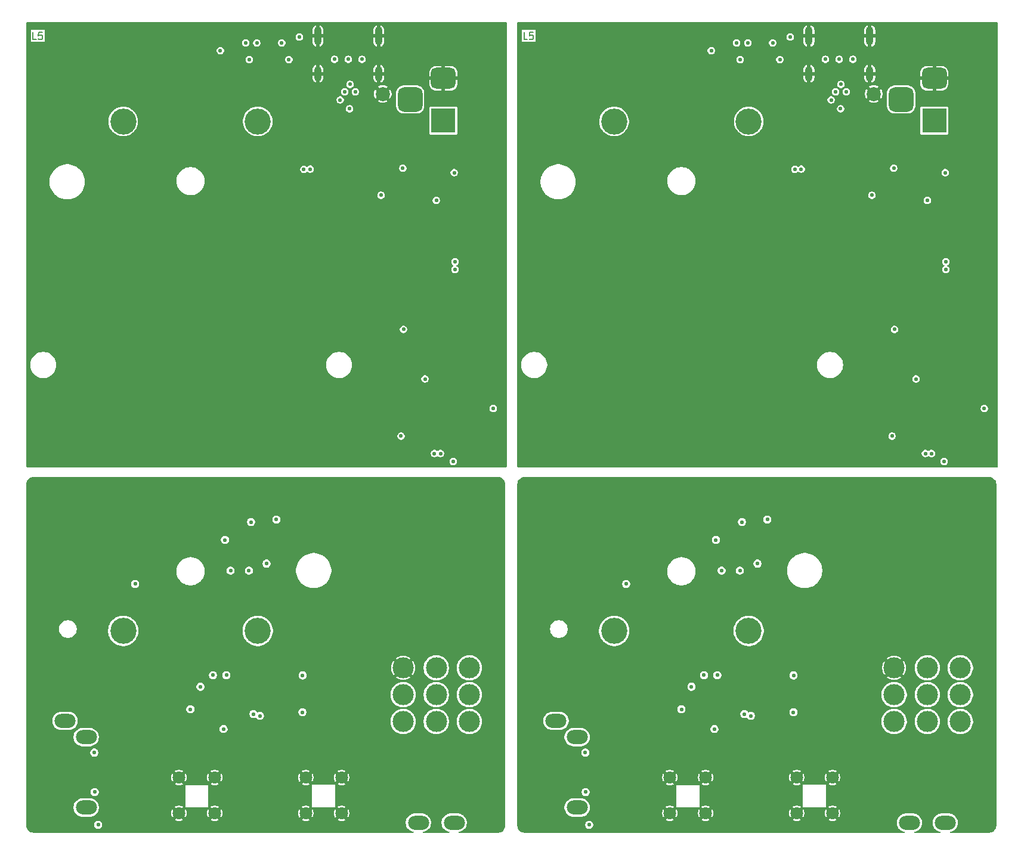
<source format=gbr>
%TF.GenerationSoftware,KiCad,Pcbnew,9.0.2+dfsg-1*%
%TF.CreationDate,2025-07-12T21:44:10+01:00*%
%TF.ProjectId,low-noise-power-probe-panel,6c6f772d-6e6f-4697-9365-2d706f776572,rev?*%
%TF.SameCoordinates,Original*%
%TF.FileFunction,Copper,L5,Inr*%
%TF.FilePolarity,Positive*%
%FSLAX46Y46*%
G04 Gerber Fmt 4.6, Leading zero omitted, Abs format (unit mm)*
G04 Created by KiCad (PCBNEW 9.0.2+dfsg-1) date 2025-07-12 21:44:10*
%MOMM*%
%LPD*%
G01*
G04 APERTURE LIST*
G04 Aperture macros list*
%AMRoundRect*
0 Rectangle with rounded corners*
0 $1 Rounding radius*
0 $2 $3 $4 $5 $6 $7 $8 $9 X,Y pos of 4 corners*
0 Add a 4 corners polygon primitive as box body*
4,1,4,$2,$3,$4,$5,$6,$7,$8,$9,$2,$3,0*
0 Add four circle primitives for the rounded corners*
1,1,$1+$1,$2,$3*
1,1,$1+$1,$4,$5*
1,1,$1+$1,$6,$7*
1,1,$1+$1,$8,$9*
0 Add four rect primitives between the rounded corners*
20,1,$1+$1,$2,$3,$4,$5,0*
20,1,$1+$1,$4,$5,$6,$7,0*
20,1,$1+$1,$6,$7,$8,$9,0*
20,1,$1+$1,$8,$9,$2,$3,0*%
G04 Aperture macros list end*
%ADD10C,0.150000*%
%TA.AperFunction,NonConductor*%
%ADD11C,0.150000*%
%TD*%
%TA.AperFunction,ComponentPad*%
%ADD12C,1.800000*%
%TD*%
%TA.AperFunction,ComponentPad*%
%ADD13C,3.700000*%
%TD*%
%TA.AperFunction,ComponentPad*%
%ADD14O,1.100000X2.100000*%
%TD*%
%TA.AperFunction,ComponentPad*%
%ADD15O,1.100000X2.600000*%
%TD*%
%TA.AperFunction,ComponentPad*%
%ADD16O,3.000000X2.000000*%
%TD*%
%TA.AperFunction,ComponentPad*%
%ADD17C,3.000000*%
%TD*%
%TA.AperFunction,ComponentPad*%
%ADD18R,3.500000X3.500000*%
%TD*%
%TA.AperFunction,ComponentPad*%
%ADD19RoundRect,0.750000X-1.000000X0.750000X-1.000000X-0.750000X1.000000X-0.750000X1.000000X0.750000X0*%
%TD*%
%TA.AperFunction,ComponentPad*%
%ADD20RoundRect,0.875000X-0.875000X0.875000X-0.875000X-0.875000X0.875000X-0.875000X0.875000X0.875000X0*%
%TD*%
%TA.AperFunction,ComponentPad*%
%ADD21C,2.000000*%
%TD*%
%TA.AperFunction,ViaPad*%
%ADD22C,0.550000*%
%TD*%
G04 APERTURE END LIST*
D10*
D11*
X142033333Y-27254819D02*
X141557143Y-27254819D01*
X141557143Y-27254819D02*
X141557143Y-26254819D01*
X142842857Y-26254819D02*
X142366667Y-26254819D01*
X142366667Y-26254819D02*
X142319048Y-26731009D01*
X142319048Y-26731009D02*
X142366667Y-26683390D01*
X142366667Y-26683390D02*
X142461905Y-26635771D01*
X142461905Y-26635771D02*
X142700000Y-26635771D01*
X142700000Y-26635771D02*
X142795238Y-26683390D01*
X142795238Y-26683390D02*
X142842857Y-26731009D01*
X142842857Y-26731009D02*
X142890476Y-26826247D01*
X142890476Y-26826247D02*
X142890476Y-27064342D01*
X142890476Y-27064342D02*
X142842857Y-27159580D01*
X142842857Y-27159580D02*
X142795238Y-27207200D01*
X142795238Y-27207200D02*
X142700000Y-27254819D01*
X142700000Y-27254819D02*
X142461905Y-27254819D01*
X142461905Y-27254819D02*
X142366667Y-27207200D01*
X142366667Y-27207200D02*
X142319048Y-27159580D01*
D10*
D11*
X211733333Y-27254819D02*
X211257143Y-27254819D01*
X211257143Y-27254819D02*
X211257143Y-26254819D01*
X212542857Y-26254819D02*
X212066667Y-26254819D01*
X212066667Y-26254819D02*
X212019048Y-26731009D01*
X212019048Y-26731009D02*
X212066667Y-26683390D01*
X212066667Y-26683390D02*
X212161905Y-26635771D01*
X212161905Y-26635771D02*
X212400000Y-26635771D01*
X212400000Y-26635771D02*
X212495238Y-26683390D01*
X212495238Y-26683390D02*
X212542857Y-26731009D01*
X212542857Y-26731009D02*
X212590476Y-26826247D01*
X212590476Y-26826247D02*
X212590476Y-27064342D01*
X212590476Y-27064342D02*
X212542857Y-27159580D01*
X212542857Y-27159580D02*
X212495238Y-27207200D01*
X212495238Y-27207200D02*
X212400000Y-27254819D01*
X212400000Y-27254819D02*
X212161905Y-27254819D01*
X212161905Y-27254819D02*
X212066667Y-27207200D01*
X212066667Y-27207200D02*
X212019048Y-27159580D01*
D12*
%TO.N,Board_0-/PROBE_VGND*%
%TO.C,J2*%
X185340000Y-137165000D03*
X185340000Y-132085000D03*
X180260000Y-137165000D03*
X180260000Y-132085000D03*
%TD*%
D13*
%TO.N,Board_0-Net-(BT1A-+)*%
%TO.C,BT1*%
X154350000Y-111250000D03*
%TO.N,Board_0-/MID_BAT_D*%
X154350000Y-38900000D03*
%TO.N,Board_0-/-V_BAT_D*%
X173450000Y-111250000D03*
%TO.N,Board_0-Net-(BT1B-+)*%
X173450000Y-38900000D03*
%TD*%
D12*
%TO.N,Board_1-/PROBE_VGND*%
%TO.C,J1*%
X237040000Y-137165000D03*
X237040000Y-132085000D03*
X231960000Y-137165000D03*
X231960000Y-132085000D03*
%TD*%
D14*
%TO.N,Board_0-/USB_VGND*%
%TO.C,J4*%
X190629483Y-32125000D03*
D15*
X190629483Y-26765000D03*
D14*
X181989483Y-32125000D03*
D15*
X181989483Y-26765000D03*
%TD*%
D16*
%TO.N,Board_1-Net-(R16-Pad2)*%
%TO.C,RV1*%
X218800000Y-136325000D03*
%TO.N,Board_1-Net-(R25-Pad1)*%
X215800000Y-124025000D03*
%TO.N,Board_1-Net-(R17-Pad1)*%
X218800000Y-126325000D03*
%TD*%
D12*
%TO.N,Board_1-/PROBE_VGND*%
%TO.C,J2*%
X255040000Y-137165000D03*
X255040000Y-132085000D03*
X249960000Y-137165000D03*
X249960000Y-132085000D03*
%TD*%
D13*
%TO.N,Board_1-Net-(BT1A-+)*%
%TO.C,BT1*%
X224050000Y-111250000D03*
%TO.N,Board_1-/MID_BAT_D*%
X224050000Y-38900000D03*
%TO.N,Board_1-/-V_BAT_D*%
X243150000Y-111250000D03*
%TO.N,Board_1-Net-(BT1B-+)*%
X243150000Y-38900000D03*
%TD*%
D14*
%TO.N,Board_1-/USB_VGND*%
%TO.C,J4*%
X260329483Y-32125000D03*
D15*
X260329483Y-26765000D03*
D14*
X251689483Y-32125000D03*
D15*
X251689483Y-26765000D03*
%TD*%
D17*
%TO.N,Board_1-/+V_BATCHG*%
%TO.C,SW1*%
X273200000Y-124120000D03*
%TO.N,Board_1-/+V_BAT_D*%
X268500000Y-124120000D03*
%TO.N,Board_1-/+V_BAT*%
X263800000Y-124120000D03*
%TO.N,Board_1-/USB_VGND*%
X273200000Y-120310000D03*
%TO.N,Board_1-/-V_BAT_L*%
X268500000Y-120310000D03*
%TO.N,Board_1-/-V_BAT*%
X263800000Y-120310000D03*
%TO.N,Board_1-/MID_BATCHG*%
X273200000Y-116500000D03*
%TO.N,Board_1-/MID_BAT_D*%
X268500000Y-116500000D03*
%TO.N,Board_1-/PROBE_VGND*%
X263800000Y-116500000D03*
D16*
%TO.N,N/C*%
X265960000Y-138470000D03*
X271040000Y-138470000D03*
%TD*%
D17*
%TO.N,Board_0-/+V_BATCHG*%
%TO.C,SW1*%
X203500000Y-124120000D03*
%TO.N,Board_0-/+V_BAT_D*%
X198800000Y-124120000D03*
%TO.N,Board_0-/+V_BAT*%
X194100000Y-124120000D03*
%TO.N,Board_0-/USB_VGND*%
X203500000Y-120310000D03*
%TO.N,Board_0-/-V_BAT_L*%
X198800000Y-120310000D03*
%TO.N,Board_0-/-V_BAT*%
X194100000Y-120310000D03*
%TO.N,Board_0-/MID_BATCHG*%
X203500000Y-116500000D03*
%TO.N,Board_0-/MID_BAT_D*%
X198800000Y-116500000D03*
%TO.N,Board_0-/PROBE_VGND*%
X194100000Y-116500000D03*
D16*
%TO.N,N/C*%
X196260000Y-138470000D03*
X201340000Y-138470000D03*
%TD*%
%TO.N,Board_0-Net-(R16-Pad2)*%
%TO.C,RV1*%
X149100000Y-136325000D03*
%TO.N,Board_0-Net-(R25-Pad1)*%
X146100000Y-124025000D03*
%TO.N,Board_0-Net-(R17-Pad1)*%
X149100000Y-126325000D03*
%TD*%
D18*
%TO.N,Board_1-Net-(F1-Pad1)*%
%TO.C,J3*%
X269500000Y-38775000D03*
D19*
%TO.N,Board_1-/USB_VGND*%
X269500000Y-32775000D03*
D20*
%TO.N,Board_1-unconnected-(J3-Pad3)*%
X264800000Y-35775000D03*
%TD*%
D18*
%TO.N,Board_0-Net-(F1-Pad1)*%
%TO.C,J3*%
X199800000Y-38775000D03*
D19*
%TO.N,Board_0-/USB_VGND*%
X199800000Y-32775000D03*
D20*
%TO.N,Board_0-unconnected-(J3-Pad3)*%
X195100000Y-35775000D03*
%TD*%
D12*
%TO.N,Board_0-/PROBE_VGND*%
%TO.C,J1*%
X167340000Y-137165000D03*
X167340000Y-132085000D03*
X162260000Y-137165000D03*
X162260000Y-132085000D03*
%TD*%
D21*
%TO.N,Board_0-/USB_VGND*%
%TO.C,TP21*%
X191200000Y-35000000D03*
%TD*%
%TO.N,Board_1-/USB_VGND*%
%TO.C,TP21*%
X260900000Y-35000000D03*
%TD*%
D22*
%TO.N,Board_0-+2V5*%
X173763644Y-123299233D03*
X168590000Y-125175000D03*
X150250000Y-128525000D03*
%TO.N,Board_0--2V5*%
X179800000Y-122795000D03*
X150300000Y-134125000D03*
X172836356Y-123050767D03*
%TO.N,Board_0-/+V_BAT*%
X167100000Y-117537500D03*
X169000000Y-117537500D03*
%TO.N,Board_0-/+V_BATCHG*%
X201200000Y-87175000D03*
X193800000Y-83575000D03*
%TO.N,Board_0-/+V_BAT_D*%
X172200000Y-102685000D03*
X156050000Y-104575000D03*
%TO.N,Board_0-/-V_BAT*%
X179825000Y-117562500D03*
%TO.N,Board_0-/-V_BAT_L*%
X176090000Y-95425000D03*
X168800000Y-98325000D03*
%TO.N,Board_0-/CHARGE_STAT*%
X177875000Y-30100000D03*
X180000000Y-45700000D03*
%TO.N,Board_0-/MID_BATCHG*%
X206900000Y-79675000D03*
%TO.N,Board_0-/MID_BAT_D*%
X169600000Y-102685000D03*
%TO.N,Board_0-/PROBE_VGND*%
X207400000Y-96825000D03*
X156600000Y-132950000D03*
X142800000Y-106825000D03*
X198000000Y-111275000D03*
X178065476Y-91825000D03*
X187200000Y-117075000D03*
X159850000Y-130300000D03*
X147100000Y-132625000D03*
X194700000Y-130325000D03*
X198065476Y-106825000D03*
X173065476Y-91825000D03*
X173450000Y-130300000D03*
X203065476Y-136475000D03*
X148065476Y-106825000D03*
X173450000Y-135750000D03*
X183065476Y-96825000D03*
X172600000Y-117818413D03*
X188000000Y-111225000D03*
X169984524Y-135775000D03*
X169984524Y-138700000D03*
X142800000Y-101825000D03*
X207400000Y-111825000D03*
X153065476Y-96825000D03*
X191050000Y-130300000D03*
X188065476Y-91825000D03*
X163065476Y-96825000D03*
X163050000Y-111775000D03*
X173450000Y-132950000D03*
X172800000Y-125155000D03*
X191500000Y-125125000D03*
X170837500Y-121825000D03*
X156550000Y-122325000D03*
X198065476Y-101825000D03*
X203065476Y-96825000D03*
X142800000Y-111825000D03*
X153065476Y-91825000D03*
X142800000Y-91825000D03*
X183065476Y-91825000D03*
X193065476Y-106825000D03*
X188065476Y-96825000D03*
X159850000Y-132950000D03*
X187634524Y-135775000D03*
X173450000Y-138675000D03*
X163065476Y-91825000D03*
X145800000Y-135775000D03*
X142750000Y-123700000D03*
X191500000Y-122825000D03*
X207400000Y-101825000D03*
X178037500Y-121825000D03*
X145800000Y-119125000D03*
X145800000Y-114775000D03*
X169550000Y-125175000D03*
X177100000Y-132975000D03*
X192100000Y-111225000D03*
X205800000Y-134500000D03*
X176710000Y-125175000D03*
X177100000Y-138700000D03*
X148065476Y-91825000D03*
X169984524Y-132975000D03*
X207400000Y-126825000D03*
X182400000Y-125575000D03*
X168050000Y-117537500D03*
X179800000Y-123755000D03*
X177100000Y-135775000D03*
X203065476Y-106825000D03*
X198065476Y-91825000D03*
X151500000Y-122875000D03*
X181900000Y-117500000D03*
X158050000Y-111775000D03*
X150800000Y-114775000D03*
X197700000Y-136900000D03*
X188065476Y-101825000D03*
X158065476Y-96825000D03*
X142750000Y-138700000D03*
X148065476Y-101825000D03*
X156600000Y-135750000D03*
X207400000Y-136825000D03*
X158300000Y-118750000D03*
X193065476Y-91825000D03*
X158065476Y-91825000D03*
X188065476Y-106775000D03*
X170000000Y-130325000D03*
X163000000Y-116575000D03*
X150775000Y-130475000D03*
X169050000Y-114375000D03*
X177100000Y-130325000D03*
X203065476Y-101825000D03*
X156600000Y-138675000D03*
X178050000Y-111775000D03*
X187634524Y-132975000D03*
X148065476Y-96825000D03*
X181900000Y-115625000D03*
X187650000Y-130325000D03*
X207400000Y-91825000D03*
X159850000Y-135750000D03*
X148700000Y-122875000D03*
X187634524Y-138700000D03*
X182000000Y-124375000D03*
X142750000Y-128700000D03*
X191050000Y-132950000D03*
X158000000Y-116575000D03*
X200600000Y-131100000D03*
X168050000Y-111775000D03*
X203065476Y-91825000D03*
X182000000Y-123175000D03*
X153065476Y-101825000D03*
X177950000Y-117825000D03*
X177875000Y-114375000D03*
X204800000Y-126700000D03*
X191050000Y-135750000D03*
X201200000Y-125700000D03*
X193065476Y-96825000D03*
X177945000Y-115975000D03*
X174800000Y-117825000D03*
X158065476Y-101825000D03*
X191800000Y-127525000D03*
X168065476Y-91825000D03*
X142800000Y-96825000D03*
X200400000Y-136550000D03*
X191800000Y-119325000D03*
X207400000Y-106825000D03*
X198065476Y-96825000D03*
X183050000Y-106775000D03*
X194700000Y-135775000D03*
X191050000Y-138675000D03*
X194700000Y-132975000D03*
X163725439Y-120775000D03*
X153550000Y-129025000D03*
X202800000Y-131100000D03*
X159850000Y-138675000D03*
X150800000Y-119125000D03*
X148065476Y-111825000D03*
X193065476Y-101825000D03*
%TO.N,Board_0-/USB_CC1*%
X187300000Y-34675000D03*
X186500000Y-37100000D03*
%TO.N,Board_0-/USB_CC2*%
X184350000Y-30075004D03*
X185150000Y-35850000D03*
%TO.N,Board_0-/USB_D+*%
X186299994Y-30075000D03*
X186546037Y-33621037D03*
%TO.N,Board_0-/USB_D-*%
X185800000Y-34675000D03*
X188250000Y-30075000D03*
%TO.N,Board_0-/USB_VBUS*%
X168145000Y-28830000D03*
X172250000Y-30125000D03*
X194050000Y-45545000D03*
%TO.N,Board_0-/USB_VGND*%
X173065476Y-61825000D03*
X148065476Y-41825000D03*
X187800000Y-46950000D03*
X153065476Y-56825000D03*
X207400000Y-36825000D03*
X183300000Y-33450000D03*
X148065476Y-86825000D03*
X205300000Y-85400000D03*
X193200000Y-79700000D03*
X168065476Y-51825000D03*
X173065476Y-76825000D03*
X190250000Y-30400000D03*
X142800000Y-31825000D03*
X207400000Y-31825000D03*
X163065476Y-66825000D03*
X163065476Y-81825000D03*
X197200000Y-31375000D03*
X148065476Y-61825000D03*
X168065476Y-41825000D03*
X178065476Y-86825000D03*
X142800000Y-56825000D03*
X142800000Y-61825000D03*
X178065476Y-71825000D03*
X142800000Y-66825000D03*
X173065476Y-71825000D03*
X207400000Y-26825000D03*
X189300000Y-33400000D03*
X194950000Y-53100000D03*
X153065476Y-86825000D03*
X153065476Y-66825000D03*
X168065476Y-81825000D03*
X203065476Y-56825000D03*
X194600000Y-82500000D03*
X158065476Y-61825000D03*
X188065476Y-86825000D03*
X148065476Y-71825000D03*
X153065476Y-26825000D03*
X142800000Y-46825000D03*
X173065476Y-46825000D03*
X158065476Y-71825000D03*
X168065476Y-61825000D03*
X168065476Y-66825000D03*
X192400000Y-74600000D03*
X173065476Y-86825000D03*
X178065476Y-51825000D03*
X168065476Y-71825000D03*
X198065476Y-26825000D03*
X153065476Y-61825000D03*
X192400000Y-71600000D03*
X153065476Y-46825000D03*
X148065476Y-26825000D03*
X163065476Y-76825000D03*
X142800000Y-36825000D03*
X153065476Y-71825000D03*
X142800000Y-41825000D03*
X193065476Y-31825000D03*
X158065476Y-51825000D03*
X158065476Y-46825000D03*
X207400000Y-61825000D03*
X198065476Y-56825000D03*
X163065476Y-71825000D03*
X188065476Y-56825000D03*
X158065476Y-81825000D03*
X203065476Y-31825000D03*
X158065476Y-56825000D03*
X158065476Y-86825000D03*
X197400000Y-84850000D03*
X207400000Y-66825000D03*
X168065476Y-76825000D03*
X203065476Y-26825000D03*
X190200000Y-79600000D03*
X163065476Y-41825000D03*
X178065476Y-81825000D03*
X163065476Y-56825000D03*
X163065476Y-86825000D03*
X207400000Y-42800000D03*
X153065476Y-31825000D03*
X163065476Y-51825000D03*
X163065476Y-61825000D03*
X178065476Y-61825000D03*
X186800000Y-52100000D03*
X188065476Y-76825000D03*
X183065476Y-81825000D03*
X173065476Y-51825000D03*
X172100000Y-41825000D03*
X183065476Y-66825000D03*
X183065476Y-71825000D03*
X188065476Y-71825000D03*
X183065476Y-61825000D03*
X158065476Y-76825000D03*
X148065476Y-66825000D03*
X158065476Y-66825000D03*
X148065476Y-76825000D03*
X178065476Y-56825000D03*
X203065476Y-36825000D03*
X178065476Y-66825000D03*
X193065476Y-26825000D03*
X153065476Y-51825000D03*
X193065476Y-56825000D03*
X142800000Y-76825000D03*
X183065476Y-86825000D03*
X142800000Y-51825000D03*
X178065476Y-76825000D03*
X183065476Y-76825000D03*
X148065476Y-56825000D03*
X168065476Y-56825000D03*
X168065476Y-86825000D03*
X207400000Y-51825000D03*
X148065476Y-31825000D03*
X173065476Y-56825000D03*
X153065476Y-81825000D03*
X142800000Y-86825000D03*
X153065476Y-41825000D03*
X153065476Y-76825000D03*
X183065476Y-41825000D03*
X183065476Y-46825000D03*
X148065476Y-36825000D03*
X142800000Y-81825000D03*
X158065476Y-41825000D03*
X193065476Y-76825000D03*
X182150000Y-30400000D03*
X148065476Y-51825000D03*
X148065476Y-81825000D03*
X173065476Y-66825000D03*
X183065476Y-36825000D03*
X207400000Y-46825000D03*
X198700000Y-35775000D03*
X188065476Y-81825000D03*
X173065476Y-81825000D03*
X188065476Y-66825000D03*
%TO.N,Board_0-/V_UNREG*%
X201450000Y-58825000D03*
X201450000Y-59925000D03*
X180900000Y-45675000D03*
X179350000Y-26925000D03*
X198530000Y-86050000D03*
X197200000Y-75475000D03*
X194153341Y-68431867D03*
X199400000Y-86050000D03*
%TO.N,Board_0-Net-(D1-A)*%
X173320000Y-27755000D03*
%TO.N,Board_0-Net-(D1-K)*%
X171750000Y-27745000D03*
%TO.N,Board_0-Net-(D15-A)*%
X201350000Y-46175000D03*
%TO.N,Board_0-Net-(D3-A)*%
X150800000Y-138775000D03*
X165325000Y-119175000D03*
%TO.N,Board_0-Net-(D5-K)*%
X176860000Y-27735000D03*
%TO.N,Board_0-Net-(Q2-G)*%
X172500000Y-95785000D03*
X174700000Y-101685000D03*
%TO.N,Board_0-Net-(R25-Pad1)*%
X163896500Y-122375000D03*
%TO.N,Board_0-Net-(U6-GATE)*%
X198800000Y-50125000D03*
X190950000Y-49375000D03*
%TO.N,Board_1-+2V5*%
X243463644Y-123299233D03*
X238290000Y-125175000D03*
X219950000Y-128525000D03*
%TO.N,Board_1--2V5*%
X249500000Y-122795000D03*
X242536356Y-123050767D03*
X220000000Y-134125000D03*
%TO.N,Board_1-/+V_BAT*%
X238700000Y-117537500D03*
X236800000Y-117537500D03*
%TO.N,Board_1-/+V_BATCHG*%
X270900000Y-87175000D03*
X263500000Y-83575000D03*
%TO.N,Board_1-/+V_BAT_D*%
X241900000Y-102685000D03*
X225750000Y-104575000D03*
%TO.N,Board_1-/-V_BAT*%
X249525000Y-117562500D03*
%TO.N,Board_1-/-V_BAT_L*%
X245790000Y-95425000D03*
X238500000Y-98325000D03*
%TO.N,Board_1-/CHARGE_STAT*%
X247575000Y-30100000D03*
X249700000Y-45700000D03*
%TO.N,Board_1-/MID_BATCHG*%
X276600000Y-79675000D03*
%TO.N,Board_1-/MID_BAT_D*%
X239300000Y-102685000D03*
%TO.N,Board_1-/PROBE_VGND*%
X264400000Y-132975000D03*
X217765476Y-91825000D03*
X247650000Y-117825000D03*
X247737500Y-121825000D03*
X229550000Y-138675000D03*
X270300000Y-131100000D03*
X232765476Y-96825000D03*
X242300000Y-117818413D03*
X239700000Y-130325000D03*
X239684524Y-138700000D03*
X239684524Y-132975000D03*
X237750000Y-117537500D03*
X217765476Y-111825000D03*
X223250000Y-129025000D03*
X229550000Y-135750000D03*
X215500000Y-119125000D03*
X256900000Y-117075000D03*
X261200000Y-122825000D03*
X227700000Y-116575000D03*
X212450000Y-128700000D03*
X247765476Y-91825000D03*
X226300000Y-132950000D03*
X220500000Y-114775000D03*
X217765476Y-96825000D03*
X264400000Y-130325000D03*
X246800000Y-138700000D03*
X252750000Y-106775000D03*
X217765476Y-101825000D03*
X260750000Y-132950000D03*
X272500000Y-131100000D03*
X267765476Y-106825000D03*
X226250000Y-122325000D03*
X267765476Y-101825000D03*
X277100000Y-101825000D03*
X257700000Y-111225000D03*
X220500000Y-119125000D03*
X252765476Y-91825000D03*
X226300000Y-138675000D03*
X212500000Y-111825000D03*
X270900000Y-125700000D03*
X246800000Y-130325000D03*
X272765476Y-106825000D03*
X212500000Y-96825000D03*
X262765476Y-96825000D03*
X216800000Y-132625000D03*
X232700000Y-116575000D03*
X239684524Y-135775000D03*
X246800000Y-132975000D03*
X277100000Y-106825000D03*
X243150000Y-130300000D03*
X229550000Y-130300000D03*
X277100000Y-96825000D03*
X239250000Y-125175000D03*
X238750000Y-114375000D03*
X232750000Y-111775000D03*
X246800000Y-135775000D03*
X264400000Y-135775000D03*
X243150000Y-135750000D03*
X242765476Y-91825000D03*
X242500000Y-125155000D03*
X215500000Y-114775000D03*
X277100000Y-126825000D03*
X262765476Y-106825000D03*
X257334524Y-138700000D03*
X257765476Y-96825000D03*
X257334524Y-132975000D03*
X260750000Y-138675000D03*
X247750000Y-111775000D03*
X212500000Y-106825000D03*
X228000000Y-118750000D03*
X267400000Y-136900000D03*
X272765476Y-136475000D03*
X237765476Y-91825000D03*
X243150000Y-138675000D03*
X267700000Y-111275000D03*
X257765476Y-101825000D03*
X272765476Y-101825000D03*
X261800000Y-111225000D03*
X240537500Y-121825000D03*
X247575000Y-114375000D03*
X226300000Y-135750000D03*
X260750000Y-130300000D03*
X218400000Y-122875000D03*
X262765476Y-101825000D03*
X221200000Y-122875000D03*
X249500000Y-123755000D03*
X232765476Y-91825000D03*
X237750000Y-111775000D03*
X270100000Y-136550000D03*
X212450000Y-138700000D03*
X262765476Y-91825000D03*
X217765476Y-106825000D03*
X261200000Y-125125000D03*
X257765476Y-106775000D03*
X227750000Y-111775000D03*
X227765476Y-91825000D03*
X251600000Y-117500000D03*
X227765476Y-101825000D03*
X251700000Y-124375000D03*
X246410000Y-125175000D03*
X227765476Y-96825000D03*
X251600000Y-115625000D03*
X243150000Y-132950000D03*
X274500000Y-126700000D03*
X222765476Y-96825000D03*
X260750000Y-135750000D03*
X215500000Y-135775000D03*
X277100000Y-136825000D03*
X257334524Y-135775000D03*
X272765476Y-91825000D03*
X220475000Y-130475000D03*
X277100000Y-91825000D03*
X212500000Y-101825000D03*
X257765476Y-91825000D03*
X229550000Y-132950000D03*
X247645000Y-115975000D03*
X212500000Y-91825000D03*
X252100000Y-125575000D03*
X272765476Y-96825000D03*
X261500000Y-127525000D03*
X212450000Y-123700000D03*
X252765476Y-96825000D03*
X267765476Y-91825000D03*
X222765476Y-91825000D03*
X244500000Y-117825000D03*
X233425439Y-120775000D03*
X261500000Y-119325000D03*
X275500000Y-134500000D03*
X277100000Y-111825000D03*
X267765476Y-96825000D03*
X257350000Y-130325000D03*
X222765476Y-101825000D03*
X251700000Y-123175000D03*
%TO.N,Board_1-/USB_CC1*%
X256200000Y-37100000D03*
X257000000Y-34675000D03*
%TO.N,Board_1-/USB_CC2*%
X254850000Y-35850000D03*
X254050000Y-30075004D03*
%TO.N,Board_1-/USB_D+*%
X256246037Y-33621037D03*
X255999994Y-30075000D03*
%TO.N,Board_1-/USB_D-*%
X257950000Y-30075000D03*
X255500000Y-34675000D03*
%TO.N,Board_1-/USB_VBUS*%
X241950000Y-30125000D03*
X263750000Y-45545000D03*
X237845000Y-28830000D03*
%TO.N,Board_1-/USB_VGND*%
X264650000Y-53100000D03*
X212500000Y-81825000D03*
X222765476Y-61825000D03*
X217765476Y-66825000D03*
X252765476Y-46825000D03*
X247765476Y-56825000D03*
X217765476Y-81825000D03*
X277100000Y-31825000D03*
X237765476Y-71825000D03*
X237765476Y-56825000D03*
X227765476Y-41825000D03*
X237765476Y-76825000D03*
X262765476Y-26825000D03*
X222765476Y-56825000D03*
X212500000Y-66825000D03*
X272765476Y-56825000D03*
X262100000Y-71600000D03*
X241800000Y-41825000D03*
X217765476Y-86825000D03*
X252765476Y-86825000D03*
X257500000Y-46950000D03*
X272765476Y-31825000D03*
X227765476Y-66825000D03*
X217765476Y-71825000D03*
X277100000Y-36825000D03*
X242765476Y-61825000D03*
X227765476Y-71825000D03*
X227765476Y-51825000D03*
X222765476Y-71825000D03*
X232765476Y-71825000D03*
X217765476Y-61825000D03*
X257765476Y-66825000D03*
X277100000Y-66825000D03*
X275000000Y-85400000D03*
X222765476Y-41825000D03*
X262765476Y-31825000D03*
X247765476Y-81825000D03*
X242765476Y-86825000D03*
X227765476Y-76825000D03*
X222765476Y-31825000D03*
X212500000Y-51825000D03*
X222765476Y-86825000D03*
X259000000Y-33400000D03*
X251850000Y-30400000D03*
X237765476Y-86825000D03*
X252765476Y-81825000D03*
X267765476Y-56825000D03*
X227765476Y-61825000D03*
X212500000Y-56825000D03*
X227765476Y-56825000D03*
X252765476Y-66825000D03*
X262100000Y-74600000D03*
X212500000Y-36825000D03*
X247765476Y-86825000D03*
X227765476Y-81825000D03*
X257765476Y-81825000D03*
X222765476Y-76825000D03*
X232765476Y-61825000D03*
X252765476Y-61825000D03*
X256500000Y-52100000D03*
X237765476Y-81825000D03*
X232765476Y-66825000D03*
X247765476Y-51825000D03*
X247765476Y-71825000D03*
X277100000Y-51825000D03*
X277100000Y-26825000D03*
X217765476Y-41825000D03*
X266900000Y-31375000D03*
X242765476Y-66825000D03*
X267100000Y-84850000D03*
X257765476Y-86825000D03*
X222765476Y-46825000D03*
X232765476Y-41825000D03*
X212500000Y-86825000D03*
X259950000Y-30400000D03*
X277100000Y-46825000D03*
X217765476Y-26825000D03*
X242765476Y-46825000D03*
X257765476Y-76825000D03*
X272765476Y-26825000D03*
X242765476Y-76825000D03*
X252765476Y-36825000D03*
X247765476Y-61825000D03*
X242765476Y-56825000D03*
X212500000Y-41825000D03*
X217765476Y-76825000D03*
X264300000Y-82500000D03*
X217765476Y-56825000D03*
X277100000Y-42800000D03*
X222765476Y-81825000D03*
X259900000Y-79600000D03*
X247765476Y-66825000D03*
X222765476Y-51825000D03*
X262900000Y-79700000D03*
X257765476Y-56825000D03*
X277100000Y-61825000D03*
X212500000Y-76825000D03*
X242765476Y-71825000D03*
X232765476Y-51825000D03*
X237765476Y-41825000D03*
X267765476Y-26825000D03*
X237765476Y-66825000D03*
X232765476Y-76825000D03*
X217765476Y-51825000D03*
X242765476Y-51825000D03*
X237765476Y-51825000D03*
X253000000Y-33450000D03*
X262765476Y-56825000D03*
X262765476Y-76825000D03*
X227765476Y-86825000D03*
X217765476Y-36825000D03*
X272765476Y-36825000D03*
X212500000Y-61825000D03*
X252765476Y-76825000D03*
X222765476Y-26825000D03*
X222765476Y-66825000D03*
X212500000Y-31825000D03*
X247765476Y-76825000D03*
X227765476Y-46825000D03*
X268400000Y-35775000D03*
X212500000Y-46825000D03*
X232765476Y-56825000D03*
X242765476Y-81825000D03*
X257765476Y-71825000D03*
X237765476Y-61825000D03*
X252765476Y-71825000D03*
X232765476Y-81825000D03*
X217765476Y-31825000D03*
X252765476Y-41825000D03*
X232765476Y-86825000D03*
%TO.N,Board_1-/V_UNREG*%
X271150000Y-59925000D03*
X269100000Y-86050000D03*
X249050000Y-26925000D03*
X250600000Y-45675000D03*
X271150000Y-58825000D03*
X268230000Y-86050000D03*
X266900000Y-75475000D03*
X263853341Y-68431867D03*
%TO.N,Board_1-Net-(D1-A)*%
X243020000Y-27755000D03*
%TO.N,Board_1-Net-(D1-K)*%
X241450000Y-27745000D03*
%TO.N,Board_1-Net-(D15-A)*%
X271050000Y-46175000D03*
%TO.N,Board_1-Net-(D3-A)*%
X220500000Y-138775000D03*
X235025000Y-119175000D03*
%TO.N,Board_1-Net-(D5-K)*%
X246560000Y-27735000D03*
%TO.N,Board_1-Net-(Q2-G)*%
X242200000Y-95785000D03*
X244400000Y-101685000D03*
%TO.N,Board_1-Net-(R25-Pad1)*%
X233596500Y-122375000D03*
%TO.N,Board_1-Net-(U6-GATE)*%
X268500000Y-50125000D03*
X260650000Y-49375000D03*
%TD*%
%TA.AperFunction,Conductor*%
%TO.N,Board_1-/USB_VGND*%
G36*
X278459191Y-24818907D02*
G01*
X278495155Y-24868407D01*
X278500000Y-24899000D01*
X278500000Y-87901000D01*
X278481093Y-87959191D01*
X278431593Y-87995155D01*
X278401000Y-88000000D01*
X210399000Y-88000000D01*
X210340809Y-87981093D01*
X210304845Y-87931593D01*
X210300000Y-87901000D01*
X210300000Y-87105817D01*
X270374500Y-87105817D01*
X270374500Y-87244183D01*
X270410312Y-87377836D01*
X270479495Y-87497665D01*
X270577335Y-87595505D01*
X270697164Y-87664688D01*
X270830817Y-87700500D01*
X270830819Y-87700500D01*
X270969181Y-87700500D01*
X270969183Y-87700500D01*
X271102836Y-87664688D01*
X271222665Y-87595505D01*
X271320505Y-87497665D01*
X271389688Y-87377836D01*
X271425500Y-87244183D01*
X271425500Y-87105817D01*
X271389688Y-86972164D01*
X271320505Y-86852335D01*
X271222665Y-86754495D01*
X271102836Y-86685312D01*
X270969183Y-86649500D01*
X270830817Y-86649500D01*
X270697164Y-86685312D01*
X270577335Y-86754495D01*
X270479495Y-86852335D01*
X270410312Y-86972164D01*
X270374500Y-87105817D01*
X210300000Y-87105817D01*
X210300000Y-85980817D01*
X267704500Y-85980817D01*
X267704500Y-86119183D01*
X267740312Y-86252836D01*
X267809495Y-86372665D01*
X267907335Y-86470505D01*
X268027164Y-86539688D01*
X268160817Y-86575500D01*
X268160819Y-86575500D01*
X268299181Y-86575500D01*
X268299183Y-86575500D01*
X268432836Y-86539688D01*
X268552665Y-86470505D01*
X268594998Y-86428171D01*
X268649513Y-86400396D01*
X268709945Y-86409967D01*
X268735000Y-86428170D01*
X268777335Y-86470505D01*
X268897164Y-86539688D01*
X269030817Y-86575500D01*
X269030819Y-86575500D01*
X269169181Y-86575500D01*
X269169183Y-86575500D01*
X269302836Y-86539688D01*
X269422665Y-86470505D01*
X269520505Y-86372665D01*
X269589688Y-86252836D01*
X269625500Y-86119183D01*
X269625500Y-85980817D01*
X269589688Y-85847164D01*
X269520505Y-85727335D01*
X269422665Y-85629495D01*
X269302836Y-85560312D01*
X269169183Y-85524500D01*
X269030817Y-85524500D01*
X268897164Y-85560312D01*
X268777335Y-85629495D01*
X268735001Y-85671828D01*
X268680487Y-85699604D01*
X268620055Y-85690033D01*
X268594999Y-85671829D01*
X268552665Y-85629495D01*
X268432836Y-85560312D01*
X268299183Y-85524500D01*
X268160817Y-85524500D01*
X268027164Y-85560312D01*
X267907335Y-85629495D01*
X267809495Y-85727335D01*
X267740312Y-85847164D01*
X267704500Y-85980817D01*
X210300000Y-85980817D01*
X210300000Y-83505817D01*
X262974500Y-83505817D01*
X262974500Y-83644183D01*
X263010312Y-83777836D01*
X263079495Y-83897665D01*
X263177335Y-83995505D01*
X263297164Y-84064688D01*
X263430817Y-84100500D01*
X263430819Y-84100500D01*
X263569181Y-84100500D01*
X263569183Y-84100500D01*
X263702836Y-84064688D01*
X263822665Y-83995505D01*
X263920505Y-83897665D01*
X263989688Y-83777836D01*
X264025500Y-83644183D01*
X264025500Y-83505817D01*
X263989688Y-83372164D01*
X263920505Y-83252335D01*
X263822665Y-83154495D01*
X263702836Y-83085312D01*
X263569183Y-83049500D01*
X263430817Y-83049500D01*
X263297164Y-83085312D01*
X263177335Y-83154495D01*
X263079495Y-83252335D01*
X263010312Y-83372164D01*
X262974500Y-83505817D01*
X210300000Y-83505817D01*
X210300000Y-79605817D01*
X276074500Y-79605817D01*
X276074500Y-79744183D01*
X276110312Y-79877836D01*
X276179495Y-79997665D01*
X276277335Y-80095505D01*
X276397164Y-80164688D01*
X276530817Y-80200500D01*
X276530819Y-80200500D01*
X276669181Y-80200500D01*
X276669183Y-80200500D01*
X276802836Y-80164688D01*
X276922665Y-80095505D01*
X277020505Y-79997665D01*
X277089688Y-79877836D01*
X277125500Y-79744183D01*
X277125500Y-79605817D01*
X277089688Y-79472164D01*
X277020505Y-79352335D01*
X276922665Y-79254495D01*
X276802836Y-79185312D01*
X276669183Y-79149500D01*
X276530817Y-79149500D01*
X276397164Y-79185312D01*
X276277335Y-79254495D01*
X276179495Y-79352335D01*
X276110312Y-79472164D01*
X276074500Y-79605817D01*
X210300000Y-79605817D01*
X210300000Y-75405817D01*
X266374500Y-75405817D01*
X266374500Y-75544183D01*
X266410312Y-75677836D01*
X266479495Y-75797665D01*
X266577335Y-75895505D01*
X266697164Y-75964688D01*
X266830817Y-76000500D01*
X266830819Y-76000500D01*
X266969181Y-76000500D01*
X266969183Y-76000500D01*
X267102836Y-75964688D01*
X267222665Y-75895505D01*
X267320505Y-75797665D01*
X267389688Y-75677836D01*
X267425500Y-75544183D01*
X267425500Y-75405817D01*
X267389688Y-75272164D01*
X267320505Y-75152335D01*
X267222665Y-75054495D01*
X267102836Y-74985312D01*
X266969183Y-74949500D01*
X266830817Y-74949500D01*
X266697164Y-74985312D01*
X266577335Y-75054495D01*
X266479495Y-75152335D01*
X266410312Y-75272164D01*
X266374500Y-75405817D01*
X210300000Y-75405817D01*
X210300000Y-73353710D01*
X210849500Y-73353710D01*
X210849500Y-73596289D01*
X210881161Y-73836781D01*
X210881161Y-73836786D01*
X210943944Y-74071092D01*
X210943948Y-74071105D01*
X211036772Y-74295204D01*
X211036774Y-74295208D01*
X211036776Y-74295212D01*
X211158064Y-74505289D01*
X211158066Y-74505292D01*
X211305729Y-74697731D01*
X211305731Y-74697733D01*
X211305735Y-74697738D01*
X211477262Y-74869265D01*
X211477266Y-74869268D01*
X211477268Y-74869270D01*
X211628498Y-74985312D01*
X211669711Y-75016936D01*
X211879788Y-75138224D01*
X212103900Y-75231054D01*
X212338211Y-75293838D01*
X212578712Y-75325500D01*
X212578713Y-75325500D01*
X212821287Y-75325500D01*
X212821288Y-75325500D01*
X213061789Y-75293838D01*
X213296100Y-75231054D01*
X213520212Y-75138224D01*
X213730289Y-75016936D01*
X213922738Y-74869265D01*
X214094265Y-74697738D01*
X214241936Y-74505289D01*
X214363224Y-74295212D01*
X214456054Y-74071100D01*
X214518838Y-73836789D01*
X214550500Y-73596288D01*
X214550500Y-73353712D01*
X214550500Y-73353710D01*
X252849500Y-73353710D01*
X252849500Y-73596289D01*
X252881161Y-73836781D01*
X252881161Y-73836786D01*
X252943944Y-74071092D01*
X252943948Y-74071105D01*
X253036772Y-74295204D01*
X253036774Y-74295208D01*
X253036776Y-74295212D01*
X253158064Y-74505289D01*
X253158066Y-74505292D01*
X253305729Y-74697731D01*
X253305731Y-74697733D01*
X253305735Y-74697738D01*
X253477262Y-74869265D01*
X253477266Y-74869268D01*
X253477268Y-74869270D01*
X253628498Y-74985312D01*
X253669711Y-75016936D01*
X253879788Y-75138224D01*
X254103900Y-75231054D01*
X254338211Y-75293838D01*
X254578712Y-75325500D01*
X254578713Y-75325500D01*
X254821287Y-75325500D01*
X254821288Y-75325500D01*
X255061789Y-75293838D01*
X255296100Y-75231054D01*
X255520212Y-75138224D01*
X255730289Y-75016936D01*
X255922738Y-74869265D01*
X256094265Y-74697738D01*
X256241936Y-74505289D01*
X256363224Y-74295212D01*
X256456054Y-74071100D01*
X256518838Y-73836789D01*
X256550500Y-73596288D01*
X256550500Y-73353712D01*
X256518838Y-73113211D01*
X256456054Y-72878900D01*
X256363224Y-72654788D01*
X256241936Y-72444711D01*
X256094265Y-72252262D01*
X255922738Y-72080735D01*
X255922733Y-72080731D01*
X255922731Y-72080729D01*
X255730292Y-71933066D01*
X255730289Y-71933064D01*
X255520212Y-71811776D01*
X255520208Y-71811774D01*
X255520204Y-71811772D01*
X255296105Y-71718948D01*
X255296104Y-71718947D01*
X255296100Y-71718946D01*
X255061789Y-71656162D01*
X255061786Y-71656161D01*
X255061784Y-71656161D01*
X254821289Y-71624500D01*
X254821288Y-71624500D01*
X254578712Y-71624500D01*
X254578710Y-71624500D01*
X254338218Y-71656161D01*
X254338213Y-71656161D01*
X254103907Y-71718944D01*
X254103894Y-71718948D01*
X253879795Y-71811772D01*
X253669707Y-71933066D01*
X253477268Y-72080729D01*
X253305729Y-72252268D01*
X253158066Y-72444707D01*
X253036772Y-72654795D01*
X252943948Y-72878894D01*
X252943944Y-72878907D01*
X252881161Y-73113213D01*
X252881161Y-73113218D01*
X252849500Y-73353710D01*
X214550500Y-73353710D01*
X214518838Y-73113211D01*
X214456054Y-72878900D01*
X214363224Y-72654788D01*
X214241936Y-72444711D01*
X214094265Y-72252262D01*
X213922738Y-72080735D01*
X213922733Y-72080731D01*
X213922731Y-72080729D01*
X213730292Y-71933066D01*
X213730289Y-71933064D01*
X213520212Y-71811776D01*
X213520208Y-71811774D01*
X213520204Y-71811772D01*
X213296105Y-71718948D01*
X213296104Y-71718947D01*
X213296100Y-71718946D01*
X213061789Y-71656162D01*
X213061786Y-71656161D01*
X213061784Y-71656161D01*
X212821289Y-71624500D01*
X212821288Y-71624500D01*
X212578712Y-71624500D01*
X212578710Y-71624500D01*
X212338218Y-71656161D01*
X212338213Y-71656161D01*
X212103907Y-71718944D01*
X212103894Y-71718948D01*
X211879795Y-71811772D01*
X211669707Y-71933066D01*
X211477268Y-72080729D01*
X211305729Y-72252268D01*
X211158066Y-72444707D01*
X211036772Y-72654795D01*
X210943948Y-72878894D01*
X210943944Y-72878907D01*
X210881161Y-73113213D01*
X210881161Y-73113218D01*
X210849500Y-73353710D01*
X210300000Y-73353710D01*
X210300000Y-68362684D01*
X263327841Y-68362684D01*
X263327841Y-68501050D01*
X263363653Y-68634703D01*
X263432836Y-68754532D01*
X263530676Y-68852372D01*
X263650505Y-68921555D01*
X263784158Y-68957367D01*
X263784160Y-68957367D01*
X263922522Y-68957367D01*
X263922524Y-68957367D01*
X264056177Y-68921555D01*
X264176006Y-68852372D01*
X264273846Y-68754532D01*
X264343029Y-68634703D01*
X264378841Y-68501050D01*
X264378841Y-68362684D01*
X264343029Y-68229031D01*
X264273846Y-68109202D01*
X264176006Y-68011362D01*
X264056177Y-67942179D01*
X263922524Y-67906367D01*
X263784158Y-67906367D01*
X263650505Y-67942179D01*
X263530676Y-68011362D01*
X263432836Y-68109202D01*
X263363653Y-68229031D01*
X263327841Y-68362684D01*
X210300000Y-68362684D01*
X210300000Y-58755817D01*
X270624500Y-58755817D01*
X270624500Y-58894183D01*
X270660312Y-59027836D01*
X270729495Y-59147665D01*
X270827335Y-59245505D01*
X270827337Y-59245506D01*
X270903127Y-59289264D01*
X270944068Y-59334733D01*
X270950464Y-59395584D01*
X270919871Y-59448572D01*
X270903127Y-59460736D01*
X270827337Y-59504493D01*
X270827335Y-59504495D01*
X270729495Y-59602335D01*
X270660312Y-59722164D01*
X270624500Y-59855817D01*
X270624500Y-59994183D01*
X270660312Y-60127836D01*
X270729495Y-60247665D01*
X270827335Y-60345505D01*
X270947164Y-60414688D01*
X271080817Y-60450500D01*
X271080819Y-60450500D01*
X271219181Y-60450500D01*
X271219183Y-60450500D01*
X271352836Y-60414688D01*
X271472665Y-60345505D01*
X271570505Y-60247665D01*
X271639688Y-60127836D01*
X271675500Y-59994183D01*
X271675500Y-59855817D01*
X271639688Y-59722164D01*
X271570505Y-59602335D01*
X271472665Y-59504495D01*
X271396870Y-59460735D01*
X271355931Y-59415267D01*
X271349535Y-59354417D01*
X271380128Y-59301429D01*
X271396865Y-59289267D01*
X271472665Y-59245505D01*
X271570505Y-59147665D01*
X271639688Y-59027836D01*
X271675500Y-58894183D01*
X271675500Y-58755817D01*
X271639688Y-58622164D01*
X271570505Y-58502335D01*
X271472665Y-58404495D01*
X271352836Y-58335312D01*
X271219183Y-58299500D01*
X271080817Y-58299500D01*
X270947164Y-58335312D01*
X270827335Y-58404495D01*
X270729495Y-58502335D01*
X270660312Y-58622164D01*
X270624500Y-58755817D01*
X210300000Y-58755817D01*
X210300000Y-50055817D01*
X267974500Y-50055817D01*
X267974500Y-50194183D01*
X268010312Y-50327836D01*
X268079495Y-50447665D01*
X268177335Y-50545505D01*
X268297164Y-50614688D01*
X268430817Y-50650500D01*
X268430819Y-50650500D01*
X268569181Y-50650500D01*
X268569183Y-50650500D01*
X268702836Y-50614688D01*
X268822665Y-50545505D01*
X268920505Y-50447665D01*
X268989688Y-50327836D01*
X269025500Y-50194183D01*
X269025500Y-50055817D01*
X268989688Y-49922164D01*
X268920505Y-49802335D01*
X268822665Y-49704495D01*
X268702836Y-49635312D01*
X268569183Y-49599500D01*
X268430817Y-49599500D01*
X268297164Y-49635312D01*
X268177335Y-49704495D01*
X268079495Y-49802335D01*
X268010312Y-49922164D01*
X267974500Y-50055817D01*
X210300000Y-50055817D01*
X210300000Y-47334573D01*
X213599500Y-47334573D01*
X213599500Y-47615426D01*
X213630944Y-47894507D01*
X213693440Y-48168319D01*
X213786198Y-48433406D01*
X213786199Y-48433409D01*
X213908047Y-48686430D01*
X213908051Y-48686437D01*
X213908055Y-48686445D01*
X214057477Y-48924248D01*
X214232584Y-49143825D01*
X214431175Y-49342416D01*
X214650752Y-49517523D01*
X214888555Y-49666945D01*
X214888566Y-49666950D01*
X214888569Y-49666952D01*
X215109962Y-49773569D01*
X215141592Y-49788801D01*
X215406682Y-49881560D01*
X215680491Y-49944055D01*
X215959575Y-49975500D01*
X215959576Y-49975500D01*
X216240424Y-49975500D01*
X216240425Y-49975500D01*
X216519509Y-49944055D01*
X216793318Y-49881560D01*
X217058408Y-49788801D01*
X217311445Y-49666945D01*
X217549248Y-49517523D01*
X217768825Y-49342416D01*
X217967416Y-49143825D01*
X218142523Y-48924248D01*
X218291945Y-48686445D01*
X218413801Y-48433408D01*
X218506560Y-48168318D01*
X218569055Y-47894509D01*
X218600500Y-47615425D01*
X218600500Y-47334575D01*
X218590281Y-47243879D01*
X231599500Y-47243879D01*
X231599500Y-47506120D01*
X231613890Y-47615424D01*
X231633730Y-47766116D01*
X231668132Y-47894507D01*
X231701600Y-48019411D01*
X231701604Y-48019424D01*
X231801953Y-48261689D01*
X231801955Y-48261693D01*
X231801957Y-48261697D01*
X231933076Y-48488803D01*
X232092718Y-48696851D01*
X232278149Y-48882282D01*
X232486197Y-49041924D01*
X232713303Y-49173043D01*
X232955581Y-49273398D01*
X233208884Y-49341270D01*
X233468880Y-49375500D01*
X233468881Y-49375500D01*
X233731119Y-49375500D01*
X233731120Y-49375500D01*
X233991116Y-49341270D01*
X234123429Y-49305817D01*
X260124500Y-49305817D01*
X260124500Y-49444183D01*
X260160312Y-49577836D01*
X260229495Y-49697665D01*
X260327335Y-49795505D01*
X260447164Y-49864688D01*
X260580817Y-49900500D01*
X260580819Y-49900500D01*
X260719181Y-49900500D01*
X260719183Y-49900500D01*
X260852836Y-49864688D01*
X260972665Y-49795505D01*
X261070505Y-49697665D01*
X261139688Y-49577836D01*
X261175500Y-49444183D01*
X261175500Y-49305817D01*
X261139688Y-49172164D01*
X261070505Y-49052335D01*
X260972665Y-48954495D01*
X260852836Y-48885312D01*
X260719183Y-48849500D01*
X260580817Y-48849500D01*
X260447164Y-48885312D01*
X260327335Y-48954495D01*
X260229495Y-49052335D01*
X260160312Y-49172164D01*
X260124500Y-49305817D01*
X234123429Y-49305817D01*
X234244419Y-49273398D01*
X234486697Y-49173043D01*
X234713803Y-49041924D01*
X234921851Y-48882282D01*
X235107282Y-48696851D01*
X235266924Y-48488803D01*
X235398043Y-48261697D01*
X235498398Y-48019419D01*
X235566270Y-47766116D01*
X235600500Y-47506120D01*
X235600500Y-47243880D01*
X235566270Y-46983884D01*
X235498398Y-46730581D01*
X235401921Y-46497665D01*
X235398046Y-46488310D01*
X235398045Y-46488309D01*
X235398043Y-46488303D01*
X235266924Y-46261197D01*
X235107282Y-46053149D01*
X234921851Y-45867718D01*
X234874085Y-45831066D01*
X234713802Y-45708075D01*
X234579987Y-45630818D01*
X234579985Y-45630817D01*
X249174500Y-45630817D01*
X249174500Y-45769183D01*
X249210312Y-45902836D01*
X249279495Y-46022665D01*
X249377335Y-46120505D01*
X249497164Y-46189688D01*
X249630817Y-46225500D01*
X249630819Y-46225500D01*
X249769181Y-46225500D01*
X249769183Y-46225500D01*
X249902836Y-46189688D01*
X250022665Y-46120505D01*
X250092498Y-46050671D01*
X250147013Y-46022896D01*
X250207445Y-46032467D01*
X250232500Y-46050670D01*
X250277335Y-46095505D01*
X250397164Y-46164688D01*
X250530817Y-46200500D01*
X250530819Y-46200500D01*
X250669181Y-46200500D01*
X250669183Y-46200500D01*
X250802836Y-46164688D01*
X250904804Y-46105817D01*
X270524500Y-46105817D01*
X270524500Y-46244183D01*
X270560312Y-46377836D01*
X270629495Y-46497665D01*
X270727335Y-46595505D01*
X270847164Y-46664688D01*
X270980817Y-46700500D01*
X270980819Y-46700500D01*
X271119181Y-46700500D01*
X271119183Y-46700500D01*
X271252836Y-46664688D01*
X271372665Y-46595505D01*
X271470505Y-46497665D01*
X271539688Y-46377836D01*
X271575500Y-46244183D01*
X271575500Y-46105817D01*
X271539688Y-45972164D01*
X271470505Y-45852335D01*
X271372665Y-45754495D01*
X271252836Y-45685312D01*
X271119183Y-45649500D01*
X270980817Y-45649500D01*
X270847164Y-45685312D01*
X270727335Y-45754495D01*
X270629495Y-45852335D01*
X270560312Y-45972164D01*
X270524500Y-46105817D01*
X250904804Y-46105817D01*
X250922665Y-46095505D01*
X251020505Y-45997665D01*
X251089688Y-45877836D01*
X251125500Y-45744183D01*
X251125500Y-45605817D01*
X251090667Y-45475817D01*
X263224500Y-45475817D01*
X263224500Y-45614183D01*
X263260312Y-45747836D01*
X263329495Y-45867665D01*
X263427335Y-45965505D01*
X263547164Y-46034688D01*
X263680817Y-46070500D01*
X263680819Y-46070500D01*
X263819181Y-46070500D01*
X263819183Y-46070500D01*
X263952836Y-46034688D01*
X264072665Y-45965505D01*
X264170505Y-45867665D01*
X264239688Y-45747836D01*
X264275500Y-45614183D01*
X264275500Y-45475817D01*
X264239688Y-45342164D01*
X264170505Y-45222335D01*
X264072665Y-45124495D01*
X263952836Y-45055312D01*
X263819183Y-45019500D01*
X263680817Y-45019500D01*
X263547164Y-45055312D01*
X263427335Y-45124495D01*
X263329495Y-45222335D01*
X263260312Y-45342164D01*
X263224500Y-45475817D01*
X251090667Y-45475817D01*
X251089688Y-45472164D01*
X251020505Y-45352335D01*
X250922665Y-45254495D01*
X250802836Y-45185312D01*
X250669183Y-45149500D01*
X250530817Y-45149500D01*
X250397164Y-45185312D01*
X250277335Y-45254495D01*
X250207501Y-45324328D01*
X250152987Y-45352104D01*
X250092555Y-45342533D01*
X250067499Y-45324329D01*
X250022665Y-45279495D01*
X249902836Y-45210312D01*
X249769183Y-45174500D01*
X249630817Y-45174500D01*
X249497164Y-45210312D01*
X249377335Y-45279495D01*
X249279495Y-45377335D01*
X249210312Y-45497164D01*
X249174500Y-45630817D01*
X234579985Y-45630817D01*
X234486697Y-45576957D01*
X234486693Y-45576955D01*
X234486689Y-45576953D01*
X234244424Y-45476604D01*
X234244423Y-45476603D01*
X234244419Y-45476602D01*
X233991116Y-45408730D01*
X233991111Y-45408729D01*
X233991110Y-45408729D01*
X233731120Y-45374500D01*
X233468880Y-45374500D01*
X233468879Y-45374500D01*
X233208889Y-45408729D01*
X233208886Y-45408729D01*
X233208884Y-45408730D01*
X233120259Y-45432477D01*
X232955588Y-45476600D01*
X232955575Y-45476604D01*
X232713310Y-45576953D01*
X232486197Y-45708075D01*
X232278152Y-45867715D01*
X232092715Y-46053152D01*
X231933075Y-46261197D01*
X231801953Y-46488310D01*
X231701604Y-46730575D01*
X231701600Y-46730588D01*
X231633729Y-46983889D01*
X231599500Y-47243879D01*
X218590281Y-47243879D01*
X218569055Y-47055491D01*
X218506560Y-46781682D01*
X218413801Y-46516592D01*
X218291945Y-46263555D01*
X218142523Y-46025752D01*
X217967416Y-45806175D01*
X217768825Y-45607584D01*
X217549248Y-45432477D01*
X217311445Y-45283055D01*
X217311437Y-45283051D01*
X217311430Y-45283047D01*
X217058409Y-45161199D01*
X217058406Y-45161198D01*
X216793319Y-45068440D01*
X216519507Y-45005944D01*
X216240426Y-44974500D01*
X216240425Y-44974500D01*
X215959575Y-44974500D01*
X215959573Y-44974500D01*
X215680492Y-45005944D01*
X215406680Y-45068440D01*
X215141593Y-45161198D01*
X215141590Y-45161199D01*
X214888569Y-45283047D01*
X214888557Y-45283054D01*
X214650751Y-45432477D01*
X214431176Y-45607583D01*
X214232583Y-45806176D01*
X214057477Y-46025751D01*
X213908054Y-46263557D01*
X213908047Y-46263569D01*
X213786199Y-46516590D01*
X213786198Y-46516593D01*
X213693440Y-46781680D01*
X213630944Y-47055492D01*
X213599500Y-47334573D01*
X210300000Y-47334573D01*
X210300000Y-38762326D01*
X221949500Y-38762326D01*
X221949500Y-39037674D01*
X221985440Y-39310666D01*
X222024253Y-39455521D01*
X222056704Y-39576631D01*
X222162074Y-39831016D01*
X222162077Y-39831021D01*
X222299751Y-40069479D01*
X222467372Y-40287928D01*
X222662072Y-40482628D01*
X222880521Y-40650249D01*
X223118979Y-40787923D01*
X223118980Y-40787923D01*
X223118983Y-40787925D01*
X223373368Y-40893295D01*
X223639334Y-40964560D01*
X223912326Y-41000500D01*
X223912327Y-41000500D01*
X224187673Y-41000500D01*
X224187674Y-41000500D01*
X224460666Y-40964560D01*
X224726632Y-40893295D01*
X224981021Y-40787923D01*
X225219479Y-40650249D01*
X225437928Y-40482628D01*
X225632628Y-40287928D01*
X225800249Y-40069479D01*
X225937923Y-39831021D01*
X226043295Y-39576632D01*
X226114560Y-39310666D01*
X226150500Y-39037674D01*
X226150500Y-38762326D01*
X241049500Y-38762326D01*
X241049500Y-39037674D01*
X241085440Y-39310666D01*
X241124253Y-39455521D01*
X241156704Y-39576631D01*
X241262074Y-39831016D01*
X241262077Y-39831021D01*
X241399751Y-40069479D01*
X241567372Y-40287928D01*
X241762072Y-40482628D01*
X241980521Y-40650249D01*
X242218979Y-40787923D01*
X242218980Y-40787923D01*
X242218983Y-40787925D01*
X242473368Y-40893295D01*
X242739334Y-40964560D01*
X243012326Y-41000500D01*
X243012327Y-41000500D01*
X243287673Y-41000500D01*
X243287674Y-41000500D01*
X243560666Y-40964560D01*
X243826632Y-40893295D01*
X244081021Y-40787923D01*
X244319479Y-40650249D01*
X244537928Y-40482628D01*
X244732628Y-40287928D01*
X244900249Y-40069479D01*
X245037923Y-39831021D01*
X245143295Y-39576632D01*
X245214560Y-39310666D01*
X245250500Y-39037674D01*
X245250500Y-38762326D01*
X245214560Y-38489334D01*
X245143295Y-38223368D01*
X245037923Y-37968979D01*
X244900249Y-37730521D01*
X244732628Y-37512072D01*
X244537928Y-37317372D01*
X244374341Y-37191848D01*
X244319482Y-37149753D01*
X244319479Y-37149751D01*
X244113480Y-37030817D01*
X255674500Y-37030817D01*
X255674500Y-37169183D01*
X255710312Y-37302836D01*
X255779495Y-37422665D01*
X255877335Y-37520505D01*
X255997164Y-37589688D01*
X256130817Y-37625500D01*
X256130819Y-37625500D01*
X256269181Y-37625500D01*
X256269183Y-37625500D01*
X256402836Y-37589688D01*
X256522665Y-37520505D01*
X256620505Y-37422665D01*
X256689688Y-37302836D01*
X256725500Y-37169183D01*
X256725500Y-37030817D01*
X256689688Y-36897164D01*
X256620505Y-36777335D01*
X256522665Y-36679495D01*
X256402836Y-36610312D01*
X256269183Y-36574500D01*
X256130817Y-36574500D01*
X255997164Y-36610312D01*
X255877335Y-36679495D01*
X255779495Y-36777335D01*
X255710312Y-36897164D01*
X255674500Y-37030817D01*
X244113480Y-37030817D01*
X244081021Y-37012077D01*
X244081016Y-37012074D01*
X243826631Y-36906704D01*
X243705521Y-36874253D01*
X243560666Y-36835440D01*
X243560659Y-36835439D01*
X243287675Y-36799500D01*
X243287674Y-36799500D01*
X243012326Y-36799500D01*
X243012324Y-36799500D01*
X242739340Y-36835439D01*
X242739338Y-36835439D01*
X242739334Y-36835440D01*
X242638805Y-36862376D01*
X242473368Y-36906704D01*
X242218983Y-37012074D01*
X241980517Y-37149753D01*
X241762075Y-37317369D01*
X241567369Y-37512075D01*
X241399753Y-37730517D01*
X241262074Y-37968983D01*
X241156704Y-38223368D01*
X241112376Y-38388805D01*
X241085440Y-38489334D01*
X241049500Y-38762326D01*
X226150500Y-38762326D01*
X226114560Y-38489334D01*
X226043295Y-38223368D01*
X225937923Y-37968979D01*
X225800249Y-37730521D01*
X225632628Y-37512072D01*
X225437928Y-37317372D01*
X225274341Y-37191848D01*
X225219482Y-37149753D01*
X224981016Y-37012074D01*
X224726631Y-36906704D01*
X224605521Y-36874253D01*
X224460666Y-36835440D01*
X224460659Y-36835439D01*
X224187675Y-36799500D01*
X224187674Y-36799500D01*
X223912326Y-36799500D01*
X223912324Y-36799500D01*
X223639340Y-36835439D01*
X223639338Y-36835439D01*
X223639334Y-36835440D01*
X223538805Y-36862376D01*
X223373368Y-36906704D01*
X223118983Y-37012074D01*
X222880517Y-37149753D01*
X222662075Y-37317369D01*
X222467369Y-37512075D01*
X222299753Y-37730517D01*
X222162074Y-37968983D01*
X222056704Y-38223368D01*
X222012376Y-38388805D01*
X221985440Y-38489334D01*
X221949500Y-38762326D01*
X210300000Y-38762326D01*
X210300000Y-35780817D01*
X254324500Y-35780817D01*
X254324500Y-35919183D01*
X254360312Y-36052836D01*
X254429495Y-36172665D01*
X254527335Y-36270505D01*
X254647164Y-36339688D01*
X254780817Y-36375500D01*
X254780819Y-36375500D01*
X254919181Y-36375500D01*
X254919183Y-36375500D01*
X255052836Y-36339688D01*
X255172665Y-36270505D01*
X255270505Y-36172665D01*
X255339688Y-36052836D01*
X255375500Y-35919183D01*
X255375500Y-35780817D01*
X255339688Y-35647164D01*
X255270505Y-35527335D01*
X255172665Y-35429495D01*
X255052836Y-35360312D01*
X254919183Y-35324500D01*
X254780817Y-35324500D01*
X254647164Y-35360312D01*
X254527335Y-35429495D01*
X254429495Y-35527335D01*
X254360312Y-35647164D01*
X254324500Y-35780817D01*
X210300000Y-35780817D01*
X210300000Y-34605817D01*
X254974500Y-34605817D01*
X254974500Y-34744183D01*
X255010312Y-34877836D01*
X255079495Y-34997665D01*
X255177335Y-35095505D01*
X255297164Y-35164688D01*
X255430817Y-35200500D01*
X255430819Y-35200500D01*
X255569181Y-35200500D01*
X255569183Y-35200500D01*
X255702836Y-35164688D01*
X255822665Y-35095505D01*
X255920505Y-34997665D01*
X255989688Y-34877836D01*
X256025500Y-34744183D01*
X256025500Y-34605817D01*
X256474500Y-34605817D01*
X256474500Y-34744183D01*
X256510312Y-34877836D01*
X256579495Y-34997665D01*
X256677335Y-35095505D01*
X256797164Y-35164688D01*
X256930817Y-35200500D01*
X256930819Y-35200500D01*
X257069181Y-35200500D01*
X257069183Y-35200500D01*
X257202836Y-35164688D01*
X257322665Y-35095505D01*
X257420505Y-34997665D01*
X257475957Y-34901619D01*
X259650000Y-34901619D01*
X259650000Y-35098380D01*
X259680778Y-35292710D01*
X259680779Y-35292714D01*
X259741576Y-35479826D01*
X259741578Y-35479829D01*
X259830907Y-35655148D01*
X259856319Y-35690125D01*
X260417036Y-35129407D01*
X260434075Y-35192993D01*
X260499901Y-35307007D01*
X260592993Y-35400099D01*
X260707007Y-35465925D01*
X260770590Y-35482962D01*
X260209874Y-36043678D01*
X260244860Y-36069097D01*
X260420170Y-36158421D01*
X260420173Y-36158423D01*
X260607285Y-36219220D01*
X260607289Y-36219221D01*
X260801620Y-36250000D01*
X260998380Y-36250000D01*
X261192710Y-36219221D01*
X261192714Y-36219220D01*
X261379826Y-36158423D01*
X261379829Y-36158421D01*
X261555142Y-36069096D01*
X261555148Y-36069092D01*
X261590125Y-36043679D01*
X261590125Y-36043678D01*
X261029409Y-35482962D01*
X261092993Y-35465925D01*
X261207007Y-35400099D01*
X261300099Y-35307007D01*
X261365925Y-35192993D01*
X261382962Y-35129409D01*
X261943678Y-35690125D01*
X261943679Y-35690125D01*
X261969092Y-35655148D01*
X261969096Y-35655142D01*
X262058421Y-35479829D01*
X262058423Y-35479826D01*
X262119220Y-35292714D01*
X262119221Y-35292710D01*
X262150000Y-35098380D01*
X262150000Y-34901619D01*
X262138350Y-34828066D01*
X262136130Y-34814052D01*
X262799500Y-34814052D01*
X262799500Y-36735948D01*
X262802376Y-36784225D01*
X262802376Y-36784226D01*
X262802377Y-36784236D01*
X262843750Y-36974420D01*
X262848066Y-36994259D01*
X262932678Y-37191845D01*
X262932681Y-37191851D01*
X263053152Y-37369849D01*
X263053154Y-37369851D01*
X263053157Y-37369855D01*
X263205145Y-37521843D01*
X263205148Y-37521845D01*
X263205150Y-37521847D01*
X263305385Y-37589687D01*
X263383152Y-37642321D01*
X263580741Y-37726934D01*
X263700646Y-37753017D01*
X263790763Y-37772622D01*
X263790766Y-37772622D01*
X263790774Y-37772624D01*
X263839052Y-37775500D01*
X263839065Y-37775500D01*
X265760935Y-37775500D01*
X265760948Y-37775500D01*
X265809226Y-37772624D01*
X265809234Y-37772622D01*
X265809236Y-37772622D01*
X265849458Y-37763871D01*
X266019259Y-37726934D01*
X266216848Y-37642321D01*
X266394855Y-37521843D01*
X266546843Y-37369855D01*
X266667321Y-37191848D01*
X266749336Y-37000327D01*
X267499500Y-37000327D01*
X267499500Y-40549672D01*
X267499501Y-40549684D01*
X267514033Y-40622736D01*
X267514035Y-40622742D01*
X267569397Y-40705599D01*
X267569399Y-40705601D01*
X267652260Y-40760966D01*
X267707808Y-40772015D01*
X267725315Y-40775498D01*
X267725320Y-40775498D01*
X267725326Y-40775500D01*
X267725327Y-40775500D01*
X271274673Y-40775500D01*
X271274674Y-40775500D01*
X271347740Y-40760966D01*
X271430601Y-40705601D01*
X271485966Y-40622740D01*
X271500500Y-40549674D01*
X271500500Y-37000326D01*
X271499292Y-36994255D01*
X271495346Y-36974418D01*
X271485966Y-36927260D01*
X271430601Y-36844399D01*
X271430599Y-36844397D01*
X271347742Y-36789035D01*
X271347740Y-36789034D01*
X271347737Y-36789033D01*
X271347736Y-36789033D01*
X271274684Y-36774501D01*
X271274674Y-36774500D01*
X267725326Y-36774500D01*
X267725325Y-36774500D01*
X267725315Y-36774501D01*
X267652263Y-36789033D01*
X267652257Y-36789035D01*
X267569400Y-36844397D01*
X267569397Y-36844400D01*
X267514035Y-36927257D01*
X267514033Y-36927263D01*
X267499501Y-37000315D01*
X267499500Y-37000327D01*
X266749336Y-37000327D01*
X266751934Y-36994259D01*
X266797624Y-36784226D01*
X266800500Y-36735948D01*
X266800500Y-34814052D01*
X266797624Y-34765774D01*
X266784900Y-34707285D01*
X266771665Y-34646445D01*
X266751934Y-34555741D01*
X266667321Y-34358152D01*
X266628506Y-34300803D01*
X266546847Y-34180150D01*
X266546845Y-34180148D01*
X266546843Y-34180145D01*
X266394855Y-34028157D01*
X266394851Y-34028154D01*
X266394849Y-34028152D01*
X266216851Y-33907681D01*
X266216850Y-33907680D01*
X266216848Y-33907679D01*
X266019259Y-33823066D01*
X266019254Y-33823065D01*
X266019251Y-33823064D01*
X265809236Y-33777377D01*
X265809226Y-33777376D01*
X265760948Y-33774500D01*
X263839052Y-33774500D01*
X263802843Y-33776657D01*
X263790773Y-33777376D01*
X263790763Y-33777377D01*
X263580748Y-33823064D01*
X263580741Y-33823066D01*
X263383154Y-33907678D01*
X263383148Y-33907681D01*
X263205150Y-34028152D01*
X263053152Y-34180150D01*
X262932681Y-34358148D01*
X262932678Y-34358154D01*
X262848066Y-34555741D01*
X262848064Y-34555748D01*
X262802377Y-34765763D01*
X262802376Y-34765773D01*
X262802376Y-34765774D01*
X262799500Y-34814052D01*
X262136130Y-34814052D01*
X262119221Y-34707289D01*
X262119220Y-34707285D01*
X262058423Y-34520173D01*
X262058421Y-34520170D01*
X261969097Y-34344860D01*
X261943678Y-34309874D01*
X261382962Y-34870590D01*
X261365925Y-34807007D01*
X261300099Y-34692993D01*
X261207007Y-34599901D01*
X261092993Y-34534075D01*
X261029407Y-34517036D01*
X261590125Y-33956319D01*
X261555148Y-33930907D01*
X261379829Y-33841578D01*
X261379826Y-33841576D01*
X261192714Y-33780779D01*
X261192710Y-33780778D01*
X260998380Y-33750000D01*
X260801620Y-33750000D01*
X260607289Y-33780778D01*
X260607285Y-33780779D01*
X260420173Y-33841576D01*
X260420170Y-33841578D01*
X260244856Y-33930904D01*
X260209873Y-33956319D01*
X260770591Y-34517037D01*
X260707007Y-34534075D01*
X260592993Y-34599901D01*
X260499901Y-34692993D01*
X260434075Y-34807007D01*
X260417037Y-34870591D01*
X259856319Y-34309873D01*
X259830904Y-34344856D01*
X259741578Y-34520170D01*
X259741576Y-34520173D01*
X259680779Y-34707285D01*
X259680778Y-34707289D01*
X259650000Y-34901619D01*
X257475957Y-34901619D01*
X257489688Y-34877836D01*
X257525500Y-34744183D01*
X257525500Y-34605817D01*
X257489688Y-34472164D01*
X257420505Y-34352335D01*
X257322665Y-34254495D01*
X257202836Y-34185312D01*
X257069183Y-34149500D01*
X256930817Y-34149500D01*
X256797164Y-34185312D01*
X256677335Y-34254495D01*
X256579495Y-34352335D01*
X256510312Y-34472164D01*
X256474500Y-34605817D01*
X256025500Y-34605817D01*
X255989688Y-34472164D01*
X255920505Y-34352335D01*
X255822665Y-34254495D01*
X255702836Y-34185312D01*
X255569183Y-34149500D01*
X255430817Y-34149500D01*
X255297164Y-34185312D01*
X255177335Y-34254495D01*
X255079495Y-34352335D01*
X255010312Y-34472164D01*
X254974500Y-34605817D01*
X210300000Y-34605817D01*
X210300000Y-33551854D01*
X255720537Y-33551854D01*
X255720537Y-33690220D01*
X255756349Y-33823873D01*
X255825532Y-33943702D01*
X255923372Y-34041542D01*
X256043201Y-34110725D01*
X256176854Y-34146537D01*
X256176856Y-34146537D01*
X256315218Y-34146537D01*
X256315220Y-34146537D01*
X256448873Y-34110725D01*
X256568702Y-34041542D01*
X256666542Y-33943702D01*
X256735725Y-33823873D01*
X256771537Y-33690220D01*
X256771537Y-33551854D01*
X256735725Y-33418201D01*
X256666542Y-33298372D01*
X256568702Y-33200532D01*
X256448873Y-33131349D01*
X256315220Y-33095537D01*
X256176854Y-33095537D01*
X256043201Y-33131349D01*
X255923372Y-33200532D01*
X255825532Y-33298372D01*
X255756349Y-33418201D01*
X255720537Y-33551854D01*
X210300000Y-33551854D01*
X210300000Y-31546204D01*
X250889483Y-31546204D01*
X250889483Y-31874999D01*
X250889484Y-31875000D01*
X251389483Y-31875000D01*
X251389483Y-32375000D01*
X250889484Y-32375000D01*
X250889483Y-32375001D01*
X250889483Y-32703795D01*
X250920225Y-32858349D01*
X250980531Y-33003940D01*
X250980535Y-33003949D01*
X251068082Y-33134969D01*
X251068085Y-33134973D01*
X251179509Y-33246397D01*
X251179513Y-33246400D01*
X251310541Y-33333951D01*
X251439482Y-33387360D01*
X251439483Y-33387359D01*
X251439483Y-32791988D01*
X251449423Y-32809205D01*
X251505278Y-32865060D01*
X251573687Y-32904556D01*
X251649987Y-32925000D01*
X251728979Y-32925000D01*
X251805279Y-32904556D01*
X251873688Y-32865060D01*
X251929543Y-32809205D01*
X251939483Y-32791988D01*
X251939483Y-33387360D01*
X252068424Y-33333951D01*
X252199452Y-33246400D01*
X252199456Y-33246397D01*
X252310880Y-33134973D01*
X252310883Y-33134969D01*
X252398430Y-33003949D01*
X252398434Y-33003940D01*
X252458740Y-32858349D01*
X252489482Y-32703795D01*
X252489483Y-32703792D01*
X252489483Y-32375001D01*
X252489482Y-32375000D01*
X251989483Y-32375000D01*
X251989483Y-31875000D01*
X252489482Y-31875000D01*
X252489483Y-31874999D01*
X252489483Y-31546207D01*
X252489482Y-31546204D01*
X259529483Y-31546204D01*
X259529483Y-31874999D01*
X259529484Y-31875000D01*
X260029483Y-31875000D01*
X260029483Y-32375000D01*
X259529484Y-32375000D01*
X259529483Y-32375001D01*
X259529483Y-32703795D01*
X259560225Y-32858349D01*
X259620531Y-33003940D01*
X259620535Y-33003949D01*
X259708082Y-33134969D01*
X259708085Y-33134973D01*
X259819509Y-33246397D01*
X259819513Y-33246400D01*
X259950541Y-33333951D01*
X260079482Y-33387360D01*
X260079483Y-33387359D01*
X260079483Y-32791988D01*
X260089423Y-32809205D01*
X260145278Y-32865060D01*
X260213687Y-32904556D01*
X260289987Y-32925000D01*
X260368979Y-32925000D01*
X260445279Y-32904556D01*
X260513688Y-32865060D01*
X260569543Y-32809205D01*
X260579483Y-32791988D01*
X260579483Y-33387360D01*
X260708424Y-33333951D01*
X260839452Y-33246400D01*
X260839456Y-33246397D01*
X260950880Y-33134973D01*
X260950883Y-33134969D01*
X261038430Y-33003949D01*
X261038434Y-33003940D01*
X261062390Y-32946107D01*
X261062390Y-32946106D01*
X261098739Y-32858352D01*
X261098739Y-32858350D01*
X261129482Y-32703795D01*
X261129483Y-32703792D01*
X261129483Y-32375001D01*
X261129482Y-32375000D01*
X260629483Y-32375000D01*
X260629483Y-31966999D01*
X267500000Y-31966999D01*
X267500000Y-32524999D01*
X267500001Y-32525000D01*
X268066988Y-32525000D01*
X268034075Y-32582007D01*
X268000000Y-32709174D01*
X268000000Y-32840826D01*
X268034075Y-32967993D01*
X268066988Y-33025000D01*
X267500001Y-33025000D01*
X267500000Y-33025001D01*
X267500000Y-33583000D01*
X267510609Y-33702332D01*
X267566557Y-33897861D01*
X267660720Y-34078128D01*
X267789244Y-34235750D01*
X267789249Y-34235755D01*
X267946871Y-34364279D01*
X268127138Y-34458442D01*
X268322667Y-34514390D01*
X268442000Y-34525000D01*
X269249999Y-34525000D01*
X269250000Y-34524999D01*
X269250000Y-33275000D01*
X269750000Y-33275000D01*
X269750000Y-34524999D01*
X269750001Y-34525000D01*
X270558000Y-34525000D01*
X270677332Y-34514390D01*
X270872861Y-34458442D01*
X271053128Y-34364279D01*
X271210750Y-34235755D01*
X271210755Y-34235750D01*
X271339279Y-34078128D01*
X271433442Y-33897861D01*
X271489390Y-33702332D01*
X271500000Y-33583000D01*
X271500000Y-33025001D01*
X271499999Y-33025000D01*
X270933012Y-33025000D01*
X270965925Y-32967993D01*
X271000000Y-32840826D01*
X271000000Y-32709174D01*
X270965925Y-32582007D01*
X270933012Y-32525000D01*
X271499999Y-32525000D01*
X271500000Y-32524999D01*
X271500000Y-31966999D01*
X271489390Y-31847667D01*
X271433442Y-31652138D01*
X271339279Y-31471871D01*
X271210755Y-31314249D01*
X271210750Y-31314244D01*
X271053128Y-31185720D01*
X270872861Y-31091557D01*
X270677332Y-31035609D01*
X270558000Y-31025000D01*
X269750001Y-31025000D01*
X269750000Y-31025001D01*
X269750000Y-32275000D01*
X269250000Y-32275000D01*
X269250000Y-31025001D01*
X269249999Y-31025000D01*
X268442000Y-31025000D01*
X268322667Y-31035609D01*
X268127138Y-31091557D01*
X267946871Y-31185720D01*
X267789249Y-31314244D01*
X267789244Y-31314249D01*
X267660720Y-31471871D01*
X267566557Y-31652138D01*
X267510609Y-31847667D01*
X267500000Y-31966999D01*
X260629483Y-31966999D01*
X260629483Y-31875000D01*
X261129482Y-31875000D01*
X261129483Y-31874999D01*
X261129483Y-31546207D01*
X261129482Y-31546204D01*
X261098740Y-31391650D01*
X261038434Y-31246059D01*
X261038430Y-31246050D01*
X260950883Y-31115030D01*
X260950880Y-31115026D01*
X260839456Y-31003602D01*
X260839452Y-31003599D01*
X260708432Y-30916052D01*
X260708423Y-30916048D01*
X260579483Y-30862639D01*
X260579483Y-31458011D01*
X260569543Y-31440795D01*
X260513688Y-31384940D01*
X260445279Y-31345444D01*
X260368979Y-31325000D01*
X260289987Y-31325000D01*
X260213687Y-31345444D01*
X260145278Y-31384940D01*
X260089423Y-31440795D01*
X260079483Y-31458011D01*
X260079483Y-30862639D01*
X259950542Y-30916048D01*
X259950533Y-30916052D01*
X259819513Y-31003599D01*
X259819509Y-31003602D01*
X259708085Y-31115026D01*
X259708082Y-31115030D01*
X259620535Y-31246050D01*
X259620531Y-31246059D01*
X259560225Y-31391650D01*
X259529483Y-31546204D01*
X252489482Y-31546204D01*
X252458740Y-31391650D01*
X252398434Y-31246059D01*
X252398430Y-31246050D01*
X252310883Y-31115030D01*
X252310880Y-31115026D01*
X252199456Y-31003602D01*
X252199452Y-31003599D01*
X252068432Y-30916052D01*
X252068423Y-30916048D01*
X251939483Y-30862639D01*
X251939483Y-31458011D01*
X251929543Y-31440795D01*
X251873688Y-31384940D01*
X251805279Y-31345444D01*
X251728979Y-31325000D01*
X251649987Y-31325000D01*
X251573687Y-31345444D01*
X251505278Y-31384940D01*
X251449423Y-31440795D01*
X251439483Y-31458011D01*
X251439483Y-30862639D01*
X251310542Y-30916048D01*
X251310533Y-30916052D01*
X251179513Y-31003599D01*
X251179509Y-31003602D01*
X251068085Y-31115026D01*
X251068082Y-31115030D01*
X250980535Y-31246050D01*
X250980531Y-31246059D01*
X250920225Y-31391650D01*
X250889483Y-31546204D01*
X210300000Y-31546204D01*
X210300000Y-30055817D01*
X241424500Y-30055817D01*
X241424500Y-30194183D01*
X241460312Y-30327836D01*
X241529495Y-30447665D01*
X241627335Y-30545505D01*
X241747164Y-30614688D01*
X241880817Y-30650500D01*
X241880819Y-30650500D01*
X242019181Y-30650500D01*
X242019183Y-30650500D01*
X242152836Y-30614688D01*
X242272665Y-30545505D01*
X242370505Y-30447665D01*
X242439688Y-30327836D01*
X242475500Y-30194183D01*
X242475500Y-30055817D01*
X242468801Y-30030817D01*
X247049500Y-30030817D01*
X247049500Y-30169183D01*
X247085312Y-30302836D01*
X247154495Y-30422665D01*
X247252335Y-30520505D01*
X247372164Y-30589688D01*
X247505817Y-30625500D01*
X247505819Y-30625500D01*
X247644181Y-30625500D01*
X247644183Y-30625500D01*
X247777836Y-30589688D01*
X247897665Y-30520505D01*
X247995505Y-30422665D01*
X248064688Y-30302836D01*
X248100500Y-30169183D01*
X248100500Y-30030817D01*
X248093802Y-30005821D01*
X253524500Y-30005821D01*
X253524500Y-30144187D01*
X253560312Y-30277840D01*
X253629495Y-30397669D01*
X253727335Y-30495509D01*
X253847164Y-30564692D01*
X253980817Y-30600504D01*
X253980819Y-30600504D01*
X254119181Y-30600504D01*
X254119183Y-30600504D01*
X254252836Y-30564692D01*
X254372665Y-30495509D01*
X254470505Y-30397669D01*
X254539688Y-30277840D01*
X254575500Y-30144187D01*
X254575500Y-30005821D01*
X254575499Y-30005817D01*
X255474494Y-30005817D01*
X255474494Y-30144183D01*
X255510306Y-30277836D01*
X255579489Y-30397665D01*
X255677329Y-30495505D01*
X255797158Y-30564688D01*
X255930811Y-30600500D01*
X255930813Y-30600500D01*
X256069175Y-30600500D01*
X256069177Y-30600500D01*
X256202830Y-30564688D01*
X256322659Y-30495505D01*
X256420499Y-30397665D01*
X256489682Y-30277836D01*
X256525494Y-30144183D01*
X256525494Y-30005817D01*
X257424500Y-30005817D01*
X257424500Y-30144183D01*
X257460312Y-30277836D01*
X257529495Y-30397665D01*
X257627335Y-30495505D01*
X257747164Y-30564688D01*
X257880817Y-30600500D01*
X257880819Y-30600500D01*
X258019181Y-30600500D01*
X258019183Y-30600500D01*
X258152836Y-30564688D01*
X258272665Y-30495505D01*
X258370505Y-30397665D01*
X258439688Y-30277836D01*
X258475500Y-30144183D01*
X258475500Y-30005817D01*
X258439688Y-29872164D01*
X258370505Y-29752335D01*
X258272665Y-29654495D01*
X258152836Y-29585312D01*
X258019183Y-29549500D01*
X257880817Y-29549500D01*
X257747164Y-29585312D01*
X257627335Y-29654495D01*
X257529495Y-29752335D01*
X257460312Y-29872164D01*
X257424500Y-30005817D01*
X256525494Y-30005817D01*
X256489682Y-29872164D01*
X256420499Y-29752335D01*
X256322659Y-29654495D01*
X256202830Y-29585312D01*
X256069177Y-29549500D01*
X255930811Y-29549500D01*
X255797158Y-29585312D01*
X255677329Y-29654495D01*
X255579489Y-29752335D01*
X255510306Y-29872164D01*
X255474494Y-30005817D01*
X254575499Y-30005817D01*
X254539688Y-29872168D01*
X254470505Y-29752339D01*
X254372665Y-29654499D01*
X254252836Y-29585316D01*
X254119183Y-29549504D01*
X253980817Y-29549504D01*
X253847164Y-29585316D01*
X253727335Y-29654499D01*
X253629495Y-29752339D01*
X253560312Y-29872168D01*
X253524500Y-30005821D01*
X248093802Y-30005821D01*
X248064688Y-29897164D01*
X247995505Y-29777335D01*
X247897665Y-29679495D01*
X247777836Y-29610312D01*
X247644183Y-29574500D01*
X247505817Y-29574500D01*
X247372164Y-29610312D01*
X247252335Y-29679495D01*
X247154495Y-29777335D01*
X247085312Y-29897164D01*
X247049500Y-30030817D01*
X242468801Y-30030817D01*
X242439688Y-29922164D01*
X242370505Y-29802335D01*
X242272665Y-29704495D01*
X242152836Y-29635312D01*
X242019183Y-29599500D01*
X241880817Y-29599500D01*
X241747164Y-29635312D01*
X241627335Y-29704495D01*
X241529495Y-29802335D01*
X241460312Y-29922164D01*
X241424500Y-30055817D01*
X210300000Y-30055817D01*
X210300000Y-28760817D01*
X237319500Y-28760817D01*
X237319500Y-28899183D01*
X237355312Y-29032836D01*
X237424495Y-29152665D01*
X237522335Y-29250505D01*
X237642164Y-29319688D01*
X237775817Y-29355500D01*
X237775819Y-29355500D01*
X237914181Y-29355500D01*
X237914183Y-29355500D01*
X238047836Y-29319688D01*
X238167665Y-29250505D01*
X238265505Y-29152665D01*
X238334688Y-29032836D01*
X238370500Y-28899183D01*
X238370500Y-28760817D01*
X238334688Y-28627164D01*
X238265505Y-28507335D01*
X238167665Y-28409495D01*
X238047836Y-28340312D01*
X237914183Y-28304500D01*
X237775817Y-28304500D01*
X237642164Y-28340312D01*
X237522335Y-28409495D01*
X237424495Y-28507335D01*
X237355312Y-28627164D01*
X237319500Y-28760817D01*
X210300000Y-28760817D01*
X210300000Y-27675817D01*
X240924500Y-27675817D01*
X240924500Y-27814183D01*
X240960312Y-27947836D01*
X241029495Y-28067665D01*
X241127335Y-28165505D01*
X241247164Y-28234688D01*
X241380817Y-28270500D01*
X241380819Y-28270500D01*
X241519181Y-28270500D01*
X241519183Y-28270500D01*
X241652836Y-28234688D01*
X241772665Y-28165505D01*
X241870505Y-28067665D01*
X241939688Y-27947836D01*
X241975500Y-27814183D01*
X241975500Y-27685817D01*
X242494500Y-27685817D01*
X242494500Y-27824183D01*
X242530312Y-27957836D01*
X242599495Y-28077665D01*
X242697335Y-28175505D01*
X242817164Y-28244688D01*
X242950817Y-28280500D01*
X242950819Y-28280500D01*
X243089181Y-28280500D01*
X243089183Y-28280500D01*
X243222836Y-28244688D01*
X243342665Y-28175505D01*
X243440505Y-28077665D01*
X243509688Y-27957836D01*
X243545500Y-27824183D01*
X243545500Y-27685817D01*
X243540141Y-27665817D01*
X246034500Y-27665817D01*
X246034500Y-27804183D01*
X246070312Y-27937836D01*
X246139495Y-28057665D01*
X246237335Y-28155505D01*
X246357164Y-28224688D01*
X246490817Y-28260500D01*
X246490819Y-28260500D01*
X246629181Y-28260500D01*
X246629183Y-28260500D01*
X246762836Y-28224688D01*
X246882665Y-28155505D01*
X246980505Y-28057665D01*
X247049688Y-27937836D01*
X247085500Y-27804183D01*
X247085500Y-27665817D01*
X247049688Y-27532164D01*
X246980505Y-27412335D01*
X246882665Y-27314495D01*
X246762836Y-27245312D01*
X246629183Y-27209500D01*
X246490817Y-27209500D01*
X246357164Y-27245312D01*
X246237335Y-27314495D01*
X246139495Y-27412335D01*
X246070312Y-27532164D01*
X246034500Y-27665817D01*
X243540141Y-27665817D01*
X243509688Y-27552164D01*
X243440505Y-27432335D01*
X243342665Y-27334495D01*
X243222836Y-27265312D01*
X243089183Y-27229500D01*
X242950817Y-27229500D01*
X242817164Y-27265312D01*
X242697335Y-27334495D01*
X242599495Y-27432335D01*
X242530312Y-27552164D01*
X242494500Y-27685817D01*
X241975500Y-27685817D01*
X241975500Y-27675817D01*
X241939688Y-27542164D01*
X241870505Y-27422335D01*
X241772665Y-27324495D01*
X241652836Y-27255312D01*
X241519183Y-27219500D01*
X241380817Y-27219500D01*
X241247164Y-27255312D01*
X241127335Y-27324495D01*
X241029495Y-27422335D01*
X240960312Y-27542164D01*
X240924500Y-27675817D01*
X210300000Y-27675817D01*
X210300000Y-27586175D01*
X210926643Y-27586175D01*
X210926644Y-27586175D01*
X212921831Y-27586175D01*
X212921832Y-27586175D01*
X212921832Y-26855817D01*
X248524500Y-26855817D01*
X248524500Y-26994183D01*
X248560312Y-27127836D01*
X248629495Y-27247665D01*
X248727335Y-27345505D01*
X248847164Y-27414688D01*
X248980817Y-27450500D01*
X248980819Y-27450500D01*
X249119181Y-27450500D01*
X249119183Y-27450500D01*
X249252836Y-27414688D01*
X249372665Y-27345505D01*
X249470505Y-27247665D01*
X249539688Y-27127836D01*
X249575500Y-26994183D01*
X249575500Y-26855817D01*
X249539688Y-26722164D01*
X249470505Y-26602335D01*
X249372665Y-26504495D01*
X249252836Y-26435312D01*
X249119183Y-26399500D01*
X248980817Y-26399500D01*
X248847164Y-26435312D01*
X248727335Y-26504495D01*
X248629495Y-26602335D01*
X248560312Y-26722164D01*
X248524500Y-26855817D01*
X212921832Y-26855817D01*
X212921832Y-25936204D01*
X250889483Y-25936204D01*
X250889483Y-26514999D01*
X250889484Y-26515000D01*
X251389483Y-26515000D01*
X251389483Y-27015000D01*
X250889484Y-27015000D01*
X250889483Y-27015001D01*
X250889483Y-27593795D01*
X250920225Y-27748349D01*
X250980531Y-27893940D01*
X250980535Y-27893949D01*
X251068082Y-28024969D01*
X251068085Y-28024973D01*
X251179509Y-28136397D01*
X251179513Y-28136400D01*
X251310541Y-28223951D01*
X251439482Y-28277360D01*
X251439483Y-28277359D01*
X251439483Y-27681988D01*
X251449423Y-27699205D01*
X251505278Y-27755060D01*
X251573687Y-27794556D01*
X251649987Y-27815000D01*
X251728979Y-27815000D01*
X251805279Y-27794556D01*
X251873688Y-27755060D01*
X251929543Y-27699205D01*
X251939483Y-27681988D01*
X251939483Y-28277360D01*
X252068424Y-28223951D01*
X252199452Y-28136400D01*
X252199456Y-28136397D01*
X252310880Y-28024973D01*
X252310883Y-28024969D01*
X252398430Y-27893949D01*
X252398434Y-27893940D01*
X252458740Y-27748349D01*
X252489482Y-27593795D01*
X252489483Y-27593792D01*
X252489483Y-27015001D01*
X252489482Y-27015000D01*
X251989483Y-27015000D01*
X251989483Y-26515000D01*
X252489482Y-26515000D01*
X252489483Y-26514999D01*
X252489483Y-25936207D01*
X252489482Y-25936204D01*
X259529483Y-25936204D01*
X259529483Y-26514999D01*
X259529484Y-26515000D01*
X260029483Y-26515000D01*
X260029483Y-27015000D01*
X259529484Y-27015000D01*
X259529483Y-27015001D01*
X259529483Y-27593795D01*
X259560225Y-27748349D01*
X259620531Y-27893940D01*
X259620535Y-27893949D01*
X259708082Y-28024969D01*
X259708085Y-28024973D01*
X259819509Y-28136397D01*
X259819513Y-28136400D01*
X259950541Y-28223951D01*
X260079482Y-28277360D01*
X260079483Y-28277359D01*
X260079483Y-27681988D01*
X260089423Y-27699205D01*
X260145278Y-27755060D01*
X260213687Y-27794556D01*
X260289987Y-27815000D01*
X260368979Y-27815000D01*
X260445279Y-27794556D01*
X260513688Y-27755060D01*
X260569543Y-27699205D01*
X260579483Y-27681988D01*
X260579483Y-28277360D01*
X260708424Y-28223951D01*
X260839452Y-28136400D01*
X260839456Y-28136397D01*
X260950880Y-28024973D01*
X260950883Y-28024969D01*
X261038430Y-27893949D01*
X261038434Y-27893940D01*
X261098740Y-27748349D01*
X261129482Y-27593795D01*
X261129483Y-27593792D01*
X261129483Y-27015001D01*
X261129482Y-27015000D01*
X260629483Y-27015000D01*
X260629483Y-26515000D01*
X261129482Y-26515000D01*
X261129483Y-26514999D01*
X261129483Y-25936207D01*
X261129482Y-25936204D01*
X261098740Y-25781650D01*
X261038434Y-25636059D01*
X261038430Y-25636050D01*
X260950883Y-25505030D01*
X260950880Y-25505026D01*
X260839456Y-25393602D01*
X260839452Y-25393599D01*
X260708432Y-25306052D01*
X260708423Y-25306048D01*
X260579483Y-25252639D01*
X260579483Y-25848011D01*
X260569543Y-25830795D01*
X260513688Y-25774940D01*
X260445279Y-25735444D01*
X260368979Y-25715000D01*
X260289987Y-25715000D01*
X260213687Y-25735444D01*
X260145278Y-25774940D01*
X260089423Y-25830795D01*
X260079483Y-25848011D01*
X260079483Y-25252639D01*
X259950542Y-25306048D01*
X259950533Y-25306052D01*
X259819513Y-25393599D01*
X259819509Y-25393602D01*
X259708085Y-25505026D01*
X259708082Y-25505030D01*
X259620535Y-25636050D01*
X259620531Y-25636059D01*
X259560225Y-25781650D01*
X259529483Y-25936204D01*
X252489482Y-25936204D01*
X252458740Y-25781650D01*
X252398434Y-25636059D01*
X252398430Y-25636050D01*
X252310883Y-25505030D01*
X252310880Y-25505026D01*
X252199456Y-25393602D01*
X252199452Y-25393599D01*
X252068432Y-25306052D01*
X252068423Y-25306048D01*
X251939483Y-25252639D01*
X251939483Y-25848011D01*
X251929543Y-25830795D01*
X251873688Y-25774940D01*
X251805279Y-25735444D01*
X251728979Y-25715000D01*
X251649987Y-25715000D01*
X251573687Y-25735444D01*
X251505278Y-25774940D01*
X251449423Y-25830795D01*
X251439483Y-25848011D01*
X251439483Y-25252639D01*
X251310542Y-25306048D01*
X251310533Y-25306052D01*
X251179513Y-25393599D01*
X251179509Y-25393602D01*
X251068085Y-25505026D01*
X251068082Y-25505030D01*
X250980535Y-25636050D01*
X250980531Y-25636059D01*
X250920225Y-25781650D01*
X250889483Y-25936204D01*
X212921832Y-25936204D01*
X212921832Y-25923232D01*
X210926643Y-25923232D01*
X210926643Y-27586175D01*
X210300000Y-27586175D01*
X210300000Y-24899000D01*
X210318907Y-24840809D01*
X210368407Y-24804845D01*
X210399000Y-24800000D01*
X278401000Y-24800000D01*
X278459191Y-24818907D01*
G37*
%TD.AperFunction*%
%TD*%
%TA.AperFunction,Conductor*%
%TO.N,Board_0-/USB_VGND*%
G36*
X208759191Y-24818907D02*
G01*
X208795155Y-24868407D01*
X208800000Y-24899000D01*
X208800000Y-87901000D01*
X208781093Y-87959191D01*
X208731593Y-87995155D01*
X208701000Y-88000000D01*
X140699000Y-88000000D01*
X140640809Y-87981093D01*
X140604845Y-87931593D01*
X140600000Y-87901000D01*
X140600000Y-87105817D01*
X200674500Y-87105817D01*
X200674500Y-87244183D01*
X200710312Y-87377836D01*
X200779495Y-87497665D01*
X200877335Y-87595505D01*
X200997164Y-87664688D01*
X201130817Y-87700500D01*
X201130819Y-87700500D01*
X201269181Y-87700500D01*
X201269183Y-87700500D01*
X201402836Y-87664688D01*
X201522665Y-87595505D01*
X201620505Y-87497665D01*
X201689688Y-87377836D01*
X201725500Y-87244183D01*
X201725500Y-87105817D01*
X201689688Y-86972164D01*
X201620505Y-86852335D01*
X201522665Y-86754495D01*
X201402836Y-86685312D01*
X201269183Y-86649500D01*
X201130817Y-86649500D01*
X200997164Y-86685312D01*
X200877335Y-86754495D01*
X200779495Y-86852335D01*
X200710312Y-86972164D01*
X200674500Y-87105817D01*
X140600000Y-87105817D01*
X140600000Y-85980817D01*
X198004500Y-85980817D01*
X198004500Y-86119183D01*
X198040312Y-86252836D01*
X198109495Y-86372665D01*
X198207335Y-86470505D01*
X198327164Y-86539688D01*
X198460817Y-86575500D01*
X198460819Y-86575500D01*
X198599181Y-86575500D01*
X198599183Y-86575500D01*
X198732836Y-86539688D01*
X198852665Y-86470505D01*
X198894998Y-86428171D01*
X198949513Y-86400396D01*
X199009945Y-86409967D01*
X199035000Y-86428170D01*
X199077335Y-86470505D01*
X199197164Y-86539688D01*
X199330817Y-86575500D01*
X199330819Y-86575500D01*
X199469181Y-86575500D01*
X199469183Y-86575500D01*
X199602836Y-86539688D01*
X199722665Y-86470505D01*
X199820505Y-86372665D01*
X199889688Y-86252836D01*
X199925500Y-86119183D01*
X199925500Y-85980817D01*
X199889688Y-85847164D01*
X199820505Y-85727335D01*
X199722665Y-85629495D01*
X199602836Y-85560312D01*
X199469183Y-85524500D01*
X199330817Y-85524500D01*
X199197164Y-85560312D01*
X199077335Y-85629495D01*
X199035001Y-85671828D01*
X198980487Y-85699604D01*
X198920055Y-85690033D01*
X198894999Y-85671829D01*
X198852665Y-85629495D01*
X198732836Y-85560312D01*
X198599183Y-85524500D01*
X198460817Y-85524500D01*
X198327164Y-85560312D01*
X198207335Y-85629495D01*
X198109495Y-85727335D01*
X198040312Y-85847164D01*
X198004500Y-85980817D01*
X140600000Y-85980817D01*
X140600000Y-83505817D01*
X193274500Y-83505817D01*
X193274500Y-83644183D01*
X193310312Y-83777836D01*
X193379495Y-83897665D01*
X193477335Y-83995505D01*
X193597164Y-84064688D01*
X193730817Y-84100500D01*
X193730819Y-84100500D01*
X193869181Y-84100500D01*
X193869183Y-84100500D01*
X194002836Y-84064688D01*
X194122665Y-83995505D01*
X194220505Y-83897665D01*
X194289688Y-83777836D01*
X194325500Y-83644183D01*
X194325500Y-83505817D01*
X194289688Y-83372164D01*
X194220505Y-83252335D01*
X194122665Y-83154495D01*
X194002836Y-83085312D01*
X193869183Y-83049500D01*
X193730817Y-83049500D01*
X193597164Y-83085312D01*
X193477335Y-83154495D01*
X193379495Y-83252335D01*
X193310312Y-83372164D01*
X193274500Y-83505817D01*
X140600000Y-83505817D01*
X140600000Y-79605817D01*
X206374500Y-79605817D01*
X206374500Y-79744183D01*
X206410312Y-79877836D01*
X206479495Y-79997665D01*
X206577335Y-80095505D01*
X206697164Y-80164688D01*
X206830817Y-80200500D01*
X206830819Y-80200500D01*
X206969181Y-80200500D01*
X206969183Y-80200500D01*
X207102836Y-80164688D01*
X207222665Y-80095505D01*
X207320505Y-79997665D01*
X207389688Y-79877836D01*
X207425500Y-79744183D01*
X207425500Y-79605817D01*
X207389688Y-79472164D01*
X207320505Y-79352335D01*
X207222665Y-79254495D01*
X207102836Y-79185312D01*
X206969183Y-79149500D01*
X206830817Y-79149500D01*
X206697164Y-79185312D01*
X206577335Y-79254495D01*
X206479495Y-79352335D01*
X206410312Y-79472164D01*
X206374500Y-79605817D01*
X140600000Y-79605817D01*
X140600000Y-75405817D01*
X196674500Y-75405817D01*
X196674500Y-75544183D01*
X196710312Y-75677836D01*
X196779495Y-75797665D01*
X196877335Y-75895505D01*
X196997164Y-75964688D01*
X197130817Y-76000500D01*
X197130819Y-76000500D01*
X197269181Y-76000500D01*
X197269183Y-76000500D01*
X197402836Y-75964688D01*
X197522665Y-75895505D01*
X197620505Y-75797665D01*
X197689688Y-75677836D01*
X197725500Y-75544183D01*
X197725500Y-75405817D01*
X197689688Y-75272164D01*
X197620505Y-75152335D01*
X197522665Y-75054495D01*
X197402836Y-74985312D01*
X197269183Y-74949500D01*
X197130817Y-74949500D01*
X196997164Y-74985312D01*
X196877335Y-75054495D01*
X196779495Y-75152335D01*
X196710312Y-75272164D01*
X196674500Y-75405817D01*
X140600000Y-75405817D01*
X140600000Y-73353710D01*
X141149500Y-73353710D01*
X141149500Y-73596289D01*
X141181161Y-73836781D01*
X141181161Y-73836786D01*
X141243944Y-74071092D01*
X141243948Y-74071105D01*
X141336772Y-74295204D01*
X141336774Y-74295208D01*
X141336776Y-74295212D01*
X141458064Y-74505289D01*
X141458066Y-74505292D01*
X141605729Y-74697731D01*
X141605731Y-74697733D01*
X141605735Y-74697738D01*
X141777262Y-74869265D01*
X141777266Y-74869268D01*
X141777268Y-74869270D01*
X141928498Y-74985312D01*
X141969711Y-75016936D01*
X142179788Y-75138224D01*
X142403900Y-75231054D01*
X142638211Y-75293838D01*
X142878712Y-75325500D01*
X142878713Y-75325500D01*
X143121287Y-75325500D01*
X143121288Y-75325500D01*
X143361789Y-75293838D01*
X143596100Y-75231054D01*
X143820212Y-75138224D01*
X144030289Y-75016936D01*
X144222738Y-74869265D01*
X144394265Y-74697738D01*
X144541936Y-74505289D01*
X144663224Y-74295212D01*
X144756054Y-74071100D01*
X144818838Y-73836789D01*
X144850500Y-73596288D01*
X144850500Y-73353712D01*
X144850500Y-73353710D01*
X183149500Y-73353710D01*
X183149500Y-73596289D01*
X183181161Y-73836781D01*
X183181161Y-73836786D01*
X183243944Y-74071092D01*
X183243948Y-74071105D01*
X183336772Y-74295204D01*
X183336774Y-74295208D01*
X183336776Y-74295212D01*
X183458064Y-74505289D01*
X183458066Y-74505292D01*
X183605729Y-74697731D01*
X183605731Y-74697733D01*
X183605735Y-74697738D01*
X183777262Y-74869265D01*
X183777266Y-74869268D01*
X183777268Y-74869270D01*
X183928498Y-74985312D01*
X183969711Y-75016936D01*
X184179788Y-75138224D01*
X184403900Y-75231054D01*
X184638211Y-75293838D01*
X184878712Y-75325500D01*
X184878713Y-75325500D01*
X185121287Y-75325500D01*
X185121288Y-75325500D01*
X185361789Y-75293838D01*
X185596100Y-75231054D01*
X185820212Y-75138224D01*
X186030289Y-75016936D01*
X186222738Y-74869265D01*
X186394265Y-74697738D01*
X186541936Y-74505289D01*
X186663224Y-74295212D01*
X186756054Y-74071100D01*
X186818838Y-73836789D01*
X186850500Y-73596288D01*
X186850500Y-73353712D01*
X186818838Y-73113211D01*
X186756054Y-72878900D01*
X186663224Y-72654788D01*
X186541936Y-72444711D01*
X186394265Y-72252262D01*
X186222738Y-72080735D01*
X186222733Y-72080731D01*
X186222731Y-72080729D01*
X186030292Y-71933066D01*
X186030289Y-71933064D01*
X185820212Y-71811776D01*
X185820208Y-71811774D01*
X185820204Y-71811772D01*
X185596105Y-71718948D01*
X185596104Y-71718947D01*
X185596100Y-71718946D01*
X185361789Y-71656162D01*
X185361786Y-71656161D01*
X185361784Y-71656161D01*
X185121289Y-71624500D01*
X185121288Y-71624500D01*
X184878712Y-71624500D01*
X184878710Y-71624500D01*
X184638218Y-71656161D01*
X184638213Y-71656161D01*
X184403907Y-71718944D01*
X184403894Y-71718948D01*
X184179795Y-71811772D01*
X183969707Y-71933066D01*
X183777268Y-72080729D01*
X183605729Y-72252268D01*
X183458066Y-72444707D01*
X183336772Y-72654795D01*
X183243948Y-72878894D01*
X183243944Y-72878907D01*
X183181161Y-73113213D01*
X183181161Y-73113218D01*
X183149500Y-73353710D01*
X144850500Y-73353710D01*
X144818838Y-73113211D01*
X144756054Y-72878900D01*
X144663224Y-72654788D01*
X144541936Y-72444711D01*
X144394265Y-72252262D01*
X144222738Y-72080735D01*
X144222733Y-72080731D01*
X144222731Y-72080729D01*
X144030292Y-71933066D01*
X144030289Y-71933064D01*
X143820212Y-71811776D01*
X143820208Y-71811774D01*
X143820204Y-71811772D01*
X143596105Y-71718948D01*
X143596104Y-71718947D01*
X143596100Y-71718946D01*
X143361789Y-71656162D01*
X143361786Y-71656161D01*
X143361784Y-71656161D01*
X143121289Y-71624500D01*
X143121288Y-71624500D01*
X142878712Y-71624500D01*
X142878710Y-71624500D01*
X142638218Y-71656161D01*
X142638213Y-71656161D01*
X142403907Y-71718944D01*
X142403894Y-71718948D01*
X142179795Y-71811772D01*
X141969707Y-71933066D01*
X141777268Y-72080729D01*
X141605729Y-72252268D01*
X141458066Y-72444707D01*
X141336772Y-72654795D01*
X141243948Y-72878894D01*
X141243944Y-72878907D01*
X141181161Y-73113213D01*
X141181161Y-73113218D01*
X141149500Y-73353710D01*
X140600000Y-73353710D01*
X140600000Y-68362684D01*
X193627841Y-68362684D01*
X193627841Y-68501050D01*
X193663653Y-68634703D01*
X193732836Y-68754532D01*
X193830676Y-68852372D01*
X193950505Y-68921555D01*
X194084158Y-68957367D01*
X194084160Y-68957367D01*
X194222522Y-68957367D01*
X194222524Y-68957367D01*
X194356177Y-68921555D01*
X194476006Y-68852372D01*
X194573846Y-68754532D01*
X194643029Y-68634703D01*
X194678841Y-68501050D01*
X194678841Y-68362684D01*
X194643029Y-68229031D01*
X194573846Y-68109202D01*
X194476006Y-68011362D01*
X194356177Y-67942179D01*
X194222524Y-67906367D01*
X194084158Y-67906367D01*
X193950505Y-67942179D01*
X193830676Y-68011362D01*
X193732836Y-68109202D01*
X193663653Y-68229031D01*
X193627841Y-68362684D01*
X140600000Y-68362684D01*
X140600000Y-58755817D01*
X200924500Y-58755817D01*
X200924500Y-58894183D01*
X200960312Y-59027836D01*
X201029495Y-59147665D01*
X201127335Y-59245505D01*
X201127337Y-59245506D01*
X201203127Y-59289264D01*
X201244068Y-59334733D01*
X201250464Y-59395584D01*
X201219871Y-59448572D01*
X201203127Y-59460736D01*
X201127337Y-59504493D01*
X201127335Y-59504495D01*
X201029495Y-59602335D01*
X200960312Y-59722164D01*
X200924500Y-59855817D01*
X200924500Y-59994183D01*
X200960312Y-60127836D01*
X201029495Y-60247665D01*
X201127335Y-60345505D01*
X201247164Y-60414688D01*
X201380817Y-60450500D01*
X201380819Y-60450500D01*
X201519181Y-60450500D01*
X201519183Y-60450500D01*
X201652836Y-60414688D01*
X201772665Y-60345505D01*
X201870505Y-60247665D01*
X201939688Y-60127836D01*
X201975500Y-59994183D01*
X201975500Y-59855817D01*
X201939688Y-59722164D01*
X201870505Y-59602335D01*
X201772665Y-59504495D01*
X201696870Y-59460735D01*
X201655931Y-59415267D01*
X201649535Y-59354417D01*
X201680128Y-59301429D01*
X201696865Y-59289267D01*
X201772665Y-59245505D01*
X201870505Y-59147665D01*
X201939688Y-59027836D01*
X201975500Y-58894183D01*
X201975500Y-58755817D01*
X201939688Y-58622164D01*
X201870505Y-58502335D01*
X201772665Y-58404495D01*
X201652836Y-58335312D01*
X201519183Y-58299500D01*
X201380817Y-58299500D01*
X201247164Y-58335312D01*
X201127335Y-58404495D01*
X201029495Y-58502335D01*
X200960312Y-58622164D01*
X200924500Y-58755817D01*
X140600000Y-58755817D01*
X140600000Y-50055817D01*
X198274500Y-50055817D01*
X198274500Y-50194183D01*
X198310312Y-50327836D01*
X198379495Y-50447665D01*
X198477335Y-50545505D01*
X198597164Y-50614688D01*
X198730817Y-50650500D01*
X198730819Y-50650500D01*
X198869181Y-50650500D01*
X198869183Y-50650500D01*
X199002836Y-50614688D01*
X199122665Y-50545505D01*
X199220505Y-50447665D01*
X199289688Y-50327836D01*
X199325500Y-50194183D01*
X199325500Y-50055817D01*
X199289688Y-49922164D01*
X199220505Y-49802335D01*
X199122665Y-49704495D01*
X199002836Y-49635312D01*
X198869183Y-49599500D01*
X198730817Y-49599500D01*
X198597164Y-49635312D01*
X198477335Y-49704495D01*
X198379495Y-49802335D01*
X198310312Y-49922164D01*
X198274500Y-50055817D01*
X140600000Y-50055817D01*
X140600000Y-47334573D01*
X143899500Y-47334573D01*
X143899500Y-47615426D01*
X143930944Y-47894507D01*
X143993440Y-48168319D01*
X144086198Y-48433406D01*
X144086199Y-48433409D01*
X144208047Y-48686430D01*
X144208051Y-48686437D01*
X144208055Y-48686445D01*
X144357477Y-48924248D01*
X144532584Y-49143825D01*
X144731175Y-49342416D01*
X144950752Y-49517523D01*
X145188555Y-49666945D01*
X145188566Y-49666950D01*
X145188569Y-49666952D01*
X145409962Y-49773569D01*
X145441592Y-49788801D01*
X145706682Y-49881560D01*
X145980491Y-49944055D01*
X146259575Y-49975500D01*
X146259576Y-49975500D01*
X146540424Y-49975500D01*
X146540425Y-49975500D01*
X146819509Y-49944055D01*
X147093318Y-49881560D01*
X147358408Y-49788801D01*
X147611445Y-49666945D01*
X147849248Y-49517523D01*
X148068825Y-49342416D01*
X148267416Y-49143825D01*
X148442523Y-48924248D01*
X148591945Y-48686445D01*
X148713801Y-48433408D01*
X148806560Y-48168318D01*
X148869055Y-47894509D01*
X148900500Y-47615425D01*
X148900500Y-47334575D01*
X148890281Y-47243879D01*
X161899500Y-47243879D01*
X161899500Y-47506120D01*
X161913890Y-47615424D01*
X161933730Y-47766116D01*
X161968132Y-47894507D01*
X162001600Y-48019411D01*
X162001604Y-48019424D01*
X162101953Y-48261689D01*
X162101955Y-48261693D01*
X162101957Y-48261697D01*
X162233076Y-48488803D01*
X162392718Y-48696851D01*
X162578149Y-48882282D01*
X162786197Y-49041924D01*
X163013303Y-49173043D01*
X163255581Y-49273398D01*
X163508884Y-49341270D01*
X163768880Y-49375500D01*
X163768881Y-49375500D01*
X164031119Y-49375500D01*
X164031120Y-49375500D01*
X164291116Y-49341270D01*
X164423429Y-49305817D01*
X190424500Y-49305817D01*
X190424500Y-49444183D01*
X190460312Y-49577836D01*
X190529495Y-49697665D01*
X190627335Y-49795505D01*
X190747164Y-49864688D01*
X190880817Y-49900500D01*
X190880819Y-49900500D01*
X191019181Y-49900500D01*
X191019183Y-49900500D01*
X191152836Y-49864688D01*
X191272665Y-49795505D01*
X191370505Y-49697665D01*
X191439688Y-49577836D01*
X191475500Y-49444183D01*
X191475500Y-49305817D01*
X191439688Y-49172164D01*
X191370505Y-49052335D01*
X191272665Y-48954495D01*
X191152836Y-48885312D01*
X191019183Y-48849500D01*
X190880817Y-48849500D01*
X190747164Y-48885312D01*
X190627335Y-48954495D01*
X190529495Y-49052335D01*
X190460312Y-49172164D01*
X190424500Y-49305817D01*
X164423429Y-49305817D01*
X164544419Y-49273398D01*
X164786697Y-49173043D01*
X165013803Y-49041924D01*
X165221851Y-48882282D01*
X165407282Y-48696851D01*
X165566924Y-48488803D01*
X165698043Y-48261697D01*
X165798398Y-48019419D01*
X165866270Y-47766116D01*
X165900500Y-47506120D01*
X165900500Y-47243880D01*
X165866270Y-46983884D01*
X165798398Y-46730581D01*
X165701921Y-46497665D01*
X165698046Y-46488310D01*
X165698045Y-46488309D01*
X165698043Y-46488303D01*
X165566924Y-46261197D01*
X165407282Y-46053149D01*
X165221851Y-45867718D01*
X165174085Y-45831066D01*
X165013802Y-45708075D01*
X164879987Y-45630818D01*
X164879985Y-45630817D01*
X179474500Y-45630817D01*
X179474500Y-45769183D01*
X179510312Y-45902836D01*
X179579495Y-46022665D01*
X179677335Y-46120505D01*
X179797164Y-46189688D01*
X179930817Y-46225500D01*
X179930819Y-46225500D01*
X180069181Y-46225500D01*
X180069183Y-46225500D01*
X180202836Y-46189688D01*
X180322665Y-46120505D01*
X180392498Y-46050671D01*
X180447013Y-46022896D01*
X180507445Y-46032467D01*
X180532500Y-46050670D01*
X180577335Y-46095505D01*
X180697164Y-46164688D01*
X180830817Y-46200500D01*
X180830819Y-46200500D01*
X180969181Y-46200500D01*
X180969183Y-46200500D01*
X181102836Y-46164688D01*
X181204804Y-46105817D01*
X200824500Y-46105817D01*
X200824500Y-46244183D01*
X200860312Y-46377836D01*
X200929495Y-46497665D01*
X201027335Y-46595505D01*
X201147164Y-46664688D01*
X201280817Y-46700500D01*
X201280819Y-46700500D01*
X201419181Y-46700500D01*
X201419183Y-46700500D01*
X201552836Y-46664688D01*
X201672665Y-46595505D01*
X201770505Y-46497665D01*
X201839688Y-46377836D01*
X201875500Y-46244183D01*
X201875500Y-46105817D01*
X201839688Y-45972164D01*
X201770505Y-45852335D01*
X201672665Y-45754495D01*
X201552836Y-45685312D01*
X201419183Y-45649500D01*
X201280817Y-45649500D01*
X201147164Y-45685312D01*
X201027335Y-45754495D01*
X200929495Y-45852335D01*
X200860312Y-45972164D01*
X200824500Y-46105817D01*
X181204804Y-46105817D01*
X181222665Y-46095505D01*
X181320505Y-45997665D01*
X181389688Y-45877836D01*
X181425500Y-45744183D01*
X181425500Y-45605817D01*
X181390667Y-45475817D01*
X193524500Y-45475817D01*
X193524500Y-45614183D01*
X193560312Y-45747836D01*
X193629495Y-45867665D01*
X193727335Y-45965505D01*
X193847164Y-46034688D01*
X193980817Y-46070500D01*
X193980819Y-46070500D01*
X194119181Y-46070500D01*
X194119183Y-46070500D01*
X194252836Y-46034688D01*
X194372665Y-45965505D01*
X194470505Y-45867665D01*
X194539688Y-45747836D01*
X194575500Y-45614183D01*
X194575500Y-45475817D01*
X194539688Y-45342164D01*
X194470505Y-45222335D01*
X194372665Y-45124495D01*
X194252836Y-45055312D01*
X194119183Y-45019500D01*
X193980817Y-45019500D01*
X193847164Y-45055312D01*
X193727335Y-45124495D01*
X193629495Y-45222335D01*
X193560312Y-45342164D01*
X193524500Y-45475817D01*
X181390667Y-45475817D01*
X181389688Y-45472164D01*
X181320505Y-45352335D01*
X181222665Y-45254495D01*
X181102836Y-45185312D01*
X180969183Y-45149500D01*
X180830817Y-45149500D01*
X180697164Y-45185312D01*
X180577335Y-45254495D01*
X180507501Y-45324328D01*
X180452987Y-45352104D01*
X180392555Y-45342533D01*
X180367499Y-45324329D01*
X180322665Y-45279495D01*
X180202836Y-45210312D01*
X180069183Y-45174500D01*
X179930817Y-45174500D01*
X179797164Y-45210312D01*
X179677335Y-45279495D01*
X179579495Y-45377335D01*
X179510312Y-45497164D01*
X179474500Y-45630817D01*
X164879985Y-45630817D01*
X164786697Y-45576957D01*
X164786693Y-45576955D01*
X164786689Y-45576953D01*
X164544424Y-45476604D01*
X164544423Y-45476603D01*
X164544419Y-45476602D01*
X164291116Y-45408730D01*
X164291111Y-45408729D01*
X164291110Y-45408729D01*
X164031120Y-45374500D01*
X163768880Y-45374500D01*
X163768879Y-45374500D01*
X163508889Y-45408729D01*
X163508886Y-45408729D01*
X163508884Y-45408730D01*
X163420259Y-45432477D01*
X163255588Y-45476600D01*
X163255575Y-45476604D01*
X163013310Y-45576953D01*
X162786197Y-45708075D01*
X162578152Y-45867715D01*
X162392715Y-46053152D01*
X162233075Y-46261197D01*
X162101953Y-46488310D01*
X162001604Y-46730575D01*
X162001600Y-46730588D01*
X161933729Y-46983889D01*
X161899500Y-47243879D01*
X148890281Y-47243879D01*
X148869055Y-47055491D01*
X148806560Y-46781682D01*
X148713801Y-46516592D01*
X148591945Y-46263555D01*
X148442523Y-46025752D01*
X148267416Y-45806175D01*
X148068825Y-45607584D01*
X147849248Y-45432477D01*
X147611445Y-45283055D01*
X147611437Y-45283051D01*
X147611430Y-45283047D01*
X147358409Y-45161199D01*
X147358406Y-45161198D01*
X147093319Y-45068440D01*
X146819507Y-45005944D01*
X146540426Y-44974500D01*
X146540425Y-44974500D01*
X146259575Y-44974500D01*
X146259573Y-44974500D01*
X145980492Y-45005944D01*
X145706680Y-45068440D01*
X145441593Y-45161198D01*
X145441590Y-45161199D01*
X145188569Y-45283047D01*
X145188557Y-45283054D01*
X144950751Y-45432477D01*
X144731176Y-45607583D01*
X144532583Y-45806176D01*
X144357477Y-46025751D01*
X144208054Y-46263557D01*
X144208047Y-46263569D01*
X144086199Y-46516590D01*
X144086198Y-46516593D01*
X143993440Y-46781680D01*
X143930944Y-47055492D01*
X143899500Y-47334573D01*
X140600000Y-47334573D01*
X140600000Y-38762326D01*
X152249500Y-38762326D01*
X152249500Y-39037674D01*
X152285440Y-39310666D01*
X152324253Y-39455521D01*
X152356704Y-39576631D01*
X152462074Y-39831016D01*
X152462077Y-39831021D01*
X152599751Y-40069479D01*
X152767372Y-40287928D01*
X152962072Y-40482628D01*
X153180521Y-40650249D01*
X153418979Y-40787923D01*
X153418980Y-40787923D01*
X153418983Y-40787925D01*
X153673368Y-40893295D01*
X153939334Y-40964560D01*
X154212326Y-41000500D01*
X154212327Y-41000500D01*
X154487673Y-41000500D01*
X154487674Y-41000500D01*
X154760666Y-40964560D01*
X155026632Y-40893295D01*
X155281021Y-40787923D01*
X155519479Y-40650249D01*
X155737928Y-40482628D01*
X155932628Y-40287928D01*
X156100249Y-40069479D01*
X156237923Y-39831021D01*
X156343295Y-39576632D01*
X156414560Y-39310666D01*
X156450500Y-39037674D01*
X156450500Y-38762326D01*
X171349500Y-38762326D01*
X171349500Y-39037674D01*
X171385440Y-39310666D01*
X171424253Y-39455521D01*
X171456704Y-39576631D01*
X171562074Y-39831016D01*
X171562077Y-39831021D01*
X171699751Y-40069479D01*
X171867372Y-40287928D01*
X172062072Y-40482628D01*
X172280521Y-40650249D01*
X172518979Y-40787923D01*
X172518980Y-40787923D01*
X172518983Y-40787925D01*
X172773368Y-40893295D01*
X173039334Y-40964560D01*
X173312326Y-41000500D01*
X173312327Y-41000500D01*
X173587673Y-41000500D01*
X173587674Y-41000500D01*
X173860666Y-40964560D01*
X174126632Y-40893295D01*
X174381021Y-40787923D01*
X174619479Y-40650249D01*
X174837928Y-40482628D01*
X175032628Y-40287928D01*
X175200249Y-40069479D01*
X175337923Y-39831021D01*
X175443295Y-39576632D01*
X175514560Y-39310666D01*
X175550500Y-39037674D01*
X175550500Y-38762326D01*
X175514560Y-38489334D01*
X175443295Y-38223368D01*
X175337923Y-37968979D01*
X175200249Y-37730521D01*
X175032628Y-37512072D01*
X174837928Y-37317372D01*
X174674341Y-37191848D01*
X174619482Y-37149753D01*
X174619479Y-37149751D01*
X174413480Y-37030817D01*
X185974500Y-37030817D01*
X185974500Y-37169183D01*
X186010312Y-37302836D01*
X186079495Y-37422665D01*
X186177335Y-37520505D01*
X186297164Y-37589688D01*
X186430817Y-37625500D01*
X186430819Y-37625500D01*
X186569181Y-37625500D01*
X186569183Y-37625500D01*
X186702836Y-37589688D01*
X186822665Y-37520505D01*
X186920505Y-37422665D01*
X186989688Y-37302836D01*
X187025500Y-37169183D01*
X187025500Y-37030817D01*
X186989688Y-36897164D01*
X186920505Y-36777335D01*
X186822665Y-36679495D01*
X186702836Y-36610312D01*
X186569183Y-36574500D01*
X186430817Y-36574500D01*
X186297164Y-36610312D01*
X186177335Y-36679495D01*
X186079495Y-36777335D01*
X186010312Y-36897164D01*
X185974500Y-37030817D01*
X174413480Y-37030817D01*
X174381021Y-37012077D01*
X174381016Y-37012074D01*
X174126631Y-36906704D01*
X174005521Y-36874253D01*
X173860666Y-36835440D01*
X173860659Y-36835439D01*
X173587675Y-36799500D01*
X173587674Y-36799500D01*
X173312326Y-36799500D01*
X173312324Y-36799500D01*
X173039340Y-36835439D01*
X173039338Y-36835439D01*
X173039334Y-36835440D01*
X172938805Y-36862376D01*
X172773368Y-36906704D01*
X172518983Y-37012074D01*
X172280517Y-37149753D01*
X172062075Y-37317369D01*
X171867369Y-37512075D01*
X171699753Y-37730517D01*
X171562074Y-37968983D01*
X171456704Y-38223368D01*
X171412376Y-38388805D01*
X171385440Y-38489334D01*
X171349500Y-38762326D01*
X156450500Y-38762326D01*
X156414560Y-38489334D01*
X156343295Y-38223368D01*
X156237923Y-37968979D01*
X156100249Y-37730521D01*
X155932628Y-37512072D01*
X155737928Y-37317372D01*
X155574341Y-37191848D01*
X155519482Y-37149753D01*
X155281016Y-37012074D01*
X155026631Y-36906704D01*
X154905521Y-36874253D01*
X154760666Y-36835440D01*
X154760659Y-36835439D01*
X154487675Y-36799500D01*
X154487674Y-36799500D01*
X154212326Y-36799500D01*
X154212324Y-36799500D01*
X153939340Y-36835439D01*
X153939338Y-36835439D01*
X153939334Y-36835440D01*
X153838805Y-36862376D01*
X153673368Y-36906704D01*
X153418983Y-37012074D01*
X153180517Y-37149753D01*
X152962075Y-37317369D01*
X152767369Y-37512075D01*
X152599753Y-37730517D01*
X152462074Y-37968983D01*
X152356704Y-38223368D01*
X152312376Y-38388805D01*
X152285440Y-38489334D01*
X152249500Y-38762326D01*
X140600000Y-38762326D01*
X140600000Y-35780817D01*
X184624500Y-35780817D01*
X184624500Y-35919183D01*
X184660312Y-36052836D01*
X184729495Y-36172665D01*
X184827335Y-36270505D01*
X184947164Y-36339688D01*
X185080817Y-36375500D01*
X185080819Y-36375500D01*
X185219181Y-36375500D01*
X185219183Y-36375500D01*
X185352836Y-36339688D01*
X185472665Y-36270505D01*
X185570505Y-36172665D01*
X185639688Y-36052836D01*
X185675500Y-35919183D01*
X185675500Y-35780817D01*
X185639688Y-35647164D01*
X185570505Y-35527335D01*
X185472665Y-35429495D01*
X185352836Y-35360312D01*
X185219183Y-35324500D01*
X185080817Y-35324500D01*
X184947164Y-35360312D01*
X184827335Y-35429495D01*
X184729495Y-35527335D01*
X184660312Y-35647164D01*
X184624500Y-35780817D01*
X140600000Y-35780817D01*
X140600000Y-34605817D01*
X185274500Y-34605817D01*
X185274500Y-34744183D01*
X185310312Y-34877836D01*
X185379495Y-34997665D01*
X185477335Y-35095505D01*
X185597164Y-35164688D01*
X185730817Y-35200500D01*
X185730819Y-35200500D01*
X185869181Y-35200500D01*
X185869183Y-35200500D01*
X186002836Y-35164688D01*
X186122665Y-35095505D01*
X186220505Y-34997665D01*
X186289688Y-34877836D01*
X186325500Y-34744183D01*
X186325500Y-34605817D01*
X186774500Y-34605817D01*
X186774500Y-34744183D01*
X186810312Y-34877836D01*
X186879495Y-34997665D01*
X186977335Y-35095505D01*
X187097164Y-35164688D01*
X187230817Y-35200500D01*
X187230819Y-35200500D01*
X187369181Y-35200500D01*
X187369183Y-35200500D01*
X187502836Y-35164688D01*
X187622665Y-35095505D01*
X187720505Y-34997665D01*
X187775957Y-34901619D01*
X189950000Y-34901619D01*
X189950000Y-35098380D01*
X189980778Y-35292710D01*
X189980779Y-35292714D01*
X190041576Y-35479826D01*
X190041578Y-35479829D01*
X190130907Y-35655148D01*
X190156319Y-35690125D01*
X190717036Y-35129407D01*
X190734075Y-35192993D01*
X190799901Y-35307007D01*
X190892993Y-35400099D01*
X191007007Y-35465925D01*
X191070590Y-35482962D01*
X190509874Y-36043678D01*
X190544860Y-36069097D01*
X190720170Y-36158421D01*
X190720173Y-36158423D01*
X190907285Y-36219220D01*
X190907289Y-36219221D01*
X191101620Y-36250000D01*
X191298380Y-36250000D01*
X191492710Y-36219221D01*
X191492714Y-36219220D01*
X191679826Y-36158423D01*
X191679829Y-36158421D01*
X191855142Y-36069096D01*
X191855148Y-36069092D01*
X191890125Y-36043679D01*
X191890125Y-36043678D01*
X191329409Y-35482962D01*
X191392993Y-35465925D01*
X191507007Y-35400099D01*
X191600099Y-35307007D01*
X191665925Y-35192993D01*
X191682962Y-35129409D01*
X192243678Y-35690125D01*
X192243679Y-35690125D01*
X192269092Y-35655148D01*
X192269096Y-35655142D01*
X192358421Y-35479829D01*
X192358423Y-35479826D01*
X192419220Y-35292714D01*
X192419221Y-35292710D01*
X192450000Y-35098380D01*
X192450000Y-34901619D01*
X192438350Y-34828066D01*
X192436130Y-34814052D01*
X193099500Y-34814052D01*
X193099500Y-36735948D01*
X193102376Y-36784225D01*
X193102376Y-36784226D01*
X193102377Y-36784236D01*
X193143750Y-36974420D01*
X193148066Y-36994259D01*
X193232678Y-37191845D01*
X193232681Y-37191851D01*
X193353152Y-37369849D01*
X193353154Y-37369851D01*
X193353157Y-37369855D01*
X193505145Y-37521843D01*
X193505148Y-37521845D01*
X193505150Y-37521847D01*
X193605385Y-37589687D01*
X193683152Y-37642321D01*
X193880741Y-37726934D01*
X194000646Y-37753017D01*
X194090763Y-37772622D01*
X194090766Y-37772622D01*
X194090774Y-37772624D01*
X194139052Y-37775500D01*
X194139065Y-37775500D01*
X196060935Y-37775500D01*
X196060948Y-37775500D01*
X196109226Y-37772624D01*
X196109234Y-37772622D01*
X196109236Y-37772622D01*
X196149458Y-37763871D01*
X196319259Y-37726934D01*
X196516848Y-37642321D01*
X196694855Y-37521843D01*
X196846843Y-37369855D01*
X196967321Y-37191848D01*
X197049336Y-37000327D01*
X197799500Y-37000327D01*
X197799500Y-40549672D01*
X197799501Y-40549684D01*
X197814033Y-40622736D01*
X197814035Y-40622742D01*
X197869397Y-40705599D01*
X197869399Y-40705601D01*
X197952260Y-40760966D01*
X198007808Y-40772015D01*
X198025315Y-40775498D01*
X198025320Y-40775498D01*
X198025326Y-40775500D01*
X198025327Y-40775500D01*
X201574673Y-40775500D01*
X201574674Y-40775500D01*
X201647740Y-40760966D01*
X201730601Y-40705601D01*
X201785966Y-40622740D01*
X201800500Y-40549674D01*
X201800500Y-37000326D01*
X201799292Y-36994255D01*
X201795346Y-36974418D01*
X201785966Y-36927260D01*
X201730601Y-36844399D01*
X201730599Y-36844397D01*
X201647742Y-36789035D01*
X201647740Y-36789034D01*
X201647737Y-36789033D01*
X201647736Y-36789033D01*
X201574684Y-36774501D01*
X201574674Y-36774500D01*
X198025326Y-36774500D01*
X198025325Y-36774500D01*
X198025315Y-36774501D01*
X197952263Y-36789033D01*
X197952257Y-36789035D01*
X197869400Y-36844397D01*
X197869397Y-36844400D01*
X197814035Y-36927257D01*
X197814033Y-36927263D01*
X197799501Y-37000315D01*
X197799500Y-37000327D01*
X197049336Y-37000327D01*
X197051934Y-36994259D01*
X197097624Y-36784226D01*
X197100500Y-36735948D01*
X197100500Y-34814052D01*
X197097624Y-34765774D01*
X197084900Y-34707285D01*
X197071665Y-34646445D01*
X197051934Y-34555741D01*
X196967321Y-34358152D01*
X196928506Y-34300803D01*
X196846847Y-34180150D01*
X196846845Y-34180148D01*
X196846843Y-34180145D01*
X196694855Y-34028157D01*
X196694851Y-34028154D01*
X196694849Y-34028152D01*
X196516851Y-33907681D01*
X196516850Y-33907680D01*
X196516848Y-33907679D01*
X196319259Y-33823066D01*
X196319254Y-33823065D01*
X196319251Y-33823064D01*
X196109236Y-33777377D01*
X196109226Y-33777376D01*
X196060948Y-33774500D01*
X194139052Y-33774500D01*
X194102843Y-33776657D01*
X194090773Y-33777376D01*
X194090763Y-33777377D01*
X193880748Y-33823064D01*
X193880741Y-33823066D01*
X193683154Y-33907678D01*
X193683148Y-33907681D01*
X193505150Y-34028152D01*
X193353152Y-34180150D01*
X193232681Y-34358148D01*
X193232678Y-34358154D01*
X193148066Y-34555741D01*
X193148064Y-34555748D01*
X193102377Y-34765763D01*
X193102376Y-34765773D01*
X193102376Y-34765774D01*
X193099500Y-34814052D01*
X192436130Y-34814052D01*
X192419221Y-34707289D01*
X192419220Y-34707285D01*
X192358423Y-34520173D01*
X192358421Y-34520170D01*
X192269097Y-34344860D01*
X192243678Y-34309874D01*
X191682962Y-34870590D01*
X191665925Y-34807007D01*
X191600099Y-34692993D01*
X191507007Y-34599901D01*
X191392993Y-34534075D01*
X191329407Y-34517036D01*
X191890125Y-33956319D01*
X191855148Y-33930907D01*
X191679829Y-33841578D01*
X191679826Y-33841576D01*
X191492714Y-33780779D01*
X191492710Y-33780778D01*
X191298380Y-33750000D01*
X191101620Y-33750000D01*
X190907289Y-33780778D01*
X190907285Y-33780779D01*
X190720173Y-33841576D01*
X190720170Y-33841578D01*
X190544856Y-33930904D01*
X190509873Y-33956319D01*
X191070591Y-34517037D01*
X191007007Y-34534075D01*
X190892993Y-34599901D01*
X190799901Y-34692993D01*
X190734075Y-34807007D01*
X190717037Y-34870591D01*
X190156319Y-34309873D01*
X190130904Y-34344856D01*
X190041578Y-34520170D01*
X190041576Y-34520173D01*
X189980779Y-34707285D01*
X189980778Y-34707289D01*
X189950000Y-34901619D01*
X187775957Y-34901619D01*
X187789688Y-34877836D01*
X187825500Y-34744183D01*
X187825500Y-34605817D01*
X187789688Y-34472164D01*
X187720505Y-34352335D01*
X187622665Y-34254495D01*
X187502836Y-34185312D01*
X187369183Y-34149500D01*
X187230817Y-34149500D01*
X187097164Y-34185312D01*
X186977335Y-34254495D01*
X186879495Y-34352335D01*
X186810312Y-34472164D01*
X186774500Y-34605817D01*
X186325500Y-34605817D01*
X186289688Y-34472164D01*
X186220505Y-34352335D01*
X186122665Y-34254495D01*
X186002836Y-34185312D01*
X185869183Y-34149500D01*
X185730817Y-34149500D01*
X185597164Y-34185312D01*
X185477335Y-34254495D01*
X185379495Y-34352335D01*
X185310312Y-34472164D01*
X185274500Y-34605817D01*
X140600000Y-34605817D01*
X140600000Y-33551854D01*
X186020537Y-33551854D01*
X186020537Y-33690220D01*
X186056349Y-33823873D01*
X186125532Y-33943702D01*
X186223372Y-34041542D01*
X186343201Y-34110725D01*
X186476854Y-34146537D01*
X186476856Y-34146537D01*
X186615218Y-34146537D01*
X186615220Y-34146537D01*
X186748873Y-34110725D01*
X186868702Y-34041542D01*
X186966542Y-33943702D01*
X187035725Y-33823873D01*
X187071537Y-33690220D01*
X187071537Y-33551854D01*
X187035725Y-33418201D01*
X186966542Y-33298372D01*
X186868702Y-33200532D01*
X186748873Y-33131349D01*
X186615220Y-33095537D01*
X186476854Y-33095537D01*
X186343201Y-33131349D01*
X186223372Y-33200532D01*
X186125532Y-33298372D01*
X186056349Y-33418201D01*
X186020537Y-33551854D01*
X140600000Y-33551854D01*
X140600000Y-31546204D01*
X181189483Y-31546204D01*
X181189483Y-31874999D01*
X181189484Y-31875000D01*
X181689483Y-31875000D01*
X181689483Y-32375000D01*
X181189484Y-32375000D01*
X181189483Y-32375001D01*
X181189483Y-32703795D01*
X181220225Y-32858349D01*
X181280531Y-33003940D01*
X181280535Y-33003949D01*
X181368082Y-33134969D01*
X181368085Y-33134973D01*
X181479509Y-33246397D01*
X181479513Y-33246400D01*
X181610541Y-33333951D01*
X181739482Y-33387360D01*
X181739483Y-33387359D01*
X181739483Y-32791988D01*
X181749423Y-32809205D01*
X181805278Y-32865060D01*
X181873687Y-32904556D01*
X181949987Y-32925000D01*
X182028979Y-32925000D01*
X182105279Y-32904556D01*
X182173688Y-32865060D01*
X182229543Y-32809205D01*
X182239483Y-32791988D01*
X182239483Y-33387360D01*
X182368424Y-33333951D01*
X182499452Y-33246400D01*
X182499456Y-33246397D01*
X182610880Y-33134973D01*
X182610883Y-33134969D01*
X182698430Y-33003949D01*
X182698434Y-33003940D01*
X182758740Y-32858349D01*
X182789482Y-32703795D01*
X182789483Y-32703792D01*
X182789483Y-32375001D01*
X182789482Y-32375000D01*
X182289483Y-32375000D01*
X182289483Y-31875000D01*
X182789482Y-31875000D01*
X182789483Y-31874999D01*
X182789483Y-31546207D01*
X182789482Y-31546204D01*
X189829483Y-31546204D01*
X189829483Y-31874999D01*
X189829484Y-31875000D01*
X190329483Y-31875000D01*
X190329483Y-32375000D01*
X189829484Y-32375000D01*
X189829483Y-32375001D01*
X189829483Y-32703795D01*
X189860225Y-32858349D01*
X189920531Y-33003940D01*
X189920535Y-33003949D01*
X190008082Y-33134969D01*
X190008085Y-33134973D01*
X190119509Y-33246397D01*
X190119513Y-33246400D01*
X190250541Y-33333951D01*
X190379482Y-33387360D01*
X190379483Y-33387359D01*
X190379483Y-32791988D01*
X190389423Y-32809205D01*
X190445278Y-32865060D01*
X190513687Y-32904556D01*
X190589987Y-32925000D01*
X190668979Y-32925000D01*
X190745279Y-32904556D01*
X190813688Y-32865060D01*
X190869543Y-32809205D01*
X190879483Y-32791988D01*
X190879483Y-33387360D01*
X191008424Y-33333951D01*
X191139452Y-33246400D01*
X191139456Y-33246397D01*
X191250880Y-33134973D01*
X191250883Y-33134969D01*
X191338430Y-33003949D01*
X191338434Y-33003940D01*
X191362390Y-32946107D01*
X191362390Y-32946106D01*
X191398739Y-32858352D01*
X191398739Y-32858350D01*
X191429482Y-32703795D01*
X191429483Y-32703792D01*
X191429483Y-32375001D01*
X191429482Y-32375000D01*
X190929483Y-32375000D01*
X190929483Y-31966999D01*
X197800000Y-31966999D01*
X197800000Y-32524999D01*
X197800001Y-32525000D01*
X198366988Y-32525000D01*
X198334075Y-32582007D01*
X198300000Y-32709174D01*
X198300000Y-32840826D01*
X198334075Y-32967993D01*
X198366988Y-33025000D01*
X197800001Y-33025000D01*
X197800000Y-33025001D01*
X197800000Y-33583000D01*
X197810609Y-33702332D01*
X197866557Y-33897861D01*
X197960720Y-34078128D01*
X198089244Y-34235750D01*
X198089249Y-34235755D01*
X198246871Y-34364279D01*
X198427138Y-34458442D01*
X198622667Y-34514390D01*
X198742000Y-34525000D01*
X199549999Y-34525000D01*
X199550000Y-34524999D01*
X199550000Y-33275000D01*
X200050000Y-33275000D01*
X200050000Y-34524999D01*
X200050001Y-34525000D01*
X200858000Y-34525000D01*
X200977332Y-34514390D01*
X201172861Y-34458442D01*
X201353128Y-34364279D01*
X201510750Y-34235755D01*
X201510755Y-34235750D01*
X201639279Y-34078128D01*
X201733442Y-33897861D01*
X201789390Y-33702332D01*
X201800000Y-33583000D01*
X201800000Y-33025001D01*
X201799999Y-33025000D01*
X201233012Y-33025000D01*
X201265925Y-32967993D01*
X201300000Y-32840826D01*
X201300000Y-32709174D01*
X201265925Y-32582007D01*
X201233012Y-32525000D01*
X201799999Y-32525000D01*
X201800000Y-32524999D01*
X201800000Y-31966999D01*
X201789390Y-31847667D01*
X201733442Y-31652138D01*
X201639279Y-31471871D01*
X201510755Y-31314249D01*
X201510750Y-31314244D01*
X201353128Y-31185720D01*
X201172861Y-31091557D01*
X200977332Y-31035609D01*
X200858000Y-31025000D01*
X200050001Y-31025000D01*
X200050000Y-31025001D01*
X200050000Y-32275000D01*
X199550000Y-32275000D01*
X199550000Y-31025001D01*
X199549999Y-31025000D01*
X198742000Y-31025000D01*
X198622667Y-31035609D01*
X198427138Y-31091557D01*
X198246871Y-31185720D01*
X198089249Y-31314244D01*
X198089244Y-31314249D01*
X197960720Y-31471871D01*
X197866557Y-31652138D01*
X197810609Y-31847667D01*
X197800000Y-31966999D01*
X190929483Y-31966999D01*
X190929483Y-31875000D01*
X191429482Y-31875000D01*
X191429483Y-31874999D01*
X191429483Y-31546207D01*
X191429482Y-31546204D01*
X191398740Y-31391650D01*
X191338434Y-31246059D01*
X191338430Y-31246050D01*
X191250883Y-31115030D01*
X191250880Y-31115026D01*
X191139456Y-31003602D01*
X191139452Y-31003599D01*
X191008432Y-30916052D01*
X191008423Y-30916048D01*
X190879483Y-30862639D01*
X190879483Y-31458011D01*
X190869543Y-31440795D01*
X190813688Y-31384940D01*
X190745279Y-31345444D01*
X190668979Y-31325000D01*
X190589987Y-31325000D01*
X190513687Y-31345444D01*
X190445278Y-31384940D01*
X190389423Y-31440795D01*
X190379483Y-31458011D01*
X190379483Y-30862639D01*
X190250542Y-30916048D01*
X190250533Y-30916052D01*
X190119513Y-31003599D01*
X190119509Y-31003602D01*
X190008085Y-31115026D01*
X190008082Y-31115030D01*
X189920535Y-31246050D01*
X189920531Y-31246059D01*
X189860225Y-31391650D01*
X189829483Y-31546204D01*
X182789482Y-31546204D01*
X182758740Y-31391650D01*
X182698434Y-31246059D01*
X182698430Y-31246050D01*
X182610883Y-31115030D01*
X182610880Y-31115026D01*
X182499456Y-31003602D01*
X182499452Y-31003599D01*
X182368432Y-30916052D01*
X182368423Y-30916048D01*
X182239483Y-30862639D01*
X182239483Y-31458011D01*
X182229543Y-31440795D01*
X182173688Y-31384940D01*
X182105279Y-31345444D01*
X182028979Y-31325000D01*
X181949987Y-31325000D01*
X181873687Y-31345444D01*
X181805278Y-31384940D01*
X181749423Y-31440795D01*
X181739483Y-31458011D01*
X181739483Y-30862639D01*
X181610542Y-30916048D01*
X181610533Y-30916052D01*
X181479513Y-31003599D01*
X181479509Y-31003602D01*
X181368085Y-31115026D01*
X181368082Y-31115030D01*
X181280535Y-31246050D01*
X181280531Y-31246059D01*
X181220225Y-31391650D01*
X181189483Y-31546204D01*
X140600000Y-31546204D01*
X140600000Y-30055817D01*
X171724500Y-30055817D01*
X171724500Y-30194183D01*
X171760312Y-30327836D01*
X171829495Y-30447665D01*
X171927335Y-30545505D01*
X172047164Y-30614688D01*
X172180817Y-30650500D01*
X172180819Y-30650500D01*
X172319181Y-30650500D01*
X172319183Y-30650500D01*
X172452836Y-30614688D01*
X172572665Y-30545505D01*
X172670505Y-30447665D01*
X172739688Y-30327836D01*
X172775500Y-30194183D01*
X172775500Y-30055817D01*
X172768801Y-30030817D01*
X177349500Y-30030817D01*
X177349500Y-30169183D01*
X177385312Y-30302836D01*
X177454495Y-30422665D01*
X177552335Y-30520505D01*
X177672164Y-30589688D01*
X177805817Y-30625500D01*
X177805819Y-30625500D01*
X177944181Y-30625500D01*
X177944183Y-30625500D01*
X178077836Y-30589688D01*
X178197665Y-30520505D01*
X178295505Y-30422665D01*
X178364688Y-30302836D01*
X178400500Y-30169183D01*
X178400500Y-30030817D01*
X178393802Y-30005821D01*
X183824500Y-30005821D01*
X183824500Y-30144187D01*
X183860312Y-30277840D01*
X183929495Y-30397669D01*
X184027335Y-30495509D01*
X184147164Y-30564692D01*
X184280817Y-30600504D01*
X184280819Y-30600504D01*
X184419181Y-30600504D01*
X184419183Y-30600504D01*
X184552836Y-30564692D01*
X184672665Y-30495509D01*
X184770505Y-30397669D01*
X184839688Y-30277840D01*
X184875500Y-30144187D01*
X184875500Y-30005821D01*
X184875499Y-30005817D01*
X185774494Y-30005817D01*
X185774494Y-30144183D01*
X185810306Y-30277836D01*
X185879489Y-30397665D01*
X185977329Y-30495505D01*
X186097158Y-30564688D01*
X186230811Y-30600500D01*
X186230813Y-30600500D01*
X186369175Y-30600500D01*
X186369177Y-30600500D01*
X186502830Y-30564688D01*
X186622659Y-30495505D01*
X186720499Y-30397665D01*
X186789682Y-30277836D01*
X186825494Y-30144183D01*
X186825494Y-30005817D01*
X187724500Y-30005817D01*
X187724500Y-30144183D01*
X187760312Y-30277836D01*
X187829495Y-30397665D01*
X187927335Y-30495505D01*
X188047164Y-30564688D01*
X188180817Y-30600500D01*
X188180819Y-30600500D01*
X188319181Y-30600500D01*
X188319183Y-30600500D01*
X188452836Y-30564688D01*
X188572665Y-30495505D01*
X188670505Y-30397665D01*
X188739688Y-30277836D01*
X188775500Y-30144183D01*
X188775500Y-30005817D01*
X188739688Y-29872164D01*
X188670505Y-29752335D01*
X188572665Y-29654495D01*
X188452836Y-29585312D01*
X188319183Y-29549500D01*
X188180817Y-29549500D01*
X188047164Y-29585312D01*
X187927335Y-29654495D01*
X187829495Y-29752335D01*
X187760312Y-29872164D01*
X187724500Y-30005817D01*
X186825494Y-30005817D01*
X186789682Y-29872164D01*
X186720499Y-29752335D01*
X186622659Y-29654495D01*
X186502830Y-29585312D01*
X186369177Y-29549500D01*
X186230811Y-29549500D01*
X186097158Y-29585312D01*
X185977329Y-29654495D01*
X185879489Y-29752335D01*
X185810306Y-29872164D01*
X185774494Y-30005817D01*
X184875499Y-30005817D01*
X184839688Y-29872168D01*
X184770505Y-29752339D01*
X184672665Y-29654499D01*
X184552836Y-29585316D01*
X184419183Y-29549504D01*
X184280817Y-29549504D01*
X184147164Y-29585316D01*
X184027335Y-29654499D01*
X183929495Y-29752339D01*
X183860312Y-29872168D01*
X183824500Y-30005821D01*
X178393802Y-30005821D01*
X178364688Y-29897164D01*
X178295505Y-29777335D01*
X178197665Y-29679495D01*
X178077836Y-29610312D01*
X177944183Y-29574500D01*
X177805817Y-29574500D01*
X177672164Y-29610312D01*
X177552335Y-29679495D01*
X177454495Y-29777335D01*
X177385312Y-29897164D01*
X177349500Y-30030817D01*
X172768801Y-30030817D01*
X172739688Y-29922164D01*
X172670505Y-29802335D01*
X172572665Y-29704495D01*
X172452836Y-29635312D01*
X172319183Y-29599500D01*
X172180817Y-29599500D01*
X172047164Y-29635312D01*
X171927335Y-29704495D01*
X171829495Y-29802335D01*
X171760312Y-29922164D01*
X171724500Y-30055817D01*
X140600000Y-30055817D01*
X140600000Y-28760817D01*
X167619500Y-28760817D01*
X167619500Y-28899183D01*
X167655312Y-29032836D01*
X167724495Y-29152665D01*
X167822335Y-29250505D01*
X167942164Y-29319688D01*
X168075817Y-29355500D01*
X168075819Y-29355500D01*
X168214181Y-29355500D01*
X168214183Y-29355500D01*
X168347836Y-29319688D01*
X168467665Y-29250505D01*
X168565505Y-29152665D01*
X168634688Y-29032836D01*
X168670500Y-28899183D01*
X168670500Y-28760817D01*
X168634688Y-28627164D01*
X168565505Y-28507335D01*
X168467665Y-28409495D01*
X168347836Y-28340312D01*
X168214183Y-28304500D01*
X168075817Y-28304500D01*
X167942164Y-28340312D01*
X167822335Y-28409495D01*
X167724495Y-28507335D01*
X167655312Y-28627164D01*
X167619500Y-28760817D01*
X140600000Y-28760817D01*
X140600000Y-27675817D01*
X171224500Y-27675817D01*
X171224500Y-27814183D01*
X171260312Y-27947836D01*
X171329495Y-28067665D01*
X171427335Y-28165505D01*
X171547164Y-28234688D01*
X171680817Y-28270500D01*
X171680819Y-28270500D01*
X171819181Y-28270500D01*
X171819183Y-28270500D01*
X171952836Y-28234688D01*
X172072665Y-28165505D01*
X172170505Y-28067665D01*
X172239688Y-27947836D01*
X172275500Y-27814183D01*
X172275500Y-27685817D01*
X172794500Y-27685817D01*
X172794500Y-27824183D01*
X172830312Y-27957836D01*
X172899495Y-28077665D01*
X172997335Y-28175505D01*
X173117164Y-28244688D01*
X173250817Y-28280500D01*
X173250819Y-28280500D01*
X173389181Y-28280500D01*
X173389183Y-28280500D01*
X173522836Y-28244688D01*
X173642665Y-28175505D01*
X173740505Y-28077665D01*
X173809688Y-27957836D01*
X173845500Y-27824183D01*
X173845500Y-27685817D01*
X173840141Y-27665817D01*
X176334500Y-27665817D01*
X176334500Y-27804183D01*
X176370312Y-27937836D01*
X176439495Y-28057665D01*
X176537335Y-28155505D01*
X176657164Y-28224688D01*
X176790817Y-28260500D01*
X176790819Y-28260500D01*
X176929181Y-28260500D01*
X176929183Y-28260500D01*
X177062836Y-28224688D01*
X177182665Y-28155505D01*
X177280505Y-28057665D01*
X177349688Y-27937836D01*
X177385500Y-27804183D01*
X177385500Y-27665817D01*
X177349688Y-27532164D01*
X177280505Y-27412335D01*
X177182665Y-27314495D01*
X177062836Y-27245312D01*
X176929183Y-27209500D01*
X176790817Y-27209500D01*
X176657164Y-27245312D01*
X176537335Y-27314495D01*
X176439495Y-27412335D01*
X176370312Y-27532164D01*
X176334500Y-27665817D01*
X173840141Y-27665817D01*
X173809688Y-27552164D01*
X173740505Y-27432335D01*
X173642665Y-27334495D01*
X173522836Y-27265312D01*
X173389183Y-27229500D01*
X173250817Y-27229500D01*
X173117164Y-27265312D01*
X172997335Y-27334495D01*
X172899495Y-27432335D01*
X172830312Y-27552164D01*
X172794500Y-27685817D01*
X172275500Y-27685817D01*
X172275500Y-27675817D01*
X172239688Y-27542164D01*
X172170505Y-27422335D01*
X172072665Y-27324495D01*
X171952836Y-27255312D01*
X171819183Y-27219500D01*
X171680817Y-27219500D01*
X171547164Y-27255312D01*
X171427335Y-27324495D01*
X171329495Y-27422335D01*
X171260312Y-27542164D01*
X171224500Y-27675817D01*
X140600000Y-27675817D01*
X140600000Y-27586175D01*
X141226643Y-27586175D01*
X141226644Y-27586175D01*
X143221831Y-27586175D01*
X143221832Y-27586175D01*
X143221832Y-26855817D01*
X178824500Y-26855817D01*
X178824500Y-26994183D01*
X178860312Y-27127836D01*
X178929495Y-27247665D01*
X179027335Y-27345505D01*
X179147164Y-27414688D01*
X179280817Y-27450500D01*
X179280819Y-27450500D01*
X179419181Y-27450500D01*
X179419183Y-27450500D01*
X179552836Y-27414688D01*
X179672665Y-27345505D01*
X179770505Y-27247665D01*
X179839688Y-27127836D01*
X179875500Y-26994183D01*
X179875500Y-26855817D01*
X179839688Y-26722164D01*
X179770505Y-26602335D01*
X179672665Y-26504495D01*
X179552836Y-26435312D01*
X179419183Y-26399500D01*
X179280817Y-26399500D01*
X179147164Y-26435312D01*
X179027335Y-26504495D01*
X178929495Y-26602335D01*
X178860312Y-26722164D01*
X178824500Y-26855817D01*
X143221832Y-26855817D01*
X143221832Y-25936204D01*
X181189483Y-25936204D01*
X181189483Y-26514999D01*
X181189484Y-26515000D01*
X181689483Y-26515000D01*
X181689483Y-27015000D01*
X181189484Y-27015000D01*
X181189483Y-27015001D01*
X181189483Y-27593795D01*
X181220225Y-27748349D01*
X181280531Y-27893940D01*
X181280535Y-27893949D01*
X181368082Y-28024969D01*
X181368085Y-28024973D01*
X181479509Y-28136397D01*
X181479513Y-28136400D01*
X181610541Y-28223951D01*
X181739482Y-28277360D01*
X181739483Y-28277359D01*
X181739483Y-27681988D01*
X181749423Y-27699205D01*
X181805278Y-27755060D01*
X181873687Y-27794556D01*
X181949987Y-27815000D01*
X182028979Y-27815000D01*
X182105279Y-27794556D01*
X182173688Y-27755060D01*
X182229543Y-27699205D01*
X182239483Y-27681988D01*
X182239483Y-28277360D01*
X182368424Y-28223951D01*
X182499452Y-28136400D01*
X182499456Y-28136397D01*
X182610880Y-28024973D01*
X182610883Y-28024969D01*
X182698430Y-27893949D01*
X182698434Y-27893940D01*
X182758740Y-27748349D01*
X182789482Y-27593795D01*
X182789483Y-27593792D01*
X182789483Y-27015001D01*
X182789482Y-27015000D01*
X182289483Y-27015000D01*
X182289483Y-26515000D01*
X182789482Y-26515000D01*
X182789483Y-26514999D01*
X182789483Y-25936207D01*
X182789482Y-25936204D01*
X189829483Y-25936204D01*
X189829483Y-26514999D01*
X189829484Y-26515000D01*
X190329483Y-26515000D01*
X190329483Y-27015000D01*
X189829484Y-27015000D01*
X189829483Y-27015001D01*
X189829483Y-27593795D01*
X189860225Y-27748349D01*
X189920531Y-27893940D01*
X189920535Y-27893949D01*
X190008082Y-28024969D01*
X190008085Y-28024973D01*
X190119509Y-28136397D01*
X190119513Y-28136400D01*
X190250541Y-28223951D01*
X190379482Y-28277360D01*
X190379483Y-28277359D01*
X190379483Y-27681988D01*
X190389423Y-27699205D01*
X190445278Y-27755060D01*
X190513687Y-27794556D01*
X190589987Y-27815000D01*
X190668979Y-27815000D01*
X190745279Y-27794556D01*
X190813688Y-27755060D01*
X190869543Y-27699205D01*
X190879483Y-27681988D01*
X190879483Y-28277360D01*
X191008424Y-28223951D01*
X191139452Y-28136400D01*
X191139456Y-28136397D01*
X191250880Y-28024973D01*
X191250883Y-28024969D01*
X191338430Y-27893949D01*
X191338434Y-27893940D01*
X191398740Y-27748349D01*
X191429482Y-27593795D01*
X191429483Y-27593792D01*
X191429483Y-27015001D01*
X191429482Y-27015000D01*
X190929483Y-27015000D01*
X190929483Y-26515000D01*
X191429482Y-26515000D01*
X191429483Y-26514999D01*
X191429483Y-25936207D01*
X191429482Y-25936204D01*
X191398740Y-25781650D01*
X191338434Y-25636059D01*
X191338430Y-25636050D01*
X191250883Y-25505030D01*
X191250880Y-25505026D01*
X191139456Y-25393602D01*
X191139452Y-25393599D01*
X191008432Y-25306052D01*
X191008423Y-25306048D01*
X190879483Y-25252639D01*
X190879483Y-25848011D01*
X190869543Y-25830795D01*
X190813688Y-25774940D01*
X190745279Y-25735444D01*
X190668979Y-25715000D01*
X190589987Y-25715000D01*
X190513687Y-25735444D01*
X190445278Y-25774940D01*
X190389423Y-25830795D01*
X190379483Y-25848011D01*
X190379483Y-25252639D01*
X190250542Y-25306048D01*
X190250533Y-25306052D01*
X190119513Y-25393599D01*
X190119509Y-25393602D01*
X190008085Y-25505026D01*
X190008082Y-25505030D01*
X189920535Y-25636050D01*
X189920531Y-25636059D01*
X189860225Y-25781650D01*
X189829483Y-25936204D01*
X182789482Y-25936204D01*
X182758740Y-25781650D01*
X182698434Y-25636059D01*
X182698430Y-25636050D01*
X182610883Y-25505030D01*
X182610880Y-25505026D01*
X182499456Y-25393602D01*
X182499452Y-25393599D01*
X182368432Y-25306052D01*
X182368423Y-25306048D01*
X182239483Y-25252639D01*
X182239483Y-25848011D01*
X182229543Y-25830795D01*
X182173688Y-25774940D01*
X182105279Y-25735444D01*
X182028979Y-25715000D01*
X181949987Y-25715000D01*
X181873687Y-25735444D01*
X181805278Y-25774940D01*
X181749423Y-25830795D01*
X181739483Y-25848011D01*
X181739483Y-25252639D01*
X181610542Y-25306048D01*
X181610533Y-25306052D01*
X181479513Y-25393599D01*
X181479509Y-25393602D01*
X181368085Y-25505026D01*
X181368082Y-25505030D01*
X181280535Y-25636050D01*
X181280531Y-25636059D01*
X181220225Y-25781650D01*
X181189483Y-25936204D01*
X143221832Y-25936204D01*
X143221832Y-25923232D01*
X141226643Y-25923232D01*
X141226643Y-27586175D01*
X140600000Y-27586175D01*
X140600000Y-24899000D01*
X140618907Y-24840809D01*
X140668407Y-24804845D01*
X140699000Y-24800000D01*
X208701000Y-24800000D01*
X208759191Y-24818907D01*
G37*
%TD.AperFunction*%
%TD*%
%TA.AperFunction,Conductor*%
%TO.N,Board_1-/PROBE_VGND*%
G36*
X277303614Y-89400356D02*
G01*
X277487841Y-89418501D01*
X277502059Y-89421329D01*
X277675711Y-89474005D01*
X277689113Y-89479557D01*
X277849140Y-89565093D01*
X277861202Y-89573152D01*
X278001472Y-89688269D01*
X278011730Y-89698527D01*
X278126847Y-89838797D01*
X278134906Y-89850859D01*
X278220442Y-90010886D01*
X278225994Y-90024288D01*
X278278669Y-90197935D01*
X278281499Y-90212162D01*
X278299644Y-90396384D01*
X278300000Y-90403638D01*
X278300000Y-138896361D01*
X278299644Y-138903615D01*
X278281499Y-139087837D01*
X278278669Y-139102064D01*
X278225994Y-139275711D01*
X278220442Y-139289113D01*
X278134906Y-139449140D01*
X278126847Y-139461202D01*
X278011730Y-139601472D01*
X278001472Y-139611730D01*
X277861202Y-139726847D01*
X277849140Y-139734906D01*
X277689113Y-139820442D01*
X277675711Y-139825994D01*
X277502064Y-139878669D01*
X277487837Y-139881499D01*
X277326407Y-139897399D01*
X277303613Y-139899644D01*
X277296361Y-139900000D01*
X271764979Y-139900000D01*
X271712653Y-139878326D01*
X271690979Y-139826000D01*
X271712653Y-139773674D01*
X271753403Y-139752911D01*
X271759571Y-139751933D01*
X271844534Y-139738477D01*
X271844541Y-139738474D01*
X271844544Y-139738474D01*
X272039213Y-139675222D01*
X272039213Y-139675221D01*
X272039219Y-139675220D01*
X272221610Y-139582287D01*
X272387219Y-139461966D01*
X272531966Y-139317219D01*
X272652287Y-139151610D01*
X272745220Y-138969219D01*
X272808477Y-138774534D01*
X272840500Y-138572352D01*
X272840500Y-138367648D01*
X272832079Y-138314483D01*
X272819951Y-138237911D01*
X272808477Y-138165466D01*
X272808475Y-138165461D01*
X272808474Y-138165455D01*
X272745222Y-137970786D01*
X272745220Y-137970783D01*
X272745220Y-137970781D01*
X272697079Y-137876300D01*
X272652287Y-137788389D01*
X272533941Y-137625500D01*
X272531966Y-137622781D01*
X272387219Y-137478034D01*
X272310894Y-137422581D01*
X272221610Y-137357712D01*
X272039213Y-137264777D01*
X271844544Y-137201525D01*
X271844531Y-137201522D01*
X271642354Y-137169500D01*
X271642352Y-137169500D01*
X270437648Y-137169500D01*
X270437646Y-137169500D01*
X270235468Y-137201522D01*
X270235455Y-137201525D01*
X270040786Y-137264777D01*
X269858389Y-137357712D01*
X269692785Y-137478031D01*
X269692781Y-137478034D01*
X269548034Y-137622781D01*
X269548031Y-137622784D01*
X269548031Y-137622785D01*
X269427712Y-137788389D01*
X269334777Y-137970786D01*
X269271525Y-138165455D01*
X269271522Y-138165468D01*
X269239500Y-138367646D01*
X269239500Y-138572353D01*
X269271522Y-138774531D01*
X269271525Y-138774544D01*
X269334777Y-138969213D01*
X269427712Y-139151610D01*
X269488673Y-139235515D01*
X269548034Y-139317219D01*
X269692781Y-139461966D01*
X269784695Y-139528745D01*
X269858389Y-139582287D01*
X269916175Y-139611730D01*
X270040781Y-139675220D01*
X270040783Y-139675220D01*
X270040786Y-139675222D01*
X270235455Y-139738474D01*
X270235461Y-139738475D01*
X270235466Y-139738477D01*
X270317647Y-139751493D01*
X270326597Y-139752911D01*
X270374888Y-139782504D01*
X270388110Y-139837576D01*
X270358517Y-139885867D01*
X270315021Y-139900000D01*
X266684979Y-139900000D01*
X266632653Y-139878326D01*
X266610979Y-139826000D01*
X266632653Y-139773674D01*
X266673403Y-139752911D01*
X266679571Y-139751933D01*
X266764534Y-139738477D01*
X266764541Y-139738474D01*
X266764544Y-139738474D01*
X266959213Y-139675222D01*
X266959213Y-139675221D01*
X266959219Y-139675220D01*
X267141610Y-139582287D01*
X267307219Y-139461966D01*
X267451966Y-139317219D01*
X267572287Y-139151610D01*
X267665220Y-138969219D01*
X267728477Y-138774534D01*
X267760500Y-138572352D01*
X267760500Y-138367648D01*
X267752079Y-138314483D01*
X267739951Y-138237911D01*
X267728477Y-138165466D01*
X267728475Y-138165461D01*
X267728474Y-138165455D01*
X267665222Y-137970786D01*
X267665220Y-137970783D01*
X267665220Y-137970781D01*
X267617079Y-137876300D01*
X267572287Y-137788389D01*
X267453941Y-137625500D01*
X267451966Y-137622781D01*
X267307219Y-137478034D01*
X267230894Y-137422581D01*
X267141610Y-137357712D01*
X266959213Y-137264777D01*
X266764544Y-137201525D01*
X266764531Y-137201522D01*
X266562354Y-137169500D01*
X266562352Y-137169500D01*
X265357648Y-137169500D01*
X265357646Y-137169500D01*
X265155468Y-137201522D01*
X265155455Y-137201525D01*
X264960786Y-137264777D01*
X264778389Y-137357712D01*
X264612785Y-137478031D01*
X264612781Y-137478034D01*
X264468034Y-137622781D01*
X264468031Y-137622784D01*
X264468031Y-137622785D01*
X264347712Y-137788389D01*
X264254777Y-137970786D01*
X264191525Y-138165455D01*
X264191522Y-138165468D01*
X264159500Y-138367646D01*
X264159500Y-138572353D01*
X264191522Y-138774531D01*
X264191525Y-138774544D01*
X264254777Y-138969213D01*
X264347712Y-139151610D01*
X264408673Y-139235515D01*
X264468034Y-139317219D01*
X264612781Y-139461966D01*
X264704695Y-139528745D01*
X264778389Y-139582287D01*
X264836175Y-139611730D01*
X264960781Y-139675220D01*
X264960783Y-139675220D01*
X264960786Y-139675222D01*
X265155455Y-139738474D01*
X265155461Y-139738475D01*
X265155466Y-139738477D01*
X265237647Y-139751493D01*
X265246597Y-139752911D01*
X265294888Y-139782504D01*
X265308110Y-139837576D01*
X265278517Y-139885867D01*
X265235021Y-139900000D01*
X211303639Y-139900000D01*
X211296386Y-139899644D01*
X211266651Y-139896715D01*
X211112162Y-139881499D01*
X211097935Y-139878669D01*
X210924288Y-139825994D01*
X210910886Y-139820442D01*
X210750859Y-139734906D01*
X210738797Y-139726847D01*
X210598527Y-139611730D01*
X210588269Y-139601472D01*
X210473152Y-139461202D01*
X210465093Y-139449140D01*
X210379557Y-139289113D01*
X210374005Y-139275711D01*
X210336360Y-139151610D01*
X210321329Y-139102059D01*
X210318501Y-139087841D01*
X210300356Y-138903614D01*
X210300000Y-138896361D01*
X210300000Y-138699231D01*
X219924500Y-138699231D01*
X219924500Y-138850768D01*
X219963717Y-138997130D01*
X219963718Y-138997133D01*
X219963719Y-138997135D01*
X220039485Y-139128365D01*
X220146635Y-139235515D01*
X220277865Y-139311281D01*
X220424231Y-139350499D01*
X220424232Y-139350500D01*
X220424234Y-139350500D01*
X220575768Y-139350500D01*
X220575768Y-139350499D01*
X220722135Y-139311281D01*
X220853365Y-139235515D01*
X220960515Y-139128365D01*
X221036281Y-138997135D01*
X221075499Y-138850768D01*
X221075500Y-138850768D01*
X221075500Y-138699232D01*
X221075499Y-138699231D01*
X221036282Y-138552869D01*
X221036281Y-138552865D01*
X220960515Y-138421635D01*
X220853365Y-138314485D01*
X220767655Y-138265000D01*
X220722139Y-138238721D01*
X220722130Y-138238717D01*
X220575768Y-138199500D01*
X220575766Y-138199500D01*
X220424234Y-138199500D01*
X220424232Y-138199500D01*
X220277869Y-138238717D01*
X220277860Y-138238721D01*
X220146637Y-138314483D01*
X220039483Y-138421637D01*
X219963721Y-138552860D01*
X219963717Y-138552869D01*
X219924500Y-138699231D01*
X210300000Y-138699231D01*
X210300000Y-136222646D01*
X216999500Y-136222646D01*
X216999500Y-136427353D01*
X217031522Y-136629531D01*
X217031525Y-136629544D01*
X217094777Y-136824213D01*
X217187712Y-137006610D01*
X217239890Y-137078426D01*
X217308034Y-137172219D01*
X217452781Y-137316966D01*
X217508864Y-137357712D01*
X217618389Y-137437287D01*
X217698354Y-137478031D01*
X217800781Y-137530220D01*
X217800783Y-137530220D01*
X217800786Y-137530222D01*
X217995455Y-137593474D01*
X217995461Y-137593475D01*
X217995466Y-137593477D01*
X218096557Y-137609488D01*
X218197646Y-137625500D01*
X218197648Y-137625500D01*
X219402354Y-137625500D01*
X219483224Y-137612690D01*
X219604534Y-137593477D01*
X219604541Y-137593474D01*
X219604544Y-137593474D01*
X219799213Y-137530222D01*
X219799213Y-137530221D01*
X219799219Y-137530220D01*
X219981610Y-137437287D01*
X220147219Y-137316966D01*
X220291966Y-137172219D01*
X220360110Y-137078426D01*
X230860000Y-137078426D01*
X230860000Y-137251573D01*
X230887085Y-137422581D01*
X230887088Y-137422594D01*
X230940588Y-137587250D01*
X230940590Y-137587255D01*
X231019190Y-137741516D01*
X231019198Y-137741529D01*
X231023708Y-137747735D01*
X231023709Y-137747735D01*
X231538273Y-137233170D01*
X231563963Y-137329044D01*
X231619916Y-137425956D01*
X231699044Y-137505084D01*
X231795956Y-137561037D01*
X231891828Y-137586725D01*
X231377263Y-138101290D01*
X231383474Y-138105803D01*
X231383480Y-138105807D01*
X231537744Y-138184409D01*
X231537749Y-138184411D01*
X231702405Y-138237911D01*
X231702418Y-138237914D01*
X231873426Y-138265000D01*
X232046574Y-138265000D01*
X232217581Y-138237914D01*
X232217594Y-138237911D01*
X232382250Y-138184411D01*
X232382255Y-138184409D01*
X232536515Y-138105809D01*
X232536531Y-138105800D01*
X232542736Y-138101290D01*
X232028171Y-137586725D01*
X232124044Y-137561037D01*
X232220956Y-137505084D01*
X232300084Y-137425956D01*
X232356037Y-137329044D01*
X232381725Y-137233171D01*
X232896290Y-137747736D01*
X232900800Y-137741531D01*
X232900809Y-137741515D01*
X232979409Y-137587255D01*
X232979411Y-137587250D01*
X233032911Y-137422594D01*
X233032914Y-137422581D01*
X233060000Y-137251573D01*
X233060000Y-137078426D01*
X235940000Y-137078426D01*
X235940000Y-137251573D01*
X235967085Y-137422581D01*
X235967088Y-137422594D01*
X236020588Y-137587250D01*
X236020590Y-137587255D01*
X236099190Y-137741516D01*
X236099198Y-137741529D01*
X236103708Y-137747735D01*
X236103709Y-137747735D01*
X236618273Y-137233170D01*
X236643963Y-137329044D01*
X236699916Y-137425956D01*
X236779044Y-137505084D01*
X236875956Y-137561037D01*
X236971828Y-137586725D01*
X236457263Y-138101290D01*
X236463474Y-138105803D01*
X236463480Y-138105807D01*
X236617744Y-138184409D01*
X236617749Y-138184411D01*
X236782405Y-138237911D01*
X236782418Y-138237914D01*
X236953426Y-138265000D01*
X237126574Y-138265000D01*
X237297581Y-138237914D01*
X237297594Y-138237911D01*
X237462250Y-138184411D01*
X237462255Y-138184409D01*
X237616515Y-138105809D01*
X237616531Y-138105800D01*
X237622736Y-138101290D01*
X237108171Y-137586725D01*
X237204044Y-137561037D01*
X237300956Y-137505084D01*
X237380084Y-137425956D01*
X237436037Y-137329044D01*
X237461725Y-137233171D01*
X237976290Y-137747736D01*
X237980800Y-137741531D01*
X237980809Y-137741515D01*
X238059409Y-137587255D01*
X238059411Y-137587250D01*
X238112911Y-137422594D01*
X238112914Y-137422581D01*
X238140000Y-137251573D01*
X238140000Y-137078426D01*
X248860000Y-137078426D01*
X248860000Y-137251573D01*
X248887085Y-137422581D01*
X248887088Y-137422594D01*
X248940588Y-137587250D01*
X248940590Y-137587255D01*
X249019190Y-137741516D01*
X249019198Y-137741529D01*
X249023708Y-137747735D01*
X249023709Y-137747735D01*
X249538273Y-137233170D01*
X249563963Y-137329044D01*
X249619916Y-137425956D01*
X249699044Y-137505084D01*
X249795956Y-137561037D01*
X249891828Y-137586725D01*
X249377262Y-138101290D01*
X249383474Y-138105803D01*
X249383480Y-138105807D01*
X249537744Y-138184409D01*
X249537749Y-138184411D01*
X249702405Y-138237911D01*
X249702418Y-138237914D01*
X249873426Y-138265000D01*
X250046574Y-138265000D01*
X250217581Y-138237914D01*
X250217594Y-138237911D01*
X250382250Y-138184411D01*
X250382255Y-138184409D01*
X250536515Y-138105809D01*
X250536531Y-138105800D01*
X250542736Y-138101290D01*
X250028171Y-137586725D01*
X250124044Y-137561037D01*
X250220956Y-137505084D01*
X250300084Y-137425956D01*
X250356037Y-137329044D01*
X250381725Y-137233171D01*
X250896290Y-137747736D01*
X250900800Y-137741531D01*
X250900809Y-137741515D01*
X250979409Y-137587255D01*
X250979411Y-137587250D01*
X251032911Y-137422594D01*
X251032914Y-137422581D01*
X251060000Y-137251573D01*
X251060000Y-137078426D01*
X253940000Y-137078426D01*
X253940000Y-137251573D01*
X253967085Y-137422581D01*
X253967088Y-137422594D01*
X254020588Y-137587250D01*
X254020590Y-137587255D01*
X254099190Y-137741516D01*
X254099198Y-137741529D01*
X254103708Y-137747735D01*
X254103709Y-137747735D01*
X254618273Y-137233170D01*
X254643963Y-137329044D01*
X254699916Y-137425956D01*
X254779044Y-137505084D01*
X254875956Y-137561037D01*
X254971828Y-137586725D01*
X254457262Y-138101290D01*
X254463474Y-138105803D01*
X254463480Y-138105807D01*
X254617744Y-138184409D01*
X254617749Y-138184411D01*
X254782405Y-138237911D01*
X254782418Y-138237914D01*
X254953426Y-138265000D01*
X255126574Y-138265000D01*
X255297581Y-138237914D01*
X255297594Y-138237911D01*
X255462250Y-138184411D01*
X255462255Y-138184409D01*
X255616515Y-138105809D01*
X255616531Y-138105800D01*
X255622736Y-138101290D01*
X255108171Y-137586725D01*
X255204044Y-137561037D01*
X255300956Y-137505084D01*
X255380084Y-137425956D01*
X255436037Y-137329044D01*
X255461725Y-137233171D01*
X255976290Y-137747736D01*
X255980800Y-137741531D01*
X255980809Y-137741515D01*
X256059409Y-137587255D01*
X256059411Y-137587250D01*
X256112911Y-137422594D01*
X256112914Y-137422581D01*
X256140000Y-137251573D01*
X256140000Y-137078426D01*
X256112914Y-136907418D01*
X256112911Y-136907405D01*
X256059411Y-136742749D01*
X256059409Y-136742744D01*
X255980807Y-136588480D01*
X255980803Y-136588474D01*
X255976290Y-136582263D01*
X255461725Y-137096827D01*
X255436037Y-137000956D01*
X255380084Y-136904044D01*
X255300956Y-136824916D01*
X255204044Y-136768963D01*
X255108170Y-136743273D01*
X255622735Y-136228709D01*
X255622735Y-136228708D01*
X255616529Y-136224198D01*
X255616516Y-136224190D01*
X255462255Y-136145590D01*
X255462250Y-136145588D01*
X255297594Y-136092088D01*
X255297581Y-136092085D01*
X255126574Y-136065000D01*
X254953426Y-136065000D01*
X254782418Y-136092085D01*
X254782405Y-136092088D01*
X254617752Y-136145587D01*
X254463475Y-136224195D01*
X254457263Y-136228708D01*
X254457263Y-136228709D01*
X254971828Y-136743274D01*
X254875956Y-136768963D01*
X254779044Y-136824916D01*
X254699916Y-136904044D01*
X254643963Y-137000956D01*
X254618274Y-137096828D01*
X254103709Y-136582263D01*
X254103708Y-136582263D01*
X254099195Y-136588475D01*
X254020587Y-136742752D01*
X253967088Y-136907405D01*
X253967085Y-136907418D01*
X253940000Y-137078426D01*
X251060000Y-137078426D01*
X251032914Y-136907418D01*
X251032911Y-136907405D01*
X250979411Y-136742749D01*
X250979409Y-136742744D01*
X250900807Y-136588480D01*
X250900803Y-136588474D01*
X250896290Y-136582263D01*
X250381725Y-137096827D01*
X250356037Y-137000956D01*
X250300084Y-136904044D01*
X250220956Y-136824916D01*
X250124044Y-136768963D01*
X250028170Y-136743273D01*
X250496444Y-136275000D01*
X250860000Y-136275000D01*
X254140000Y-136275000D01*
X254140000Y-133045000D01*
X250860000Y-133045000D01*
X250860000Y-136275000D01*
X250496444Y-136275000D01*
X250542735Y-136228709D01*
X250542735Y-136228708D01*
X250536529Y-136224198D01*
X250536516Y-136224190D01*
X250382255Y-136145590D01*
X250382250Y-136145588D01*
X250217594Y-136092088D01*
X250217581Y-136092085D01*
X250046574Y-136065000D01*
X249873426Y-136065000D01*
X249702418Y-136092085D01*
X249702405Y-136092088D01*
X249537752Y-136145587D01*
X249383475Y-136224195D01*
X249377263Y-136228708D01*
X249377263Y-136228709D01*
X249891828Y-136743274D01*
X249795956Y-136768963D01*
X249699044Y-136824916D01*
X249619916Y-136904044D01*
X249563963Y-137000956D01*
X249538274Y-137096828D01*
X249023709Y-136582263D01*
X249023708Y-136582263D01*
X249019195Y-136588475D01*
X248940587Y-136742752D01*
X248887088Y-136907405D01*
X248887085Y-136907418D01*
X248860000Y-137078426D01*
X238140000Y-137078426D01*
X238112914Y-136907418D01*
X238112911Y-136907405D01*
X238059411Y-136742749D01*
X238059409Y-136742744D01*
X237980807Y-136588480D01*
X237980803Y-136588474D01*
X237976290Y-136582263D01*
X237461725Y-137096827D01*
X237436037Y-137000956D01*
X237380084Y-136904044D01*
X237300956Y-136824916D01*
X237204044Y-136768963D01*
X237108170Y-136743273D01*
X237622736Y-136228709D01*
X237622735Y-136228708D01*
X237616529Y-136224198D01*
X237616516Y-136224190D01*
X237462255Y-136145590D01*
X237462250Y-136145588D01*
X237297594Y-136092088D01*
X237297581Y-136092085D01*
X237126574Y-136065000D01*
X236953426Y-136065000D01*
X236782418Y-136092085D01*
X236782405Y-136092088D01*
X236617752Y-136145587D01*
X236463475Y-136224195D01*
X236457263Y-136228708D01*
X236457263Y-136228709D01*
X236971828Y-136743274D01*
X236875956Y-136768963D01*
X236779044Y-136824916D01*
X236699916Y-136904044D01*
X236643963Y-137000956D01*
X236618274Y-137096828D01*
X236103709Y-136582263D01*
X236103708Y-136582263D01*
X236099195Y-136588475D01*
X236020587Y-136742752D01*
X235967088Y-136907405D01*
X235967085Y-136907418D01*
X235940000Y-137078426D01*
X233060000Y-137078426D01*
X233032914Y-136907418D01*
X233032911Y-136907405D01*
X232979411Y-136742749D01*
X232979409Y-136742744D01*
X232900807Y-136588480D01*
X232900803Y-136588474D01*
X232896290Y-136582263D01*
X232381725Y-137096827D01*
X232356037Y-137000956D01*
X232300084Y-136904044D01*
X232220956Y-136824916D01*
X232124044Y-136768963D01*
X232028170Y-136743273D01*
X232496444Y-136275000D01*
X232860000Y-136275000D01*
X236140000Y-136275000D01*
X236140000Y-133145000D01*
X232860000Y-133145000D01*
X232860000Y-136275000D01*
X232496444Y-136275000D01*
X232542735Y-136228709D01*
X232542735Y-136228708D01*
X232536529Y-136224198D01*
X232536516Y-136224190D01*
X232382255Y-136145590D01*
X232382250Y-136145588D01*
X232217594Y-136092088D01*
X232217581Y-136092085D01*
X232046574Y-136065000D01*
X231873426Y-136065000D01*
X231702418Y-136092085D01*
X231702405Y-136092088D01*
X231537752Y-136145587D01*
X231383475Y-136224195D01*
X231377263Y-136228708D01*
X231377263Y-136228709D01*
X231891828Y-136743274D01*
X231795956Y-136768963D01*
X231699044Y-136824916D01*
X231619916Y-136904044D01*
X231563963Y-137000956D01*
X231538274Y-137096828D01*
X231023709Y-136582263D01*
X231023708Y-136582263D01*
X231019195Y-136588475D01*
X230940587Y-136742752D01*
X230887088Y-136907405D01*
X230887085Y-136907418D01*
X230860000Y-137078426D01*
X220360110Y-137078426D01*
X220412287Y-137006610D01*
X220505220Y-136824219D01*
X220531693Y-136742744D01*
X220568474Y-136629544D01*
X220568474Y-136629541D01*
X220568477Y-136629534D01*
X220600500Y-136427352D01*
X220600500Y-136222648D01*
X220568477Y-136020466D01*
X220568475Y-136020461D01*
X220568474Y-136020455D01*
X220505222Y-135825786D01*
X220505220Y-135825783D01*
X220505220Y-135825781D01*
X220457079Y-135731300D01*
X220412287Y-135643389D01*
X220358745Y-135569695D01*
X220291966Y-135477781D01*
X220147219Y-135333034D01*
X220083040Y-135286406D01*
X219981610Y-135212712D01*
X219799213Y-135119777D01*
X219604544Y-135056525D01*
X219604531Y-135056522D01*
X219402354Y-135024500D01*
X219402352Y-135024500D01*
X218197648Y-135024500D01*
X218197646Y-135024500D01*
X217995468Y-135056522D01*
X217995455Y-135056525D01*
X217800786Y-135119777D01*
X217618389Y-135212712D01*
X217452785Y-135333031D01*
X217452781Y-135333034D01*
X217308034Y-135477781D01*
X217308031Y-135477784D01*
X217308031Y-135477785D01*
X217187712Y-135643389D01*
X217094777Y-135825786D01*
X217031525Y-136020455D01*
X217031522Y-136020468D01*
X216999500Y-136222646D01*
X210300000Y-136222646D01*
X210300000Y-134049231D01*
X219424500Y-134049231D01*
X219424500Y-134200768D01*
X219463717Y-134347130D01*
X219463718Y-134347133D01*
X219463719Y-134347135D01*
X219539485Y-134478365D01*
X219646635Y-134585515D01*
X219777865Y-134661281D01*
X219924231Y-134700499D01*
X219924232Y-134700500D01*
X219924234Y-134700500D01*
X220075768Y-134700500D01*
X220075768Y-134700499D01*
X220222135Y-134661281D01*
X220353365Y-134585515D01*
X220460515Y-134478365D01*
X220536281Y-134347135D01*
X220575499Y-134200768D01*
X220575500Y-134200768D01*
X220575500Y-134049232D01*
X220575499Y-134049231D01*
X220536282Y-133902869D01*
X220536281Y-133902865D01*
X220460515Y-133771635D01*
X220353365Y-133664485D01*
X220353362Y-133664483D01*
X220222139Y-133588721D01*
X220222130Y-133588717D01*
X220075768Y-133549500D01*
X220075766Y-133549500D01*
X219924234Y-133549500D01*
X219924232Y-133549500D01*
X219777869Y-133588717D01*
X219777860Y-133588721D01*
X219646637Y-133664483D01*
X219539483Y-133771637D01*
X219463721Y-133902860D01*
X219463717Y-133902869D01*
X219424500Y-134049231D01*
X210300000Y-134049231D01*
X210300000Y-131998426D01*
X230860000Y-131998426D01*
X230860000Y-132171573D01*
X230887085Y-132342581D01*
X230887088Y-132342594D01*
X230940588Y-132507250D01*
X230940590Y-132507255D01*
X231019190Y-132661516D01*
X231019198Y-132661529D01*
X231023708Y-132667735D01*
X231023709Y-132667735D01*
X231538273Y-132153170D01*
X231563963Y-132249044D01*
X231619916Y-132345956D01*
X231699044Y-132425084D01*
X231795956Y-132481037D01*
X231891828Y-132506725D01*
X231377262Y-133021290D01*
X231383474Y-133025803D01*
X231383480Y-133025807D01*
X231537744Y-133104409D01*
X231537749Y-133104411D01*
X231702405Y-133157911D01*
X231702418Y-133157914D01*
X231873426Y-133185000D01*
X232046574Y-133185000D01*
X232217581Y-133157914D01*
X232217594Y-133157911D01*
X232382250Y-133104411D01*
X232382255Y-133104409D01*
X232492152Y-133048414D01*
X232536515Y-133025809D01*
X232536531Y-133025800D01*
X232542736Y-133021290D01*
X232028171Y-132506725D01*
X232124044Y-132481037D01*
X232220956Y-132425084D01*
X232300084Y-132345956D01*
X232356037Y-132249044D01*
X232381725Y-132153171D01*
X232896290Y-132667736D01*
X232900800Y-132661531D01*
X232900809Y-132661515D01*
X232979409Y-132507255D01*
X232979411Y-132507250D01*
X233032911Y-132342594D01*
X233032914Y-132342581D01*
X233060000Y-132171573D01*
X233060000Y-131998426D01*
X235940000Y-131998426D01*
X235940000Y-132171573D01*
X235967085Y-132342581D01*
X235967088Y-132342594D01*
X236020588Y-132507250D01*
X236020590Y-132507255D01*
X236099190Y-132661516D01*
X236099198Y-132661529D01*
X236103708Y-132667735D01*
X236103709Y-132667735D01*
X236618273Y-132153170D01*
X236643963Y-132249044D01*
X236699916Y-132345956D01*
X236779044Y-132425084D01*
X236875956Y-132481037D01*
X236971828Y-132506725D01*
X236457262Y-133021290D01*
X236463474Y-133025803D01*
X236463480Y-133025807D01*
X236617744Y-133104409D01*
X236617749Y-133104411D01*
X236782405Y-133157911D01*
X236782418Y-133157914D01*
X236953426Y-133185000D01*
X237126574Y-133185000D01*
X237297581Y-133157914D01*
X237297594Y-133157911D01*
X237462250Y-133104411D01*
X237462255Y-133104409D01*
X237616515Y-133025809D01*
X237616531Y-133025800D01*
X237622736Y-133021290D01*
X237108171Y-132506725D01*
X237204044Y-132481037D01*
X237300956Y-132425084D01*
X237380084Y-132345956D01*
X237436037Y-132249044D01*
X237461725Y-132153171D01*
X237976290Y-132667736D01*
X237980800Y-132661531D01*
X237980809Y-132661515D01*
X238059409Y-132507255D01*
X238059411Y-132507250D01*
X238112911Y-132342594D01*
X238112914Y-132342581D01*
X238140000Y-132171573D01*
X238140000Y-131998426D01*
X248860000Y-131998426D01*
X248860000Y-132171573D01*
X248887085Y-132342581D01*
X248887088Y-132342594D01*
X248940588Y-132507250D01*
X248940590Y-132507255D01*
X249019190Y-132661516D01*
X249019198Y-132661529D01*
X249023708Y-132667735D01*
X249023709Y-132667735D01*
X249538273Y-132153170D01*
X249563963Y-132249044D01*
X249619916Y-132345956D01*
X249699044Y-132425084D01*
X249795956Y-132481037D01*
X249891828Y-132506725D01*
X249377263Y-133021290D01*
X249383474Y-133025803D01*
X249383480Y-133025807D01*
X249537744Y-133104409D01*
X249537749Y-133104411D01*
X249702405Y-133157911D01*
X249702418Y-133157914D01*
X249873426Y-133185000D01*
X250046574Y-133185000D01*
X250217581Y-133157914D01*
X250217594Y-133157911D01*
X250382250Y-133104411D01*
X250382255Y-133104409D01*
X250536515Y-133025809D01*
X250536531Y-133025800D01*
X250542736Y-133021290D01*
X250028171Y-132506725D01*
X250124044Y-132481037D01*
X250220956Y-132425084D01*
X250300084Y-132345956D01*
X250356037Y-132249044D01*
X250381725Y-132153171D01*
X250896290Y-132667736D01*
X250900800Y-132661531D01*
X250900809Y-132661515D01*
X250979409Y-132507255D01*
X250979411Y-132507250D01*
X251032911Y-132342594D01*
X251032914Y-132342581D01*
X251060000Y-132171573D01*
X251060000Y-131998426D01*
X253940000Y-131998426D01*
X253940000Y-132171573D01*
X253967085Y-132342581D01*
X253967088Y-132342594D01*
X254020588Y-132507250D01*
X254020590Y-132507255D01*
X254099190Y-132661516D01*
X254099198Y-132661529D01*
X254103708Y-132667735D01*
X254103709Y-132667735D01*
X254618273Y-132153170D01*
X254643963Y-132249044D01*
X254699916Y-132345956D01*
X254779044Y-132425084D01*
X254875956Y-132481037D01*
X254971828Y-132506725D01*
X254457262Y-133021290D01*
X254463474Y-133025803D01*
X254463480Y-133025807D01*
X254617744Y-133104409D01*
X254617749Y-133104411D01*
X254782405Y-133157911D01*
X254782418Y-133157914D01*
X254953426Y-133185000D01*
X255126574Y-133185000D01*
X255297581Y-133157914D01*
X255297594Y-133157911D01*
X255462250Y-133104411D01*
X255462255Y-133104409D01*
X255616515Y-133025809D01*
X255616531Y-133025800D01*
X255622736Y-133021290D01*
X255108171Y-132506725D01*
X255204044Y-132481037D01*
X255300956Y-132425084D01*
X255380084Y-132345956D01*
X255436037Y-132249044D01*
X255461725Y-132153171D01*
X255976290Y-132667736D01*
X255980800Y-132661531D01*
X255980809Y-132661515D01*
X256059409Y-132507255D01*
X256059411Y-132507250D01*
X256112911Y-132342594D01*
X256112914Y-132342581D01*
X256140000Y-132171573D01*
X256140000Y-131998426D01*
X256112914Y-131827418D01*
X256112911Y-131827405D01*
X256059411Y-131662749D01*
X256059409Y-131662744D01*
X255980807Y-131508480D01*
X255980803Y-131508474D01*
X255976290Y-131502263D01*
X255461725Y-132016827D01*
X255436037Y-131920956D01*
X255380084Y-131824044D01*
X255300956Y-131744916D01*
X255204044Y-131688963D01*
X255108170Y-131663273D01*
X255622735Y-131148709D01*
X255622735Y-131148708D01*
X255616529Y-131144198D01*
X255616516Y-131144190D01*
X255462255Y-131065590D01*
X255462250Y-131065588D01*
X255297594Y-131012088D01*
X255297581Y-131012085D01*
X255126574Y-130985000D01*
X254953426Y-130985000D01*
X254782418Y-131012085D01*
X254782405Y-131012088D01*
X254617752Y-131065587D01*
X254463475Y-131144195D01*
X254457263Y-131148708D01*
X254457263Y-131148709D01*
X254971828Y-131663274D01*
X254875956Y-131688963D01*
X254779044Y-131744916D01*
X254699916Y-131824044D01*
X254643963Y-131920956D01*
X254618274Y-132016828D01*
X254103709Y-131502263D01*
X254103708Y-131502263D01*
X254099195Y-131508475D01*
X254020587Y-131662752D01*
X253967088Y-131827405D01*
X253967085Y-131827418D01*
X253940000Y-131998426D01*
X251060000Y-131998426D01*
X251032914Y-131827418D01*
X251032911Y-131827405D01*
X250979411Y-131662749D01*
X250979409Y-131662744D01*
X250900807Y-131508480D01*
X250900803Y-131508474D01*
X250896290Y-131502263D01*
X250381725Y-132016827D01*
X250356037Y-131920956D01*
X250300084Y-131824044D01*
X250220956Y-131744916D01*
X250124044Y-131688963D01*
X250028170Y-131663273D01*
X250542736Y-131148709D01*
X250542735Y-131148708D01*
X250536529Y-131144198D01*
X250536516Y-131144190D01*
X250382255Y-131065590D01*
X250382250Y-131065588D01*
X250217594Y-131012088D01*
X250217581Y-131012085D01*
X250046574Y-130985000D01*
X249873426Y-130985000D01*
X249702418Y-131012085D01*
X249702405Y-131012088D01*
X249537752Y-131065587D01*
X249383475Y-131144195D01*
X249377263Y-131148708D01*
X249377263Y-131148709D01*
X249891828Y-131663274D01*
X249795956Y-131688963D01*
X249699044Y-131744916D01*
X249619916Y-131824044D01*
X249563963Y-131920956D01*
X249538274Y-132016828D01*
X249023709Y-131502263D01*
X249023708Y-131502263D01*
X249019195Y-131508475D01*
X248940587Y-131662752D01*
X248887088Y-131827405D01*
X248887085Y-131827418D01*
X248860000Y-131998426D01*
X238140000Y-131998426D01*
X238112914Y-131827418D01*
X238112911Y-131827405D01*
X238059411Y-131662749D01*
X238059409Y-131662744D01*
X237980807Y-131508480D01*
X237980803Y-131508474D01*
X237976290Y-131502263D01*
X237461725Y-132016827D01*
X237436037Y-131920956D01*
X237380084Y-131824044D01*
X237300956Y-131744916D01*
X237204044Y-131688963D01*
X237108170Y-131663273D01*
X237622736Y-131148709D01*
X237622735Y-131148708D01*
X237616529Y-131144198D01*
X237616516Y-131144190D01*
X237462255Y-131065590D01*
X237462250Y-131065588D01*
X237297594Y-131012088D01*
X237297581Y-131012085D01*
X237126574Y-130985000D01*
X236953426Y-130985000D01*
X236782418Y-131012085D01*
X236782405Y-131012088D01*
X236617752Y-131065587D01*
X236463475Y-131144195D01*
X236457263Y-131148708D01*
X236457263Y-131148709D01*
X236971828Y-131663274D01*
X236875956Y-131688963D01*
X236779044Y-131744916D01*
X236699916Y-131824044D01*
X236643963Y-131920956D01*
X236618274Y-132016828D01*
X236103709Y-131502263D01*
X236103708Y-131502263D01*
X236099195Y-131508475D01*
X236020587Y-131662752D01*
X235967088Y-131827405D01*
X235967085Y-131827418D01*
X235940000Y-131998426D01*
X233060000Y-131998426D01*
X233032914Y-131827418D01*
X233032911Y-131827405D01*
X232979411Y-131662749D01*
X232979409Y-131662744D01*
X232900807Y-131508480D01*
X232900803Y-131508474D01*
X232896290Y-131502263D01*
X232381725Y-132016827D01*
X232356037Y-131920956D01*
X232300084Y-131824044D01*
X232220956Y-131744916D01*
X232124044Y-131688963D01*
X232028170Y-131663273D01*
X232542736Y-131148709D01*
X232542735Y-131148708D01*
X232536529Y-131144198D01*
X232536516Y-131144190D01*
X232382255Y-131065590D01*
X232382250Y-131065588D01*
X232217594Y-131012088D01*
X232217581Y-131012085D01*
X232046574Y-130985000D01*
X231873426Y-130985000D01*
X231702418Y-131012085D01*
X231702405Y-131012088D01*
X231537752Y-131065587D01*
X231383475Y-131144195D01*
X231377263Y-131148708D01*
X231377263Y-131148709D01*
X231891828Y-131663274D01*
X231795956Y-131688963D01*
X231699044Y-131744916D01*
X231619916Y-131824044D01*
X231563963Y-131920956D01*
X231538274Y-132016828D01*
X231023709Y-131502263D01*
X231023708Y-131502263D01*
X231019195Y-131508475D01*
X230940587Y-131662752D01*
X230887088Y-131827405D01*
X230887085Y-131827418D01*
X230860000Y-131998426D01*
X210300000Y-131998426D01*
X210300000Y-128449231D01*
X219374500Y-128449231D01*
X219374500Y-128600768D01*
X219413717Y-128747130D01*
X219413718Y-128747133D01*
X219413719Y-128747135D01*
X219489485Y-128878365D01*
X219596635Y-128985515D01*
X219727865Y-129061281D01*
X219874231Y-129100499D01*
X219874232Y-129100500D01*
X219874234Y-129100500D01*
X220025768Y-129100500D01*
X220025768Y-129100499D01*
X220172135Y-129061281D01*
X220303365Y-128985515D01*
X220410515Y-128878365D01*
X220486281Y-128747135D01*
X220525499Y-128600768D01*
X220525500Y-128600768D01*
X220525500Y-128449232D01*
X220525499Y-128449231D01*
X220486282Y-128302869D01*
X220486281Y-128302865D01*
X220410515Y-128171635D01*
X220303365Y-128064485D01*
X220303362Y-128064483D01*
X220172139Y-127988721D01*
X220172130Y-127988717D01*
X220025768Y-127949500D01*
X220025766Y-127949500D01*
X219874234Y-127949500D01*
X219874232Y-127949500D01*
X219727869Y-127988717D01*
X219727860Y-127988721D01*
X219596637Y-128064483D01*
X219489483Y-128171637D01*
X219413721Y-128302860D01*
X219413717Y-128302869D01*
X219374500Y-128449231D01*
X210300000Y-128449231D01*
X210300000Y-126222646D01*
X216999500Y-126222646D01*
X216999500Y-126427353D01*
X217031522Y-126629531D01*
X217031525Y-126629544D01*
X217094777Y-126824213D01*
X217187712Y-127006610D01*
X217261406Y-127108040D01*
X217308034Y-127172219D01*
X217452781Y-127316966D01*
X217544695Y-127383745D01*
X217618389Y-127437287D01*
X217706300Y-127482079D01*
X217800781Y-127530220D01*
X217800783Y-127530220D01*
X217800786Y-127530222D01*
X217995455Y-127593474D01*
X217995461Y-127593475D01*
X217995466Y-127593477D01*
X218096557Y-127609488D01*
X218197646Y-127625500D01*
X218197648Y-127625500D01*
X219402354Y-127625500D01*
X219483224Y-127612690D01*
X219604534Y-127593477D01*
X219604541Y-127593474D01*
X219604544Y-127593474D01*
X219799213Y-127530222D01*
X219799213Y-127530221D01*
X219799219Y-127530220D01*
X219981610Y-127437287D01*
X220147219Y-127316966D01*
X220291966Y-127172219D01*
X220412287Y-127006610D01*
X220505220Y-126824219D01*
X220568477Y-126629534D01*
X220600500Y-126427352D01*
X220600500Y-126222648D01*
X220568477Y-126020466D01*
X220568475Y-126020461D01*
X220568474Y-126020455D01*
X220505222Y-125825786D01*
X220505220Y-125825783D01*
X220505220Y-125825781D01*
X220446878Y-125711278D01*
X220412287Y-125643389D01*
X220328715Y-125528362D01*
X220291966Y-125477781D01*
X220147219Y-125333034D01*
X219981610Y-125212713D01*
X219981611Y-125212713D01*
X219981609Y-125212712D01*
X219981610Y-125212712D01*
X219878781Y-125160319D01*
X219799213Y-125119777D01*
X219735979Y-125099231D01*
X237714500Y-125099231D01*
X237714500Y-125250768D01*
X237753717Y-125397130D01*
X237753721Y-125397139D01*
X237800277Y-125477776D01*
X237829485Y-125528365D01*
X237936635Y-125635515D01*
X238067865Y-125711281D01*
X238214231Y-125750499D01*
X238214232Y-125750500D01*
X238214234Y-125750500D01*
X238365768Y-125750500D01*
X238365768Y-125750499D01*
X238512135Y-125711281D01*
X238643365Y-125635515D01*
X238750515Y-125528365D01*
X238826281Y-125397135D01*
X238865499Y-125250768D01*
X238865500Y-125250768D01*
X238865500Y-125099232D01*
X238865499Y-125099231D01*
X238843456Y-125016966D01*
X238826281Y-124952865D01*
X238750515Y-124821635D01*
X238643365Y-124714485D01*
X238643362Y-124714483D01*
X238512139Y-124638721D01*
X238512130Y-124638717D01*
X238365768Y-124599500D01*
X238365766Y-124599500D01*
X238214234Y-124599500D01*
X238214232Y-124599500D01*
X238067869Y-124638717D01*
X238067860Y-124638721D01*
X237936637Y-124714483D01*
X237829483Y-124821637D01*
X237753721Y-124952860D01*
X237753717Y-124952869D01*
X237714500Y-125099231D01*
X219735979Y-125099231D01*
X219604544Y-125056525D01*
X219604531Y-125056522D01*
X219402354Y-125024500D01*
X219402352Y-125024500D01*
X218197648Y-125024500D01*
X218197646Y-125024500D01*
X217995468Y-125056522D01*
X217995455Y-125056525D01*
X217800786Y-125119777D01*
X217618389Y-125212712D01*
X217452785Y-125333031D01*
X217452781Y-125333034D01*
X217308034Y-125477781D01*
X217308031Y-125477784D01*
X217308031Y-125477785D01*
X217187712Y-125643389D01*
X217094777Y-125825786D01*
X217031525Y-126020455D01*
X217031522Y-126020468D01*
X216999500Y-126222646D01*
X210300000Y-126222646D01*
X210300000Y-123922646D01*
X213999500Y-123922646D01*
X213999500Y-124127353D01*
X214031522Y-124329531D01*
X214031525Y-124329544D01*
X214094777Y-124524213D01*
X214187712Y-124706610D01*
X214193434Y-124714485D01*
X214308034Y-124872219D01*
X214452781Y-125016966D01*
X214507226Y-125056522D01*
X214618389Y-125137287D01*
X214706300Y-125182079D01*
X214800781Y-125230220D01*
X214800783Y-125230220D01*
X214800786Y-125230222D01*
X214995455Y-125293474D01*
X214995461Y-125293475D01*
X214995466Y-125293477D01*
X215096557Y-125309488D01*
X215197646Y-125325500D01*
X215197648Y-125325500D01*
X216402354Y-125325500D01*
X216502114Y-125309699D01*
X216604534Y-125293477D01*
X216604541Y-125293474D01*
X216604544Y-125293474D01*
X216799213Y-125230222D01*
X216799213Y-125230221D01*
X216799219Y-125230220D01*
X216981610Y-125137287D01*
X217147219Y-125016966D01*
X217291966Y-124872219D01*
X217412287Y-124706610D01*
X217505220Y-124524219D01*
X217505222Y-124524213D01*
X217568474Y-124329544D01*
X217568474Y-124329541D01*
X217568477Y-124329534D01*
X217600500Y-124127352D01*
X217600500Y-124001990D01*
X261999500Y-124001990D01*
X261999500Y-124238009D01*
X262030305Y-124472007D01*
X262091393Y-124699991D01*
X262181714Y-124918045D01*
X262181715Y-124918048D01*
X262299724Y-125122446D01*
X262299728Y-125122452D01*
X262443408Y-125309699D01*
X262610300Y-125476591D01*
X262797547Y-125620271D01*
X262797553Y-125620275D01*
X262955175Y-125711278D01*
X263001951Y-125738284D01*
X263220007Y-125828606D01*
X263447986Y-125889693D01*
X263447992Y-125889693D01*
X263447993Y-125889694D01*
X263447992Y-125889694D01*
X263551838Y-125903365D01*
X263681989Y-125920500D01*
X263681991Y-125920500D01*
X263918009Y-125920500D01*
X263918011Y-125920500D01*
X264098300Y-125896764D01*
X264152007Y-125889694D01*
X264152007Y-125889693D01*
X264152014Y-125889693D01*
X264379993Y-125828606D01*
X264598049Y-125738284D01*
X264802450Y-125620273D01*
X264989699Y-125476592D01*
X265156592Y-125309699D01*
X265300273Y-125122450D01*
X265418284Y-124918049D01*
X265508606Y-124699993D01*
X265569693Y-124472014D01*
X265600500Y-124238011D01*
X265600500Y-124001990D01*
X266699500Y-124001990D01*
X266699500Y-124238009D01*
X266730305Y-124472007D01*
X266791393Y-124699991D01*
X266881714Y-124918045D01*
X266881715Y-124918048D01*
X266999724Y-125122446D01*
X266999728Y-125122452D01*
X267143408Y-125309699D01*
X267310300Y-125476591D01*
X267497547Y-125620271D01*
X267497553Y-125620275D01*
X267655175Y-125711278D01*
X267701951Y-125738284D01*
X267920007Y-125828606D01*
X268147986Y-125889693D01*
X268147992Y-125889693D01*
X268147993Y-125889694D01*
X268147992Y-125889694D01*
X268251838Y-125903365D01*
X268381989Y-125920500D01*
X268381991Y-125920500D01*
X268618009Y-125920500D01*
X268618011Y-125920500D01*
X268798300Y-125896764D01*
X268852007Y-125889694D01*
X268852007Y-125889693D01*
X268852014Y-125889693D01*
X269079993Y-125828606D01*
X269298049Y-125738284D01*
X269502450Y-125620273D01*
X269689699Y-125476592D01*
X269856592Y-125309699D01*
X270000273Y-125122450D01*
X270118284Y-124918049D01*
X270208606Y-124699993D01*
X270269693Y-124472014D01*
X270300500Y-124238011D01*
X270300500Y-124001990D01*
X271399500Y-124001990D01*
X271399500Y-124238009D01*
X271430305Y-124472007D01*
X271491393Y-124699991D01*
X271581714Y-124918045D01*
X271581715Y-124918048D01*
X271699724Y-125122446D01*
X271699728Y-125122452D01*
X271843408Y-125309699D01*
X272010300Y-125476591D01*
X272197547Y-125620271D01*
X272197553Y-125620275D01*
X272355175Y-125711278D01*
X272401951Y-125738284D01*
X272620007Y-125828606D01*
X272847986Y-125889693D01*
X272847992Y-125889693D01*
X272847993Y-125889694D01*
X272847992Y-125889694D01*
X272951838Y-125903365D01*
X273081989Y-125920500D01*
X273081991Y-125920500D01*
X273318009Y-125920500D01*
X273318011Y-125920500D01*
X273498300Y-125896764D01*
X273552007Y-125889694D01*
X273552007Y-125889693D01*
X273552014Y-125889693D01*
X273779993Y-125828606D01*
X273998049Y-125738284D01*
X274202450Y-125620273D01*
X274389699Y-125476592D01*
X274556592Y-125309699D01*
X274700273Y-125122450D01*
X274818284Y-124918049D01*
X274908606Y-124699993D01*
X274969693Y-124472014D01*
X275000500Y-124238011D01*
X275000500Y-124001989D01*
X274988632Y-123911844D01*
X274969694Y-123767992D01*
X274969693Y-123767990D01*
X274969693Y-123767986D01*
X274908606Y-123540007D01*
X274818284Y-123321951D01*
X274761423Y-123223465D01*
X274700275Y-123117553D01*
X274700271Y-123117547D01*
X274556591Y-122930300D01*
X274389699Y-122763408D01*
X274202452Y-122619728D01*
X274202446Y-122619724D01*
X273998048Y-122501715D01*
X273998045Y-122501714D01*
X273779991Y-122411393D01*
X273605879Y-122364740D01*
X273552014Y-122350307D01*
X273552012Y-122350306D01*
X273552006Y-122350305D01*
X273552007Y-122350305D01*
X273363929Y-122325545D01*
X273318011Y-122319500D01*
X273081989Y-122319500D01*
X273040173Y-122325005D01*
X272847992Y-122350305D01*
X272620008Y-122411393D01*
X272401954Y-122501714D01*
X272401951Y-122501715D01*
X272197553Y-122619724D01*
X272197547Y-122619728D01*
X272010300Y-122763408D01*
X271843408Y-122930300D01*
X271699728Y-123117547D01*
X271699724Y-123117553D01*
X271581715Y-123321951D01*
X271581714Y-123321954D01*
X271491393Y-123540008D01*
X271430305Y-123767992D01*
X271399500Y-124001990D01*
X270300500Y-124001990D01*
X270300500Y-124001989D01*
X270288632Y-123911844D01*
X270269694Y-123767992D01*
X270269693Y-123767990D01*
X270269693Y-123767986D01*
X270208606Y-123540007D01*
X270118284Y-123321951D01*
X270061423Y-123223465D01*
X270000275Y-123117553D01*
X270000271Y-123117547D01*
X269856591Y-122930300D01*
X269689699Y-122763408D01*
X269502452Y-122619728D01*
X269502446Y-122619724D01*
X269298048Y-122501715D01*
X269298045Y-122501714D01*
X269079991Y-122411393D01*
X268905879Y-122364740D01*
X268852014Y-122350307D01*
X268852012Y-122350306D01*
X268852006Y-122350305D01*
X268852007Y-122350305D01*
X268663929Y-122325545D01*
X268618011Y-122319500D01*
X268381989Y-122319500D01*
X268340173Y-122325005D01*
X268147992Y-122350305D01*
X267920008Y-122411393D01*
X267701954Y-122501714D01*
X267701951Y-122501715D01*
X267497553Y-122619724D01*
X267497547Y-122619728D01*
X267310300Y-122763408D01*
X267143408Y-122930300D01*
X266999728Y-123117547D01*
X266999724Y-123117553D01*
X266881715Y-123321951D01*
X266881714Y-123321954D01*
X266791393Y-123540008D01*
X266730305Y-123767992D01*
X266699500Y-124001990D01*
X265600500Y-124001990D01*
X265600500Y-124001989D01*
X265588632Y-123911844D01*
X265569694Y-123767992D01*
X265569693Y-123767990D01*
X265569693Y-123767986D01*
X265508606Y-123540007D01*
X265418284Y-123321951D01*
X265361423Y-123223465D01*
X265300275Y-123117553D01*
X265300271Y-123117547D01*
X265156591Y-122930300D01*
X264989699Y-122763408D01*
X264802452Y-122619728D01*
X264802446Y-122619724D01*
X264598048Y-122501715D01*
X264598045Y-122501714D01*
X264379991Y-122411393D01*
X264205879Y-122364740D01*
X264152014Y-122350307D01*
X264152012Y-122350306D01*
X264152006Y-122350305D01*
X264152007Y-122350305D01*
X263963929Y-122325545D01*
X263918011Y-122319500D01*
X263681989Y-122319500D01*
X263640173Y-122325005D01*
X263447992Y-122350305D01*
X263220008Y-122411393D01*
X263001954Y-122501714D01*
X263001951Y-122501715D01*
X262797553Y-122619724D01*
X262797547Y-122619728D01*
X262610300Y-122763408D01*
X262443408Y-122930300D01*
X262299728Y-123117547D01*
X262299724Y-123117553D01*
X262181715Y-123321951D01*
X262181714Y-123321954D01*
X262091393Y-123540008D01*
X262030305Y-123767992D01*
X261999500Y-124001990D01*
X217600500Y-124001990D01*
X217600500Y-123922648D01*
X217568477Y-123720466D01*
X217568475Y-123720461D01*
X217568474Y-123720455D01*
X217505222Y-123525786D01*
X217505220Y-123525783D01*
X217505220Y-123525781D01*
X217428393Y-123374999D01*
X217412287Y-123343389D01*
X217348443Y-123255516D01*
X217291966Y-123177781D01*
X217147219Y-123033034D01*
X217067339Y-122974998D01*
X241960856Y-122974998D01*
X241960856Y-123126535D01*
X242000073Y-123272897D01*
X242000077Y-123272906D01*
X242033780Y-123331281D01*
X242075841Y-123404132D01*
X242182991Y-123511282D01*
X242314221Y-123587048D01*
X242460587Y-123626266D01*
X242460588Y-123626267D01*
X242460590Y-123626267D01*
X242612124Y-123626267D01*
X242612124Y-123626266D01*
X242758491Y-123587048D01*
X242849499Y-123534503D01*
X242905651Y-123527111D01*
X242950585Y-123561590D01*
X243003127Y-123652595D01*
X243003129Y-123652598D01*
X243110279Y-123759748D01*
X243241509Y-123835514D01*
X243387875Y-123874732D01*
X243387876Y-123874733D01*
X243387878Y-123874733D01*
X243539412Y-123874733D01*
X243539412Y-123874732D01*
X243685779Y-123835514D01*
X243817009Y-123759748D01*
X243924159Y-123652598D01*
X243999925Y-123521368D01*
X244039143Y-123375001D01*
X244039144Y-123375001D01*
X244039144Y-123223465D01*
X244039143Y-123223464D01*
X244026902Y-123177781D01*
X243999925Y-123077098D01*
X243924159Y-122945868D01*
X243817009Y-122838718D01*
X243811461Y-122835515D01*
X243712657Y-122778470D01*
X243685783Y-122762954D01*
X243685774Y-122762950D01*
X243539412Y-122723733D01*
X243539410Y-122723733D01*
X243387878Y-122723733D01*
X243387876Y-122723733D01*
X243241513Y-122762950D01*
X243241504Y-122762954D01*
X243150500Y-122815495D01*
X243094347Y-122822887D01*
X243049414Y-122788409D01*
X243034980Y-122763408D01*
X243009474Y-122719231D01*
X248924500Y-122719231D01*
X248924500Y-122870768D01*
X248963717Y-123017130D01*
X248963721Y-123017139D01*
X249026880Y-123126533D01*
X249039485Y-123148365D01*
X249146635Y-123255515D01*
X249277865Y-123331281D01*
X249424231Y-123370499D01*
X249424232Y-123370500D01*
X249424234Y-123370500D01*
X249575768Y-123370500D01*
X249575768Y-123370499D01*
X249722135Y-123331281D01*
X249853365Y-123255515D01*
X249960515Y-123148365D01*
X250036281Y-123017135D01*
X250075499Y-122870768D01*
X250075500Y-122870768D01*
X250075500Y-122719232D01*
X250075499Y-122719231D01*
X250036282Y-122572869D01*
X250036281Y-122572865D01*
X249960515Y-122441635D01*
X249853365Y-122334485D01*
X249853362Y-122334483D01*
X249722139Y-122258721D01*
X249722130Y-122258717D01*
X249575768Y-122219500D01*
X249575766Y-122219500D01*
X249424234Y-122219500D01*
X249424232Y-122219500D01*
X249277869Y-122258717D01*
X249277860Y-122258721D01*
X249146637Y-122334483D01*
X249039483Y-122441637D01*
X248963721Y-122572860D01*
X248963717Y-122572869D01*
X248924500Y-122719231D01*
X243009474Y-122719231D01*
X242996871Y-122697402D01*
X242889721Y-122590252D01*
X242859606Y-122572865D01*
X242758495Y-122514488D01*
X242758486Y-122514484D01*
X242612124Y-122475267D01*
X242612122Y-122475267D01*
X242460590Y-122475267D01*
X242460588Y-122475267D01*
X242314225Y-122514484D01*
X242314216Y-122514488D01*
X242182993Y-122590250D01*
X242075839Y-122697404D01*
X242000077Y-122828627D01*
X242000073Y-122828636D01*
X241960856Y-122974998D01*
X217067339Y-122974998D01*
X217033620Y-122950500D01*
X216981610Y-122912712D01*
X216799213Y-122819777D01*
X216604544Y-122756525D01*
X216604531Y-122756522D01*
X216402354Y-122724500D01*
X216402352Y-122724500D01*
X215197648Y-122724500D01*
X215197646Y-122724500D01*
X214995468Y-122756522D01*
X214995455Y-122756525D01*
X214800786Y-122819777D01*
X214618389Y-122912712D01*
X214452785Y-123033031D01*
X214452781Y-123033034D01*
X214308034Y-123177781D01*
X214308031Y-123177784D01*
X214308031Y-123177785D01*
X214187712Y-123343389D01*
X214094777Y-123525786D01*
X214031525Y-123720455D01*
X214031522Y-123720468D01*
X213999500Y-123922646D01*
X210300000Y-123922646D01*
X210300000Y-122299231D01*
X233021000Y-122299231D01*
X233021000Y-122450768D01*
X233060217Y-122597130D01*
X233060221Y-122597139D01*
X233135983Y-122728362D01*
X233135985Y-122728365D01*
X233243135Y-122835515D01*
X233374365Y-122911281D01*
X233520731Y-122950499D01*
X233520732Y-122950500D01*
X233520734Y-122950500D01*
X233672268Y-122950500D01*
X233672268Y-122950499D01*
X233818635Y-122911281D01*
X233818639Y-122911278D01*
X233818643Y-122911277D01*
X233827666Y-122906067D01*
X233827670Y-122906065D01*
X233888805Y-122870768D01*
X233949865Y-122835515D01*
X234057015Y-122728365D01*
X234132781Y-122597135D01*
X234171999Y-122450768D01*
X234172000Y-122450768D01*
X234172000Y-122299232D01*
X234171999Y-122299231D01*
X234161143Y-122258717D01*
X234132781Y-122152865D01*
X234057015Y-122021635D01*
X233949865Y-121914485D01*
X233949862Y-121914483D01*
X233818639Y-121838721D01*
X233818630Y-121838717D01*
X233672268Y-121799500D01*
X233672266Y-121799500D01*
X233520734Y-121799500D01*
X233520732Y-121799500D01*
X233374369Y-121838717D01*
X233374360Y-121838721D01*
X233243137Y-121914483D01*
X233135983Y-122021637D01*
X233060221Y-122152860D01*
X233060217Y-122152869D01*
X233021000Y-122299231D01*
X210300000Y-122299231D01*
X210300000Y-120191990D01*
X261999500Y-120191990D01*
X261999500Y-120428009D01*
X262030305Y-120662007D01*
X262091393Y-120889991D01*
X262181714Y-121108045D01*
X262181715Y-121108048D01*
X262299724Y-121312446D01*
X262299728Y-121312452D01*
X262443408Y-121499699D01*
X262610301Y-121666592D01*
X262797550Y-121810273D01*
X263001951Y-121928284D01*
X263220007Y-122018606D01*
X263447986Y-122079693D01*
X263447992Y-122079693D01*
X263447993Y-122079694D01*
X263447992Y-122079694D01*
X263551838Y-122093365D01*
X263681989Y-122110500D01*
X263681991Y-122110500D01*
X263918009Y-122110500D01*
X263918011Y-122110500D01*
X264098300Y-122086764D01*
X264152007Y-122079694D01*
X264152007Y-122079693D01*
X264152014Y-122079693D01*
X264379993Y-122018606D01*
X264598049Y-121928284D01*
X264802450Y-121810273D01*
X264989699Y-121666592D01*
X265156592Y-121499699D01*
X265300273Y-121312450D01*
X265418284Y-121108049D01*
X265508606Y-120889993D01*
X265569693Y-120662014D01*
X265600500Y-120428011D01*
X265600500Y-120191990D01*
X266699500Y-120191990D01*
X266699500Y-120428009D01*
X266730305Y-120662007D01*
X266791393Y-120889991D01*
X266881714Y-121108045D01*
X266881715Y-121108048D01*
X266999724Y-121312446D01*
X266999728Y-121312452D01*
X267143408Y-121499699D01*
X267310301Y-121666592D01*
X267497550Y-121810273D01*
X267701951Y-121928284D01*
X267920007Y-122018606D01*
X268147986Y-122079693D01*
X268147992Y-122079693D01*
X268147993Y-122079694D01*
X268147992Y-122079694D01*
X268251838Y-122093365D01*
X268381989Y-122110500D01*
X268381991Y-122110500D01*
X268618009Y-122110500D01*
X268618011Y-122110500D01*
X268798300Y-122086764D01*
X268852007Y-122079694D01*
X268852007Y-122079693D01*
X268852014Y-122079693D01*
X269079993Y-122018606D01*
X269298049Y-121928284D01*
X269502450Y-121810273D01*
X269689699Y-121666592D01*
X269856592Y-121499699D01*
X270000273Y-121312450D01*
X270118284Y-121108049D01*
X270208606Y-120889993D01*
X270269693Y-120662014D01*
X270300500Y-120428011D01*
X270300500Y-120191990D01*
X271399500Y-120191990D01*
X271399500Y-120428009D01*
X271430305Y-120662007D01*
X271491393Y-120889991D01*
X271581714Y-121108045D01*
X271581715Y-121108048D01*
X271699724Y-121312446D01*
X271699728Y-121312452D01*
X271843408Y-121499699D01*
X272010301Y-121666592D01*
X272197550Y-121810273D01*
X272401951Y-121928284D01*
X272620007Y-122018606D01*
X272847986Y-122079693D01*
X272847992Y-122079693D01*
X272847993Y-122079694D01*
X272847992Y-122079694D01*
X272951838Y-122093365D01*
X273081989Y-122110500D01*
X273081991Y-122110500D01*
X273318009Y-122110500D01*
X273318011Y-122110500D01*
X273498300Y-122086764D01*
X273552007Y-122079694D01*
X273552007Y-122079693D01*
X273552014Y-122079693D01*
X273779993Y-122018606D01*
X273998049Y-121928284D01*
X274202450Y-121810273D01*
X274389699Y-121666592D01*
X274556592Y-121499699D01*
X274700273Y-121312450D01*
X274818284Y-121108049D01*
X274908606Y-120889993D01*
X274969693Y-120662014D01*
X275000500Y-120428011D01*
X275000500Y-120191989D01*
X274969693Y-119957986D01*
X274908606Y-119730007D01*
X274818284Y-119511951D01*
X274700273Y-119307550D01*
X274556592Y-119120301D01*
X274389699Y-118953408D01*
X274388985Y-118952860D01*
X274202452Y-118809728D01*
X274202446Y-118809724D01*
X273998048Y-118691715D01*
X273998045Y-118691714D01*
X273779991Y-118601393D01*
X273605879Y-118554740D01*
X273552014Y-118540307D01*
X273552012Y-118540306D01*
X273552006Y-118540305D01*
X273552007Y-118540305D01*
X273363929Y-118515545D01*
X273318011Y-118509500D01*
X273081989Y-118509500D01*
X273040173Y-118515005D01*
X272847992Y-118540305D01*
X272620008Y-118601393D01*
X272401954Y-118691714D01*
X272401951Y-118691715D01*
X272197553Y-118809724D01*
X272197547Y-118809728D01*
X272010300Y-118953408D01*
X271843408Y-119120300D01*
X271699728Y-119307547D01*
X271699724Y-119307553D01*
X271581715Y-119511951D01*
X271581714Y-119511954D01*
X271491393Y-119730008D01*
X271430305Y-119957992D01*
X271399500Y-120191990D01*
X270300500Y-120191990D01*
X270300500Y-120191989D01*
X270269693Y-119957986D01*
X270208606Y-119730007D01*
X270118284Y-119511951D01*
X270000273Y-119307550D01*
X269856592Y-119120301D01*
X269689699Y-118953408D01*
X269688985Y-118952860D01*
X269502452Y-118809728D01*
X269502446Y-118809724D01*
X269298048Y-118691715D01*
X269298045Y-118691714D01*
X269079991Y-118601393D01*
X268905879Y-118554740D01*
X268852014Y-118540307D01*
X268852012Y-118540306D01*
X268852006Y-118540305D01*
X268852007Y-118540305D01*
X268663929Y-118515545D01*
X268618011Y-118509500D01*
X268381989Y-118509500D01*
X268340173Y-118515005D01*
X268147992Y-118540305D01*
X267920008Y-118601393D01*
X267701954Y-118691714D01*
X267701951Y-118691715D01*
X267497553Y-118809724D01*
X267497547Y-118809728D01*
X267310300Y-118953408D01*
X267143408Y-119120300D01*
X266999728Y-119307547D01*
X266999724Y-119307553D01*
X266881715Y-119511951D01*
X266881714Y-119511954D01*
X266791393Y-119730008D01*
X266730305Y-119957992D01*
X266699500Y-120191990D01*
X265600500Y-120191990D01*
X265600500Y-120191989D01*
X265569693Y-119957986D01*
X265508606Y-119730007D01*
X265418284Y-119511951D01*
X265300273Y-119307550D01*
X265156592Y-119120301D01*
X264989699Y-118953408D01*
X264988985Y-118952860D01*
X264802452Y-118809728D01*
X264802446Y-118809724D01*
X264598048Y-118691715D01*
X264598045Y-118691714D01*
X264379991Y-118601393D01*
X264205879Y-118554740D01*
X264152014Y-118540307D01*
X264152012Y-118540306D01*
X264152006Y-118540305D01*
X264152007Y-118540305D01*
X263963929Y-118515545D01*
X263918011Y-118509500D01*
X263681989Y-118509500D01*
X263640173Y-118515005D01*
X263447992Y-118540305D01*
X263220008Y-118601393D01*
X263001954Y-118691714D01*
X263001951Y-118691715D01*
X262797553Y-118809724D01*
X262797547Y-118809728D01*
X262610300Y-118953408D01*
X262443408Y-119120300D01*
X262299728Y-119307547D01*
X262299724Y-119307553D01*
X262181715Y-119511951D01*
X262181714Y-119511954D01*
X262091393Y-119730008D01*
X262030305Y-119957992D01*
X261999500Y-120191990D01*
X210300000Y-120191990D01*
X210300000Y-119099231D01*
X234449500Y-119099231D01*
X234449500Y-119250768D01*
X234488717Y-119397130D01*
X234488718Y-119397133D01*
X234488719Y-119397135D01*
X234564485Y-119528365D01*
X234671635Y-119635515D01*
X234802865Y-119711281D01*
X234949231Y-119750499D01*
X234949232Y-119750500D01*
X234949234Y-119750500D01*
X235100768Y-119750500D01*
X235100768Y-119750499D01*
X235247135Y-119711281D01*
X235378365Y-119635515D01*
X235485515Y-119528365D01*
X235561281Y-119397135D01*
X235600499Y-119250768D01*
X235600500Y-119250768D01*
X235600500Y-119099232D01*
X235600499Y-119099231D01*
X235561282Y-118952869D01*
X235561281Y-118952865D01*
X235485515Y-118821635D01*
X235378365Y-118714485D01*
X235378362Y-118714483D01*
X235247139Y-118638721D01*
X235247130Y-118638717D01*
X235100768Y-118599500D01*
X235100766Y-118599500D01*
X234949234Y-118599500D01*
X234949232Y-118599500D01*
X234802869Y-118638717D01*
X234802860Y-118638721D01*
X234671637Y-118714483D01*
X234564483Y-118821637D01*
X234488721Y-118952860D01*
X234488717Y-118952869D01*
X234449500Y-119099231D01*
X210300000Y-119099231D01*
X210300000Y-117461731D01*
X236224500Y-117461731D01*
X236224500Y-117613268D01*
X236263717Y-117759630D01*
X236263721Y-117759639D01*
X236319697Y-117856591D01*
X236339485Y-117890865D01*
X236446635Y-117998015D01*
X236577865Y-118073781D01*
X236724231Y-118112999D01*
X236724232Y-118113000D01*
X236724234Y-118113000D01*
X236875768Y-118113000D01*
X236875768Y-118112999D01*
X237022135Y-118073781D01*
X237153365Y-117998015D01*
X237260515Y-117890865D01*
X237336281Y-117759635D01*
X237375499Y-117613268D01*
X237375500Y-117613268D01*
X237375500Y-117461732D01*
X237375499Y-117461731D01*
X238124500Y-117461731D01*
X238124500Y-117613268D01*
X238163717Y-117759630D01*
X238163721Y-117759639D01*
X238219697Y-117856591D01*
X238239485Y-117890865D01*
X238346635Y-117998015D01*
X238477865Y-118073781D01*
X238624231Y-118112999D01*
X238624232Y-118113000D01*
X238624234Y-118113000D01*
X238775768Y-118113000D01*
X238775768Y-118112999D01*
X238922135Y-118073781D01*
X239053365Y-117998015D01*
X239160515Y-117890865D01*
X239236281Y-117759635D01*
X239275499Y-117613268D01*
X239275500Y-117613268D01*
X239275500Y-117486731D01*
X248949500Y-117486731D01*
X248949500Y-117638268D01*
X248988717Y-117784630D01*
X248988721Y-117784639D01*
X249035671Y-117865958D01*
X249064485Y-117915865D01*
X249171635Y-118023015D01*
X249302865Y-118098781D01*
X249449231Y-118137999D01*
X249449232Y-118138000D01*
X249449234Y-118138000D01*
X249600768Y-118138000D01*
X249600768Y-118137999D01*
X249747135Y-118098781D01*
X249878365Y-118023015D01*
X249985515Y-117915865D01*
X250061281Y-117784635D01*
X250100499Y-117638268D01*
X250100500Y-117638268D01*
X250100500Y-117486732D01*
X250100499Y-117486731D01*
X250093800Y-117461731D01*
X250061281Y-117340365D01*
X249985515Y-117209135D01*
X249878365Y-117101985D01*
X249878362Y-117101983D01*
X249747139Y-117026221D01*
X249747130Y-117026217D01*
X249600768Y-116987000D01*
X249600766Y-116987000D01*
X249449234Y-116987000D01*
X249449232Y-116987000D01*
X249302869Y-117026217D01*
X249302860Y-117026221D01*
X249171637Y-117101983D01*
X249064483Y-117209137D01*
X248988721Y-117340360D01*
X248988717Y-117340369D01*
X248949500Y-117486731D01*
X239275500Y-117486731D01*
X239275500Y-117461732D01*
X239275499Y-117461731D01*
X239271417Y-117446498D01*
X239236281Y-117315365D01*
X239160515Y-117184135D01*
X239053365Y-117076985D01*
X239053362Y-117076983D01*
X238922139Y-117001221D01*
X238922130Y-117001217D01*
X238775768Y-116962000D01*
X238775766Y-116962000D01*
X238624234Y-116962000D01*
X238624232Y-116962000D01*
X238477869Y-117001217D01*
X238477860Y-117001221D01*
X238346637Y-117076983D01*
X238239483Y-117184137D01*
X238163721Y-117315360D01*
X238163717Y-117315369D01*
X238124500Y-117461731D01*
X237375499Y-117461731D01*
X237371417Y-117446498D01*
X237336281Y-117315365D01*
X237260515Y-117184135D01*
X237153365Y-117076985D01*
X237153362Y-117076983D01*
X237022139Y-117001221D01*
X237022130Y-117001217D01*
X236875768Y-116962000D01*
X236875766Y-116962000D01*
X236724234Y-116962000D01*
X236724232Y-116962000D01*
X236577869Y-117001217D01*
X236577860Y-117001221D01*
X236446637Y-117076983D01*
X236339483Y-117184137D01*
X236263721Y-117315360D01*
X236263717Y-117315369D01*
X236224500Y-117461731D01*
X210300000Y-117461731D01*
X210300000Y-116388577D01*
X262100000Y-116388577D01*
X262100000Y-116611422D01*
X262129086Y-116832365D01*
X262186763Y-117047618D01*
X262272043Y-117253500D01*
X262272045Y-117253503D01*
X262383465Y-117446492D01*
X262383469Y-117446498D01*
X262434040Y-117512403D01*
X262991496Y-116954946D01*
X263081505Y-117089653D01*
X263210347Y-117218495D01*
X263345051Y-117308501D01*
X262787595Y-117865958D01*
X262853501Y-117916530D01*
X262853507Y-117916534D01*
X263046496Y-118027954D01*
X263046499Y-118027956D01*
X263252381Y-118113236D01*
X263467635Y-118170913D01*
X263467633Y-118170913D01*
X263688578Y-118200000D01*
X263911422Y-118200000D01*
X264132365Y-118170913D01*
X264347618Y-118113236D01*
X264553500Y-118027956D01*
X264553503Y-118027954D01*
X264746500Y-117916529D01*
X264812403Y-117865958D01*
X264254947Y-117308502D01*
X264389653Y-117218495D01*
X264518495Y-117089653D01*
X264608502Y-116954947D01*
X265165958Y-117512403D01*
X265216529Y-117446500D01*
X265327954Y-117253503D01*
X265327956Y-117253500D01*
X265413236Y-117047618D01*
X265470913Y-116832365D01*
X265500000Y-116611422D01*
X265500000Y-116388579D01*
X265499133Y-116381990D01*
X266699500Y-116381990D01*
X266699500Y-116618009D01*
X266730305Y-116852007D01*
X266791393Y-117079991D01*
X266881714Y-117298045D01*
X266881715Y-117298048D01*
X266999724Y-117502446D01*
X266999728Y-117502452D01*
X267143408Y-117689699D01*
X267310300Y-117856591D01*
X267497547Y-118000271D01*
X267497553Y-118000275D01*
X267692797Y-118112999D01*
X267701951Y-118118284D01*
X267920007Y-118208606D01*
X268147986Y-118269693D01*
X268147992Y-118269693D01*
X268147993Y-118269694D01*
X268147992Y-118269694D01*
X268251838Y-118283365D01*
X268381989Y-118300500D01*
X268381991Y-118300500D01*
X268618009Y-118300500D01*
X268618011Y-118300500D01*
X268798300Y-118276764D01*
X268852007Y-118269694D01*
X268852007Y-118269693D01*
X268852014Y-118269693D01*
X269079993Y-118208606D01*
X269298049Y-118118284D01*
X269502450Y-118000273D01*
X269689699Y-117856592D01*
X269856592Y-117689699D01*
X270000273Y-117502450D01*
X270118284Y-117298049D01*
X270208606Y-117079993D01*
X270269693Y-116852014D01*
X270300500Y-116618011D01*
X270300500Y-116381990D01*
X271399500Y-116381990D01*
X271399500Y-116618009D01*
X271430305Y-116852007D01*
X271491393Y-117079991D01*
X271581714Y-117298045D01*
X271581715Y-117298048D01*
X271699724Y-117502446D01*
X271699728Y-117502452D01*
X271843408Y-117689699D01*
X272010300Y-117856591D01*
X272197547Y-118000271D01*
X272197553Y-118000275D01*
X272392797Y-118112999D01*
X272401951Y-118118284D01*
X272620007Y-118208606D01*
X272847986Y-118269693D01*
X272847992Y-118269693D01*
X272847993Y-118269694D01*
X272847992Y-118269694D01*
X272951838Y-118283365D01*
X273081989Y-118300500D01*
X273081991Y-118300500D01*
X273318009Y-118300500D01*
X273318011Y-118300500D01*
X273498300Y-118276764D01*
X273552007Y-118269694D01*
X273552007Y-118269693D01*
X273552014Y-118269693D01*
X273779993Y-118208606D01*
X273998049Y-118118284D01*
X274202450Y-118000273D01*
X274389699Y-117856592D01*
X274556592Y-117689699D01*
X274700273Y-117502450D01*
X274818284Y-117298049D01*
X274908606Y-117079993D01*
X274969693Y-116852014D01*
X275000500Y-116618011D01*
X275000500Y-116381989D01*
X274969693Y-116147986D01*
X274908606Y-115920007D01*
X274818284Y-115701951D01*
X274732580Y-115553507D01*
X274700275Y-115497553D01*
X274700271Y-115497547D01*
X274556591Y-115310300D01*
X274389699Y-115143408D01*
X274202452Y-114999728D01*
X274202446Y-114999724D01*
X273998048Y-114881715D01*
X273998045Y-114881714D01*
X273779991Y-114791393D01*
X273605879Y-114744740D01*
X273552014Y-114730307D01*
X273552012Y-114730306D01*
X273552006Y-114730305D01*
X273552007Y-114730305D01*
X273363929Y-114705545D01*
X273318011Y-114699500D01*
X273081989Y-114699500D01*
X273040173Y-114705005D01*
X272847992Y-114730305D01*
X272620008Y-114791393D01*
X272401954Y-114881714D01*
X272401951Y-114881715D01*
X272197553Y-114999724D01*
X272197547Y-114999728D01*
X272010300Y-115143408D01*
X271843408Y-115310300D01*
X271699728Y-115497547D01*
X271699724Y-115497553D01*
X271581715Y-115701951D01*
X271581714Y-115701954D01*
X271491393Y-115920008D01*
X271430305Y-116147992D01*
X271399500Y-116381990D01*
X270300500Y-116381990D01*
X270300500Y-116381989D01*
X270269693Y-116147986D01*
X270208606Y-115920007D01*
X270118284Y-115701951D01*
X270032580Y-115553507D01*
X270000275Y-115497553D01*
X270000271Y-115497547D01*
X269856591Y-115310300D01*
X269689699Y-115143408D01*
X269502452Y-114999728D01*
X269502446Y-114999724D01*
X269298048Y-114881715D01*
X269298045Y-114881714D01*
X269079991Y-114791393D01*
X268905879Y-114744740D01*
X268852014Y-114730307D01*
X268852012Y-114730306D01*
X268852006Y-114730305D01*
X268852007Y-114730305D01*
X268663929Y-114705545D01*
X268618011Y-114699500D01*
X268381989Y-114699500D01*
X268340173Y-114705005D01*
X268147992Y-114730305D01*
X267920008Y-114791393D01*
X267701954Y-114881714D01*
X267701951Y-114881715D01*
X267497553Y-114999724D01*
X267497547Y-114999728D01*
X267310300Y-115143408D01*
X267143408Y-115310300D01*
X266999728Y-115497547D01*
X266999724Y-115497553D01*
X266881715Y-115701951D01*
X266881714Y-115701954D01*
X266791393Y-115920008D01*
X266730305Y-116147992D01*
X266699500Y-116381990D01*
X265499133Y-116381990D01*
X265470913Y-116167634D01*
X265413236Y-115952381D01*
X265327956Y-115746499D01*
X265327954Y-115746496D01*
X265216534Y-115553507D01*
X265216530Y-115553501D01*
X265165958Y-115487595D01*
X264608501Y-116045051D01*
X264518495Y-115910347D01*
X264389653Y-115781505D01*
X264254946Y-115691496D01*
X264812403Y-115134040D01*
X264746498Y-115083469D01*
X264746492Y-115083465D01*
X264553503Y-114972045D01*
X264553500Y-114972043D01*
X264347618Y-114886763D01*
X264132364Y-114829086D01*
X264132366Y-114829086D01*
X263911422Y-114800000D01*
X263688578Y-114800000D01*
X263467634Y-114829086D01*
X263252381Y-114886763D01*
X263046499Y-114972043D01*
X263046496Y-114972045D01*
X262853509Y-115083464D01*
X262787595Y-115134041D01*
X263345051Y-115691497D01*
X263210347Y-115781505D01*
X263081505Y-115910347D01*
X262991497Y-116045051D01*
X262434041Y-115487595D01*
X262383464Y-115553509D01*
X262272045Y-115746496D01*
X262272043Y-115746499D01*
X262186763Y-115952381D01*
X262129086Y-116167634D01*
X262100000Y-116388577D01*
X210300000Y-116388577D01*
X210300000Y-110876582D01*
X214949500Y-110876582D01*
X214949500Y-111073417D01*
X214980290Y-111267823D01*
X214980293Y-111267836D01*
X215041113Y-111455019D01*
X215130475Y-111630404D01*
X215159564Y-111670442D01*
X215246172Y-111789646D01*
X215385354Y-111928828D01*
X215544595Y-112044524D01*
X215719975Y-112133884D01*
X215719977Y-112133884D01*
X215719980Y-112133886D01*
X215907163Y-112194706D01*
X215907169Y-112194707D01*
X215907174Y-112194709D01*
X216036780Y-112215236D01*
X216101582Y-112225500D01*
X216101583Y-112225500D01*
X216298418Y-112225500D01*
X216347019Y-112217802D01*
X216492826Y-112194709D01*
X216492833Y-112194706D01*
X216492836Y-112194706D01*
X216680019Y-112133886D01*
X216680019Y-112133885D01*
X216680025Y-112133884D01*
X216855405Y-112044524D01*
X217014646Y-111928828D01*
X217153828Y-111789646D01*
X217269524Y-111630405D01*
X217358884Y-111455025D01*
X217419709Y-111267826D01*
X217436692Y-111160598D01*
X217444857Y-111109050D01*
X221899500Y-111109050D01*
X221899500Y-111390949D01*
X221936294Y-111670434D01*
X222009255Y-111942731D01*
X222009259Y-111942742D01*
X222117133Y-112203174D01*
X222117136Y-112203182D01*
X222130022Y-112225500D01*
X222258088Y-112447317D01*
X222429700Y-112670965D01*
X222629035Y-112870300D01*
X222852683Y-113041912D01*
X223096817Y-113182863D01*
X223357261Y-113290742D01*
X223629558Y-113363704D01*
X223629564Y-113363704D01*
X223629565Y-113363705D01*
X223629564Y-113363705D01*
X223753594Y-113380033D01*
X223909049Y-113400500D01*
X223909051Y-113400500D01*
X224190949Y-113400500D01*
X224190951Y-113400500D01*
X224470442Y-113363704D01*
X224742739Y-113290742D01*
X225003183Y-113182863D01*
X225247317Y-113041912D01*
X225470965Y-112870300D01*
X225670300Y-112670965D01*
X225841912Y-112447317D01*
X225982863Y-112203183D01*
X226090742Y-111942739D01*
X226163704Y-111670442D01*
X226200500Y-111390951D01*
X226200500Y-111109050D01*
X240999500Y-111109050D01*
X240999500Y-111390949D01*
X241036294Y-111670434D01*
X241109255Y-111942731D01*
X241109259Y-111942742D01*
X241217133Y-112203174D01*
X241217136Y-112203182D01*
X241230022Y-112225500D01*
X241358088Y-112447317D01*
X241529700Y-112670965D01*
X241729035Y-112870300D01*
X241952683Y-113041912D01*
X242196817Y-113182863D01*
X242457261Y-113290742D01*
X242729558Y-113363704D01*
X242729564Y-113363704D01*
X242729565Y-113363705D01*
X242729564Y-113363705D01*
X242853594Y-113380033D01*
X243009049Y-113400500D01*
X243009051Y-113400500D01*
X243290949Y-113400500D01*
X243290951Y-113400500D01*
X243570442Y-113363704D01*
X243842739Y-113290742D01*
X244103183Y-113182863D01*
X244347317Y-113041912D01*
X244570965Y-112870300D01*
X244770300Y-112670965D01*
X244941912Y-112447317D01*
X245082863Y-112203183D01*
X245190742Y-111942739D01*
X245263704Y-111670442D01*
X245300500Y-111390951D01*
X245300500Y-111109049D01*
X245263704Y-110829558D01*
X245190742Y-110557261D01*
X245082863Y-110296817D01*
X244941912Y-110052683D01*
X244770300Y-109829035D01*
X244570965Y-109629700D01*
X244347317Y-109458088D01*
X244347318Y-109458088D01*
X244347316Y-109458087D01*
X244103182Y-109317136D01*
X244103174Y-109317133D01*
X243842742Y-109209259D01*
X243842731Y-109209255D01*
X243609536Y-109146771D01*
X243570442Y-109136296D01*
X243570440Y-109136295D01*
X243570434Y-109136294D01*
X243570435Y-109136294D01*
X243345796Y-109106720D01*
X243290951Y-109099500D01*
X243009049Y-109099500D01*
X242954203Y-109106720D01*
X242729565Y-109136294D01*
X242457268Y-109209255D01*
X242457257Y-109209259D01*
X242196825Y-109317133D01*
X242196817Y-109317136D01*
X241952683Y-109458087D01*
X241729030Y-109629704D01*
X241529704Y-109829030D01*
X241358087Y-110052683D01*
X241217136Y-110296817D01*
X241217133Y-110296825D01*
X241109259Y-110557257D01*
X241109255Y-110557268D01*
X241036294Y-110829565D01*
X240999500Y-111109050D01*
X226200500Y-111109050D01*
X226200500Y-111109049D01*
X226163704Y-110829558D01*
X226090742Y-110557261D01*
X225982863Y-110296817D01*
X225841912Y-110052683D01*
X225670300Y-109829035D01*
X225470965Y-109629700D01*
X225247317Y-109458088D01*
X225247318Y-109458088D01*
X225247316Y-109458087D01*
X225003182Y-109317136D01*
X225003174Y-109317133D01*
X224742742Y-109209259D01*
X224742731Y-109209255D01*
X224509536Y-109146771D01*
X224470442Y-109136296D01*
X224470440Y-109136295D01*
X224470434Y-109136294D01*
X224470435Y-109136294D01*
X224245796Y-109106720D01*
X224190951Y-109099500D01*
X223909049Y-109099500D01*
X223854203Y-109106720D01*
X223629565Y-109136294D01*
X223357268Y-109209255D01*
X223357257Y-109209259D01*
X223096825Y-109317133D01*
X223096817Y-109317136D01*
X222852683Y-109458087D01*
X222629030Y-109629704D01*
X222429704Y-109829030D01*
X222258087Y-110052683D01*
X222117136Y-110296817D01*
X222117133Y-110296825D01*
X222009259Y-110557257D01*
X222009255Y-110557268D01*
X221936294Y-110829565D01*
X221899500Y-111109050D01*
X217444857Y-111109050D01*
X217447074Y-111095050D01*
X217450500Y-111073417D01*
X217450500Y-110876582D01*
X217419709Y-110682176D01*
X217419706Y-110682163D01*
X217358886Y-110494980D01*
X217358884Y-110494977D01*
X217358884Y-110494975D01*
X217269524Y-110319595D01*
X217153828Y-110160354D01*
X217014646Y-110021172D01*
X217014643Y-110021169D01*
X217014641Y-110021168D01*
X216855404Y-109905475D01*
X216680019Y-109816113D01*
X216492836Y-109755293D01*
X216492823Y-109755290D01*
X216298418Y-109724500D01*
X216298417Y-109724500D01*
X216101583Y-109724500D01*
X216101582Y-109724500D01*
X215907176Y-109755290D01*
X215907163Y-109755293D01*
X215719980Y-109816113D01*
X215544595Y-109905475D01*
X215385358Y-110021168D01*
X215246168Y-110160358D01*
X215130475Y-110319595D01*
X215041113Y-110494980D01*
X214980293Y-110682163D01*
X214980290Y-110682176D01*
X214949500Y-110876582D01*
X210300000Y-110876582D01*
X210300000Y-104499231D01*
X225174500Y-104499231D01*
X225174500Y-104650768D01*
X225213717Y-104797130D01*
X225213718Y-104797133D01*
X225213719Y-104797135D01*
X225289485Y-104928365D01*
X225396635Y-105035515D01*
X225527865Y-105111281D01*
X225674231Y-105150499D01*
X225674232Y-105150500D01*
X225674234Y-105150500D01*
X225825768Y-105150500D01*
X225825768Y-105150499D01*
X225972135Y-105111281D01*
X226103365Y-105035515D01*
X226210515Y-104928365D01*
X226286281Y-104797135D01*
X226325499Y-104650768D01*
X226325500Y-104650768D01*
X226325500Y-104499232D01*
X226325499Y-104499231D01*
X226286282Y-104352869D01*
X226286281Y-104352865D01*
X226210515Y-104221635D01*
X226103365Y-104114485D01*
X226103362Y-104114483D01*
X225972139Y-104038721D01*
X225972130Y-104038717D01*
X225825768Y-103999500D01*
X225825766Y-103999500D01*
X225674234Y-103999500D01*
X225674232Y-103999500D01*
X225527869Y-104038717D01*
X225527860Y-104038721D01*
X225396637Y-104114483D01*
X225289483Y-104221637D01*
X225213721Y-104352860D01*
X225213717Y-104352869D01*
X225174500Y-104499231D01*
X210300000Y-104499231D01*
X210300000Y-102643881D01*
X231599500Y-102643881D01*
X231599500Y-102906118D01*
X231633729Y-103166114D01*
X231701601Y-103419415D01*
X231701601Y-103419416D01*
X231801955Y-103661694D01*
X231801956Y-103661696D01*
X231931715Y-103886445D01*
X231933076Y-103888803D01*
X232092718Y-104096851D01*
X232278149Y-104282282D01*
X232486197Y-104441924D01*
X232713303Y-104573043D01*
X232955581Y-104673398D01*
X233208884Y-104741270D01*
X233468880Y-104775500D01*
X233468882Y-104775500D01*
X233731118Y-104775500D01*
X233731120Y-104775500D01*
X233991116Y-104741270D01*
X234244419Y-104673398D01*
X234486697Y-104573043D01*
X234713803Y-104441924D01*
X234921851Y-104282282D01*
X235107282Y-104096851D01*
X235266924Y-103888803D01*
X235398043Y-103661697D01*
X235498398Y-103419419D01*
X235566270Y-103166116D01*
X235600500Y-102906120D01*
X235600500Y-102643880D01*
X235595938Y-102609232D01*
X235595938Y-102609231D01*
X238724500Y-102609231D01*
X238724500Y-102760768D01*
X238763717Y-102907130D01*
X238763718Y-102907133D01*
X238763719Y-102907135D01*
X238839485Y-103038365D01*
X238946635Y-103145515D01*
X239077865Y-103221281D01*
X239224231Y-103260499D01*
X239224232Y-103260500D01*
X239224234Y-103260500D01*
X239375768Y-103260500D01*
X239375768Y-103260499D01*
X239522135Y-103221281D01*
X239653365Y-103145515D01*
X239760515Y-103038365D01*
X239836281Y-102907135D01*
X239875499Y-102760768D01*
X239875500Y-102760768D01*
X239875500Y-102609232D01*
X239875499Y-102609231D01*
X241324500Y-102609231D01*
X241324500Y-102760768D01*
X241363717Y-102907130D01*
X241363718Y-102907133D01*
X241363719Y-102907135D01*
X241439485Y-103038365D01*
X241546635Y-103145515D01*
X241677865Y-103221281D01*
X241824231Y-103260499D01*
X241824232Y-103260500D01*
X241824234Y-103260500D01*
X241975768Y-103260500D01*
X241975768Y-103260499D01*
X242122135Y-103221281D01*
X242253365Y-103145515D01*
X242360515Y-103038365D01*
X242436281Y-102907135D01*
X242475499Y-102760768D01*
X242475500Y-102760768D01*
X242475500Y-102609234D01*
X242460071Y-102551651D01*
X242460071Y-102551649D01*
X242455497Y-102534578D01*
X248599500Y-102534578D01*
X248599500Y-102815421D01*
X248630945Y-103094512D01*
X248630945Y-103094513D01*
X248693437Y-103368309D01*
X248693442Y-103368325D01*
X248786198Y-103633407D01*
X248908052Y-103886440D01*
X248908054Y-103886444D01*
X248908055Y-103886445D01*
X249057477Y-104124248D01*
X249232584Y-104343825D01*
X249431175Y-104542416D01*
X249650752Y-104717523D01*
X249888555Y-104866945D01*
X250141592Y-104988801D01*
X250406682Y-105081560D01*
X250406687Y-105081561D01*
X250406690Y-105081562D01*
X250680486Y-105144054D01*
X250680487Y-105144054D01*
X250680491Y-105144055D01*
X250959575Y-105175500D01*
X250959579Y-105175500D01*
X251240421Y-105175500D01*
X251240425Y-105175500D01*
X251519509Y-105144055D01*
X251793318Y-105081560D01*
X252058408Y-104988801D01*
X252311445Y-104866945D01*
X252549248Y-104717523D01*
X252768825Y-104542416D01*
X252967416Y-104343825D01*
X253142523Y-104124248D01*
X253291945Y-103886445D01*
X253413801Y-103633408D01*
X253506560Y-103368318D01*
X253569055Y-103094509D01*
X253600500Y-102815425D01*
X253600500Y-102534575D01*
X253569055Y-102255491D01*
X253561246Y-102221278D01*
X253506562Y-101981690D01*
X253506557Y-101981674D01*
X253413801Y-101716592D01*
X253291947Y-101463559D01*
X253291946Y-101463558D01*
X253291945Y-101463555D01*
X253142523Y-101225752D01*
X252967416Y-101006175D01*
X252768825Y-100807584D01*
X252549248Y-100632477D01*
X252311445Y-100483055D01*
X252311444Y-100483054D01*
X252311440Y-100483052D01*
X252058407Y-100361198D01*
X251793325Y-100268442D01*
X251793309Y-100268437D01*
X251519513Y-100205945D01*
X251379967Y-100190222D01*
X251240425Y-100174500D01*
X250959575Y-100174500D01*
X250820033Y-100190222D01*
X250680487Y-100205945D01*
X250680486Y-100205945D01*
X250406690Y-100268437D01*
X250406674Y-100268442D01*
X250141592Y-100361198D01*
X249888559Y-100483052D01*
X249650751Y-100632477D01*
X249431175Y-100807583D01*
X249232583Y-101006175D01*
X249057477Y-101225751D01*
X248908052Y-101463559D01*
X248786198Y-101716592D01*
X248693442Y-101981674D01*
X248693437Y-101981690D01*
X248630945Y-102255486D01*
X248630945Y-102255487D01*
X248599500Y-102534578D01*
X242455497Y-102534578D01*
X242436282Y-102462869D01*
X242436281Y-102462865D01*
X242360515Y-102331635D01*
X242253365Y-102224485D01*
X242253362Y-102224483D01*
X242122139Y-102148721D01*
X242122130Y-102148717D01*
X241975768Y-102109500D01*
X241975766Y-102109500D01*
X241824234Y-102109500D01*
X241824232Y-102109500D01*
X241677869Y-102148717D01*
X241677860Y-102148721D01*
X241546637Y-102224483D01*
X241439483Y-102331637D01*
X241363721Y-102462860D01*
X241363717Y-102462869D01*
X241324500Y-102609231D01*
X239875499Y-102609231D01*
X239836282Y-102462869D01*
X239836281Y-102462865D01*
X239760515Y-102331635D01*
X239653365Y-102224485D01*
X239653362Y-102224483D01*
X239522139Y-102148721D01*
X239522130Y-102148717D01*
X239375768Y-102109500D01*
X239375766Y-102109500D01*
X239224234Y-102109500D01*
X239224232Y-102109500D01*
X239077869Y-102148717D01*
X239077860Y-102148721D01*
X238946637Y-102224483D01*
X238839483Y-102331637D01*
X238763721Y-102462860D01*
X238763717Y-102462869D01*
X238724500Y-102609231D01*
X235595938Y-102609231D01*
X235566270Y-102383885D01*
X235566270Y-102383884D01*
X235498398Y-102130581D01*
X235405845Y-101907139D01*
X235398044Y-101888305D01*
X235398043Y-101888303D01*
X235266921Y-101661192D01*
X235257904Y-101649442D01*
X235257897Y-101649433D01*
X235227051Y-101609234D01*
X235227049Y-101609231D01*
X243824500Y-101609231D01*
X243824500Y-101760768D01*
X243863717Y-101907130D01*
X243863721Y-101907139D01*
X243939483Y-102038362D01*
X243939485Y-102038365D01*
X244046635Y-102145515D01*
X244177865Y-102221281D01*
X244324231Y-102260499D01*
X244324232Y-102260500D01*
X244324234Y-102260500D01*
X244475768Y-102260500D01*
X244475768Y-102260499D01*
X244622135Y-102221281D01*
X244753365Y-102145515D01*
X244860515Y-102038365D01*
X244936281Y-101907135D01*
X244975499Y-101760768D01*
X244975500Y-101760768D01*
X244975500Y-101609232D01*
X244975499Y-101609231D01*
X244936282Y-101462869D01*
X244936281Y-101462865D01*
X244860515Y-101331635D01*
X244753365Y-101224485D01*
X244753362Y-101224483D01*
X244622139Y-101148721D01*
X244622130Y-101148717D01*
X244475768Y-101109500D01*
X244475766Y-101109500D01*
X244324234Y-101109500D01*
X244324232Y-101109500D01*
X244177869Y-101148717D01*
X244177860Y-101148721D01*
X244046637Y-101224483D01*
X243939483Y-101331637D01*
X243863721Y-101462860D01*
X243863717Y-101462869D01*
X243824500Y-101609231D01*
X235227049Y-101609231D01*
X235107282Y-101453149D01*
X234921851Y-101267718D01*
X234713803Y-101108076D01*
X234713804Y-101108076D01*
X234713802Y-101108075D01*
X234486696Y-100976956D01*
X234486694Y-100976955D01*
X234303203Y-100900951D01*
X234244419Y-100876602D01*
X234244417Y-100876601D01*
X234244416Y-100876601D01*
X233991114Y-100808729D01*
X233799578Y-100783512D01*
X233731120Y-100774500D01*
X233468880Y-100774500D01*
X233408386Y-100782464D01*
X233208885Y-100808729D01*
X232955584Y-100876601D01*
X232955583Y-100876601D01*
X232713305Y-100976955D01*
X232713303Y-100976956D01*
X232486197Y-101108075D01*
X232278144Y-101267722D01*
X232092722Y-101453144D01*
X232092718Y-101453148D01*
X232092718Y-101453149D01*
X232085263Y-101462865D01*
X231933075Y-101661197D01*
X231801956Y-101888303D01*
X231801955Y-101888305D01*
X231701601Y-102130583D01*
X231701601Y-102130584D01*
X231633729Y-102383885D01*
X231599500Y-102643881D01*
X210300000Y-102643881D01*
X210300000Y-98249231D01*
X237924500Y-98249231D01*
X237924500Y-98400768D01*
X237963717Y-98547130D01*
X237963718Y-98547133D01*
X237963719Y-98547135D01*
X238039485Y-98678365D01*
X238146635Y-98785515D01*
X238277865Y-98861281D01*
X238424231Y-98900499D01*
X238424232Y-98900500D01*
X238424234Y-98900500D01*
X238575768Y-98900500D01*
X238575768Y-98900499D01*
X238722135Y-98861281D01*
X238853365Y-98785515D01*
X238960515Y-98678365D01*
X239036281Y-98547135D01*
X239075499Y-98400768D01*
X239075500Y-98400768D01*
X239075500Y-98249232D01*
X239075499Y-98249231D01*
X239036282Y-98102869D01*
X239036281Y-98102865D01*
X238960515Y-97971635D01*
X238853365Y-97864485D01*
X238853362Y-97864483D01*
X238722139Y-97788721D01*
X238722130Y-97788717D01*
X238575768Y-97749500D01*
X238575766Y-97749500D01*
X238424234Y-97749500D01*
X238424232Y-97749500D01*
X238277869Y-97788717D01*
X238277860Y-97788721D01*
X238146637Y-97864483D01*
X238039483Y-97971637D01*
X237963721Y-98102860D01*
X237963717Y-98102869D01*
X237924500Y-98249231D01*
X210300000Y-98249231D01*
X210300000Y-95709231D01*
X241624500Y-95709231D01*
X241624500Y-95860768D01*
X241663717Y-96007130D01*
X241663718Y-96007133D01*
X241663719Y-96007135D01*
X241739485Y-96138365D01*
X241846635Y-96245515D01*
X241977865Y-96321281D01*
X242124231Y-96360499D01*
X242124232Y-96360500D01*
X242124234Y-96360500D01*
X242275768Y-96360500D01*
X242275768Y-96360499D01*
X242422135Y-96321281D01*
X242553365Y-96245515D01*
X242660515Y-96138365D01*
X242736281Y-96007135D01*
X242775499Y-95860768D01*
X242775500Y-95860768D01*
X242775500Y-95709232D01*
X242775499Y-95709231D01*
X242736282Y-95562869D01*
X242736281Y-95562865D01*
X242660515Y-95431635D01*
X242578111Y-95349231D01*
X245214500Y-95349231D01*
X245214500Y-95500768D01*
X245253717Y-95647130D01*
X245253718Y-95647133D01*
X245253719Y-95647135D01*
X245329485Y-95778365D01*
X245436635Y-95885515D01*
X245567865Y-95961281D01*
X245714231Y-96000499D01*
X245714232Y-96000500D01*
X245714234Y-96000500D01*
X245865768Y-96000500D01*
X245865768Y-96000499D01*
X246012135Y-95961281D01*
X246143365Y-95885515D01*
X246250515Y-95778365D01*
X246326281Y-95647135D01*
X246365499Y-95500768D01*
X246365500Y-95500768D01*
X246365500Y-95349232D01*
X246365499Y-95349231D01*
X246358868Y-95324485D01*
X246326281Y-95202865D01*
X246250515Y-95071635D01*
X246143365Y-94964485D01*
X246143362Y-94964483D01*
X246012139Y-94888721D01*
X246012130Y-94888717D01*
X245865768Y-94849500D01*
X245865766Y-94849500D01*
X245714234Y-94849500D01*
X245714232Y-94849500D01*
X245567869Y-94888717D01*
X245567860Y-94888721D01*
X245436637Y-94964483D01*
X245329483Y-95071637D01*
X245253721Y-95202860D01*
X245253717Y-95202869D01*
X245214500Y-95349231D01*
X242578111Y-95349231D01*
X242553365Y-95324485D01*
X242553362Y-95324483D01*
X242422139Y-95248721D01*
X242422130Y-95248717D01*
X242275768Y-95209500D01*
X242275766Y-95209500D01*
X242124234Y-95209500D01*
X242124232Y-95209500D01*
X241977869Y-95248717D01*
X241977860Y-95248721D01*
X241846637Y-95324483D01*
X241739483Y-95431637D01*
X241663721Y-95562860D01*
X241663717Y-95562869D01*
X241624500Y-95709231D01*
X210300000Y-95709231D01*
X210300000Y-90403638D01*
X210300356Y-90396385D01*
X210300356Y-90396384D01*
X210318501Y-90212156D01*
X210321328Y-90197942D01*
X210374006Y-90024284D01*
X210379557Y-90010886D01*
X210465096Y-89850854D01*
X210473148Y-89838802D01*
X210588270Y-89698525D01*
X210598527Y-89688269D01*
X210738802Y-89573148D01*
X210750854Y-89565096D01*
X210910889Y-89479555D01*
X210924284Y-89474006D01*
X211097942Y-
... [79461 chars truncated]
</source>
